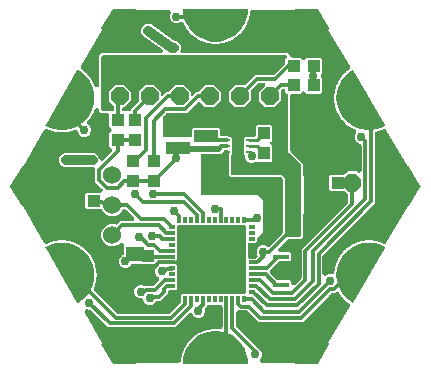
<source format=gbr>
G04 EAGLE Gerber RS-274X export*
G75*
%MOMM*%
%FSLAX34Y34*%
%LPD*%
%INBottom Copper*%
%IPPOS*%
%AMOC8*
5,1,8,0,0,1.08239X$1,22.5*%
G01*
%ADD10R,1.399997X0.400000*%
%ADD11P,1.649562X8X112.500000*%
%ADD12R,1.100000X1.000000*%
%ADD13R,1.000000X1.100000*%
%ADD14R,1.300000X1.500000*%
%ADD15R,1.500000X1.300000*%
%ADD16C,1.524000*%
%ADD17R,0.550000X0.300000*%
%ADD18R,0.300000X0.550000*%
%ADD19R,5.600000X5.600000*%
%ADD20R,0.500000X0.250000*%
%ADD21R,0.900000X1.600000*%
%ADD22C,1.000000*%
%ADD23P,1.649562X8X22.500000*%
%ADD24C,0.304800*%
%ADD25C,0.756400*%
%ADD26C,0.812800*%
%ADD27C,0.254000*%
%ADD28C,0.508000*%

G36*
X-39522Y42828D02*
X-39522Y42828D01*
X-39495Y42826D01*
X-39321Y42848D01*
X-39148Y42866D01*
X-39123Y42873D01*
X-39096Y42877D01*
X-38930Y42932D01*
X-38763Y42984D01*
X-38740Y42997D01*
X-38714Y43005D01*
X-38563Y43092D01*
X-38409Y43176D01*
X-38389Y43193D01*
X-38365Y43206D01*
X-38112Y43421D01*
X-29778Y51755D01*
X-29761Y51776D01*
X-29740Y51794D01*
X-29633Y51931D01*
X-29523Y52067D01*
X-29510Y52091D01*
X-29494Y52112D01*
X-29416Y52269D01*
X-29334Y52423D01*
X-29326Y52448D01*
X-29314Y52472D01*
X-29269Y52642D01*
X-29219Y52808D01*
X-29217Y52835D01*
X-29210Y52861D01*
X-29183Y53192D01*
X-29183Y56429D01*
X-29111Y56564D01*
X-29103Y56590D01*
X-29091Y56614D01*
X-29046Y56783D01*
X-28996Y56950D01*
X-28994Y56977D01*
X-28987Y57003D01*
X-28960Y57333D01*
X-28960Y58587D01*
X-27918Y59629D01*
X24065Y59629D01*
X24083Y59631D01*
X24101Y59629D01*
X24283Y59650D01*
X24466Y59669D01*
X24483Y59674D01*
X24500Y59676D01*
X24675Y59733D01*
X24851Y59787D01*
X24866Y59795D01*
X24883Y59801D01*
X25043Y59891D01*
X25205Y59979D01*
X25218Y59990D01*
X25234Y59999D01*
X25373Y60119D01*
X25514Y60236D01*
X25525Y60250D01*
X25539Y60262D01*
X25651Y60407D01*
X25766Y60550D01*
X25774Y60566D01*
X25785Y60580D01*
X25867Y60745D01*
X25952Y60907D01*
X25957Y60924D01*
X25965Y60940D01*
X26012Y61119D01*
X26063Y61294D01*
X26065Y61312D01*
X26069Y61329D01*
X26096Y61660D01*
X26096Y87813D01*
X26094Y87840D01*
X26096Y87867D01*
X26074Y88041D01*
X26056Y88214D01*
X26049Y88239D01*
X26045Y88266D01*
X25990Y88432D01*
X25938Y88599D01*
X25925Y88622D01*
X25917Y88648D01*
X25830Y88799D01*
X25746Y88953D01*
X25729Y88973D01*
X25716Y88997D01*
X25526Y89220D01*
X25526Y104453D01*
X25539Y104464D01*
X25646Y104602D01*
X25756Y104737D01*
X25769Y104761D01*
X25785Y104782D01*
X25863Y104939D01*
X25945Y105093D01*
X25953Y105118D01*
X25965Y105142D01*
X26010Y105311D01*
X26060Y105479D01*
X26062Y105505D01*
X26069Y105531D01*
X26096Y105862D01*
X26096Y116140D01*
X26094Y116158D01*
X26096Y116176D01*
X26075Y116358D01*
X26056Y116541D01*
X26051Y116558D01*
X26049Y116575D01*
X25992Y116750D01*
X25938Y116926D01*
X25930Y116941D01*
X25924Y116958D01*
X25834Y117118D01*
X25746Y117280D01*
X25735Y117293D01*
X25726Y117309D01*
X25606Y117448D01*
X25489Y117589D01*
X25475Y117600D01*
X25463Y117614D01*
X25318Y117726D01*
X25175Y117841D01*
X25159Y117849D01*
X25145Y117860D01*
X24980Y117942D01*
X24818Y118027D01*
X24801Y118032D01*
X24785Y118040D01*
X24606Y118087D01*
X24431Y118138D01*
X24413Y118140D01*
X24396Y118144D01*
X24065Y118171D01*
X-30415Y118171D01*
X-30433Y118169D01*
X-30451Y118171D01*
X-30633Y118150D01*
X-30816Y118131D01*
X-30833Y118126D01*
X-30850Y118124D01*
X-31025Y118067D01*
X-31201Y118013D01*
X-31216Y118005D01*
X-31233Y117999D01*
X-31393Y117909D01*
X-31555Y117821D01*
X-31568Y117810D01*
X-31584Y117801D01*
X-31723Y117681D01*
X-31864Y117564D01*
X-31875Y117550D01*
X-31889Y117538D01*
X-32001Y117393D01*
X-32116Y117250D01*
X-32124Y117234D01*
X-32135Y117220D01*
X-32217Y117055D01*
X-32302Y116893D01*
X-32307Y116876D01*
X-32315Y116860D01*
X-32362Y116681D01*
X-32413Y116506D01*
X-32415Y116488D01*
X-32419Y116471D01*
X-32446Y116140D01*
X-32446Y89164D01*
X-33775Y87836D01*
X-33786Y87822D01*
X-33800Y87810D01*
X-33914Y87666D01*
X-34030Y87524D01*
X-34038Y87509D01*
X-34049Y87495D01*
X-34133Y87330D01*
X-34218Y87169D01*
X-34223Y87152D01*
X-34232Y87136D01*
X-34281Y86958D01*
X-34333Y86783D01*
X-34335Y86765D01*
X-34340Y86748D01*
X-34353Y86565D01*
X-34370Y86382D01*
X-34368Y86364D01*
X-34369Y86346D01*
X-34346Y86164D01*
X-34326Y85981D01*
X-34321Y85964D01*
X-34319Y85947D01*
X-34260Y85773D01*
X-34205Y85598D01*
X-34196Y85582D01*
X-34190Y85565D01*
X-34099Y85406D01*
X-34010Y85245D01*
X-33998Y85232D01*
X-33989Y85216D01*
X-33775Y84963D01*
X-32446Y83635D01*
X-32446Y64157D01*
X-33488Y63115D01*
X-34742Y63115D01*
X-34768Y63113D01*
X-34795Y63115D01*
X-34969Y63093D01*
X-34983Y63091D01*
X-38316Y63091D01*
X-38334Y63089D01*
X-38351Y63091D01*
X-38534Y63070D01*
X-38717Y63051D01*
X-38734Y63046D01*
X-38751Y63044D01*
X-38926Y62987D01*
X-39101Y62933D01*
X-39117Y62925D01*
X-39134Y62919D01*
X-39294Y62829D01*
X-39455Y62741D01*
X-39469Y62730D01*
X-39485Y62721D01*
X-39624Y62601D01*
X-39765Y62484D01*
X-39776Y62470D01*
X-39789Y62458D01*
X-39902Y62313D01*
X-40017Y62170D01*
X-40025Y62154D01*
X-40036Y62140D01*
X-40118Y61975D01*
X-40203Y61813D01*
X-40207Y61796D01*
X-40215Y61780D01*
X-40263Y61601D01*
X-40314Y61426D01*
X-40315Y61408D01*
X-40320Y61391D01*
X-40347Y61060D01*
X-40347Y60213D01*
X-46432Y54128D01*
X-49016Y54128D01*
X-49039Y54126D01*
X-49061Y54128D01*
X-49239Y54106D01*
X-49417Y54088D01*
X-49438Y54082D01*
X-49461Y54079D01*
X-49631Y54023D01*
X-49802Y53970D01*
X-49822Y53960D01*
X-49843Y53953D01*
X-49998Y53864D01*
X-50156Y53778D01*
X-50173Y53764D01*
X-50193Y53753D01*
X-50328Y53635D01*
X-50465Y53521D01*
X-50479Y53503D01*
X-50496Y53489D01*
X-50605Y53347D01*
X-50718Y53207D01*
X-50728Y53187D01*
X-50741Y53169D01*
X-50826Y53004D01*
X-52413Y51418D01*
X-54456Y50571D01*
X-56669Y50571D01*
X-58712Y51418D01*
X-60277Y52982D01*
X-61048Y54845D01*
X-61059Y54864D01*
X-61066Y54886D01*
X-61154Y55042D01*
X-61238Y55200D01*
X-61253Y55217D01*
X-61264Y55236D01*
X-61381Y55372D01*
X-61495Y55510D01*
X-61512Y55524D01*
X-61527Y55541D01*
X-61668Y55651D01*
X-61807Y55764D01*
X-61827Y55774D01*
X-61845Y55788D01*
X-62005Y55867D01*
X-62164Y55951D01*
X-62185Y55957D01*
X-62205Y55967D01*
X-62378Y56013D01*
X-62550Y56064D01*
X-62573Y56066D01*
X-62594Y56071D01*
X-62925Y56099D01*
X-64353Y56099D01*
X-66397Y56945D01*
X-67961Y58509D01*
X-68808Y60553D01*
X-68808Y62765D01*
X-67961Y64809D01*
X-66397Y66373D01*
X-65548Y66725D01*
X-65547Y66725D01*
X-64353Y67220D01*
X-62141Y67220D01*
X-60821Y66673D01*
X-60791Y66664D01*
X-60763Y66650D01*
X-60599Y66606D01*
X-60436Y66557D01*
X-60404Y66554D01*
X-60374Y66546D01*
X-60044Y66519D01*
X-53106Y66519D01*
X-53080Y66521D01*
X-53053Y66519D01*
X-52879Y66541D01*
X-52706Y66559D01*
X-52680Y66566D01*
X-52653Y66570D01*
X-52488Y66625D01*
X-52321Y66677D01*
X-52297Y66690D01*
X-52272Y66698D01*
X-52121Y66785D01*
X-51967Y66869D01*
X-51946Y66886D01*
X-51923Y66899D01*
X-51670Y67114D01*
X-47988Y70795D01*
X-47980Y70806D01*
X-47970Y70814D01*
X-47853Y70961D01*
X-47733Y71107D01*
X-47727Y71119D01*
X-47719Y71129D01*
X-47633Y71296D01*
X-47545Y71462D01*
X-47541Y71475D01*
X-47535Y71487D01*
X-47484Y71667D01*
X-47430Y71848D01*
X-47429Y71862D01*
X-47425Y71875D01*
X-47411Y72060D01*
X-47394Y72249D01*
X-47395Y72263D01*
X-47394Y72276D01*
X-47416Y72461D01*
X-47437Y72649D01*
X-47441Y72662D01*
X-47443Y72676D01*
X-47501Y72853D01*
X-47558Y73033D01*
X-47565Y73045D01*
X-47569Y73058D01*
X-47662Y73221D01*
X-47753Y73386D01*
X-47762Y73396D01*
X-47769Y73408D01*
X-47892Y73549D01*
X-48014Y73693D01*
X-48024Y73701D01*
X-48033Y73711D01*
X-48183Y73826D01*
X-48330Y73942D01*
X-48342Y73948D01*
X-48352Y73957D01*
X-48392Y73977D01*
X-49999Y75584D01*
X-50846Y77628D01*
X-50846Y79840D01*
X-49956Y81988D01*
X-49952Y82001D01*
X-49946Y82012D01*
X-49894Y82192D01*
X-49840Y82373D01*
X-49838Y82386D01*
X-49835Y82399D01*
X-49819Y82587D01*
X-49802Y82774D01*
X-49803Y82787D01*
X-49802Y82801D01*
X-49824Y82987D01*
X-49843Y83174D01*
X-49847Y83187D01*
X-49849Y83200D01*
X-49907Y83380D01*
X-49963Y83559D01*
X-49969Y83570D01*
X-49974Y83583D01*
X-50066Y83747D01*
X-50156Y83912D01*
X-50165Y83922D01*
X-50172Y83934D01*
X-50294Y84076D01*
X-50416Y84220D01*
X-50426Y84228D01*
X-50435Y84239D01*
X-50583Y84353D01*
X-50730Y84471D01*
X-50742Y84477D01*
X-50753Y84485D01*
X-50921Y84569D01*
X-51088Y84655D01*
X-51101Y84659D01*
X-51113Y84665D01*
X-51296Y84714D01*
X-51476Y84765D01*
X-51489Y84766D01*
X-51502Y84769D01*
X-51833Y84796D01*
X-63113Y84796D01*
X-63118Y84801D01*
X-63256Y84908D01*
X-63391Y85019D01*
X-63414Y85031D01*
X-63436Y85048D01*
X-63592Y85126D01*
X-63746Y85208D01*
X-63772Y85215D01*
X-63796Y85227D01*
X-63965Y85272D01*
X-64132Y85322D01*
X-64159Y85325D01*
X-64185Y85332D01*
X-64516Y85359D01*
X-69633Y85359D01*
X-69655Y85357D01*
X-69678Y85358D01*
X-69855Y85337D01*
X-70034Y85319D01*
X-70055Y85312D01*
X-70077Y85310D01*
X-70247Y85253D01*
X-70419Y85201D01*
X-70438Y85190D01*
X-70460Y85183D01*
X-70616Y85094D01*
X-70773Y85009D01*
X-70790Y84995D01*
X-70809Y84984D01*
X-70945Y84865D01*
X-71082Y84751D01*
X-71096Y84734D01*
X-71113Y84719D01*
X-71222Y84577D01*
X-71334Y84437D01*
X-71345Y84418D01*
X-71358Y84400D01*
X-71474Y84174D01*
X-73050Y82598D01*
X-75094Y81752D01*
X-77306Y81752D01*
X-79350Y82598D01*
X-80914Y84163D01*
X-81761Y86206D01*
X-81761Y88419D01*
X-80914Y90462D01*
X-79350Y92027D01*
X-78795Y92256D01*
X-78776Y92267D01*
X-78754Y92274D01*
X-78598Y92362D01*
X-78440Y92447D01*
X-78423Y92461D01*
X-78404Y92472D01*
X-78268Y92589D01*
X-78130Y92703D01*
X-78116Y92720D01*
X-78099Y92735D01*
X-77989Y92876D01*
X-77876Y93016D01*
X-77866Y93035D01*
X-77852Y93053D01*
X-77772Y93213D01*
X-77689Y93372D01*
X-77683Y93394D01*
X-77673Y93414D01*
X-77626Y93587D01*
X-77576Y93759D01*
X-77574Y93781D01*
X-77568Y93802D01*
X-77541Y94133D01*
X-77541Y101113D01*
X-77542Y101122D01*
X-77541Y101131D01*
X-77542Y101134D01*
X-77543Y101144D01*
X-77562Y101323D01*
X-77581Y101514D01*
X-77584Y101522D01*
X-77585Y101531D01*
X-77642Y101713D01*
X-77699Y101899D01*
X-77704Y101907D01*
X-77706Y101915D01*
X-77799Y102083D01*
X-77891Y102253D01*
X-77897Y102259D01*
X-77901Y102267D01*
X-78026Y102415D01*
X-78149Y102562D01*
X-78156Y102567D01*
X-78162Y102574D01*
X-78313Y102694D01*
X-78463Y102814D01*
X-78471Y102818D01*
X-78477Y102824D01*
X-78649Y102911D01*
X-78820Y103000D01*
X-78828Y103002D01*
X-78836Y103006D01*
X-79022Y103058D01*
X-79207Y103111D01*
X-79216Y103112D01*
X-79224Y103114D01*
X-79417Y103128D01*
X-79608Y103144D01*
X-79617Y103143D01*
X-79626Y103144D01*
X-79819Y103119D01*
X-80008Y103097D01*
X-80016Y103094D01*
X-80025Y103093D01*
X-80209Y103032D01*
X-80391Y102972D01*
X-80399Y102968D01*
X-80407Y102965D01*
X-80572Y102870D01*
X-80741Y102774D01*
X-80748Y102768D01*
X-80756Y102764D01*
X-81009Y102549D01*
X-81989Y101570D01*
X-83507Y100940D01*
X-83508Y100940D01*
X-85443Y100139D01*
X-89182Y100139D01*
X-92636Y101570D01*
X-95280Y104214D01*
X-96711Y107668D01*
X-96711Y111407D01*
X-95280Y114861D01*
X-92636Y117505D01*
X-89182Y118936D01*
X-85443Y118936D01*
X-84676Y118618D01*
X-84654Y118612D01*
X-84634Y118602D01*
X-84462Y118554D01*
X-84290Y118502D01*
X-84268Y118500D01*
X-84247Y118494D01*
X-84067Y118481D01*
X-83889Y118464D01*
X-83867Y118466D01*
X-83845Y118464D01*
X-83666Y118487D01*
X-83489Y118505D01*
X-83468Y118512D01*
X-83446Y118515D01*
X-83275Y118572D01*
X-83105Y118625D01*
X-83085Y118636D01*
X-83064Y118643D01*
X-82908Y118733D01*
X-82751Y118819D01*
X-82734Y118833D01*
X-82715Y118844D01*
X-82462Y119059D01*
X-80462Y121059D01*
X-70783Y121059D01*
X-70775Y121060D01*
X-70766Y121059D01*
X-70572Y121080D01*
X-70383Y121099D01*
X-70374Y121101D01*
X-70365Y121102D01*
X-70181Y121161D01*
X-69998Y121217D01*
X-69990Y121221D01*
X-69981Y121224D01*
X-69813Y121317D01*
X-69644Y121409D01*
X-69637Y121414D01*
X-69629Y121419D01*
X-69482Y121543D01*
X-69335Y121666D01*
X-69329Y121673D01*
X-69322Y121679D01*
X-69202Y121831D01*
X-69082Y121980D01*
X-69078Y121988D01*
X-69073Y121995D01*
X-68985Y122168D01*
X-68897Y122337D01*
X-68894Y122346D01*
X-68890Y122354D01*
X-68838Y122540D01*
X-68785Y122724D01*
X-68785Y122733D01*
X-68782Y122742D01*
X-68768Y122935D01*
X-68752Y123126D01*
X-68753Y123134D01*
X-68753Y123143D01*
X-68777Y123336D01*
X-68799Y123525D01*
X-68802Y123534D01*
X-68803Y123543D01*
X-68864Y123725D01*
X-68924Y123908D01*
X-68929Y123916D01*
X-68931Y123924D01*
X-69028Y124091D01*
X-69122Y124259D01*
X-69128Y124266D01*
X-69132Y124273D01*
X-69347Y124526D01*
X-75757Y130936D01*
X-75767Y130945D01*
X-75776Y130955D01*
X-75923Y131072D01*
X-76068Y131191D01*
X-76080Y131197D01*
X-76091Y131206D01*
X-76258Y131292D01*
X-76424Y131380D01*
X-76437Y131384D01*
X-76449Y131390D01*
X-76629Y131441D01*
X-76810Y131495D01*
X-76823Y131496D01*
X-76836Y131499D01*
X-77022Y131514D01*
X-77211Y131531D01*
X-77224Y131529D01*
X-77238Y131531D01*
X-77422Y131508D01*
X-77611Y131488D01*
X-77624Y131483D01*
X-77637Y131482D01*
X-77814Y131423D01*
X-77995Y131366D01*
X-78007Y131359D01*
X-78019Y131355D01*
X-78182Y131262D01*
X-78347Y131171D01*
X-78358Y131163D01*
X-78369Y131156D01*
X-78511Y131032D01*
X-78654Y130911D01*
X-78663Y130900D01*
X-78673Y130891D01*
X-78787Y130743D01*
X-78904Y130595D01*
X-78910Y130583D01*
X-78918Y130572D01*
X-79070Y130277D01*
X-79345Y129614D01*
X-81989Y126970D01*
X-85443Y125539D01*
X-89182Y125539D01*
X-92636Y126970D01*
X-95280Y129614D01*
X-95707Y130642D01*
X-95717Y130662D01*
X-95724Y130683D01*
X-95812Y130839D01*
X-95897Y130997D01*
X-95911Y131014D01*
X-95922Y131034D01*
X-96039Y131169D01*
X-96153Y131308D01*
X-96170Y131322D01*
X-96185Y131339D01*
X-96326Y131448D01*
X-96466Y131561D01*
X-96486Y131572D01*
X-96503Y131585D01*
X-96664Y131665D01*
X-96822Y131748D01*
X-96844Y131755D01*
X-96864Y131765D01*
X-97037Y131811D01*
X-97209Y131861D01*
X-97231Y131863D01*
X-97252Y131869D01*
X-97583Y131896D01*
X-109424Y131896D01*
X-110466Y132938D01*
X-110466Y144412D01*
X-109424Y145454D01*
X-97449Y145454D01*
X-97441Y145455D01*
X-97432Y145454D01*
X-97240Y145475D01*
X-97049Y145494D01*
X-97040Y145496D01*
X-97031Y145497D01*
X-96849Y145555D01*
X-96664Y145612D01*
X-96656Y145616D01*
X-96648Y145619D01*
X-96479Y145712D01*
X-96310Y145804D01*
X-96303Y145809D01*
X-96295Y145814D01*
X-96148Y145938D01*
X-96001Y146061D01*
X-95995Y146068D01*
X-95988Y146074D01*
X-95869Y146225D01*
X-95748Y146375D01*
X-95744Y146383D01*
X-95739Y146390D01*
X-95651Y146563D01*
X-95563Y146732D01*
X-95560Y146741D01*
X-95556Y146749D01*
X-95504Y146935D01*
X-95451Y147119D01*
X-95451Y147128D01*
X-95448Y147137D01*
X-95434Y147330D01*
X-95418Y147521D01*
X-95420Y147529D01*
X-95419Y147538D01*
X-95443Y147731D01*
X-95465Y147920D01*
X-95468Y147929D01*
X-95469Y147938D01*
X-95531Y148121D01*
X-95590Y148303D01*
X-95595Y148311D01*
X-95597Y148319D01*
X-95693Y148485D01*
X-95788Y148654D01*
X-95794Y148661D01*
X-95798Y148668D01*
X-96013Y148921D01*
X-99008Y151916D01*
X-101537Y154445D01*
X-101537Y165164D01*
X-101539Y165181D01*
X-101538Y165199D01*
X-101559Y165381D01*
X-101577Y165564D01*
X-101582Y165581D01*
X-101584Y165599D01*
X-101641Y165773D01*
X-101695Y165949D01*
X-101704Y165965D01*
X-101709Y165982D01*
X-101800Y166142D01*
X-101887Y166303D01*
X-101898Y166317D01*
X-101907Y166332D01*
X-102027Y166472D01*
X-102145Y166612D01*
X-102159Y166624D01*
X-102170Y166637D01*
X-102315Y166750D01*
X-102459Y166865D01*
X-102474Y166873D01*
X-102488Y166884D01*
X-102653Y166966D01*
X-102816Y167050D01*
X-102833Y167055D01*
X-102849Y167063D01*
X-103027Y167111D01*
X-103203Y167162D01*
X-103221Y167163D01*
X-103238Y167168D01*
X-103568Y167195D01*
X-127384Y167195D01*
X-129531Y168084D01*
X-131175Y169728D01*
X-132064Y171875D01*
X-132064Y174200D01*
X-131175Y176347D01*
X-129531Y177991D01*
X-127384Y178880D01*
X-102879Y178880D01*
X-100731Y177991D01*
X-99088Y176347D01*
X-98163Y174113D01*
X-98158Y174072D01*
X-98156Y174063D01*
X-98155Y174054D01*
X-98096Y173870D01*
X-98040Y173687D01*
X-98036Y173679D01*
X-98033Y173671D01*
X-97940Y173502D01*
X-97848Y173333D01*
X-97843Y173326D01*
X-97838Y173318D01*
X-97714Y173171D01*
X-97591Y173024D01*
X-97584Y173018D01*
X-97578Y173011D01*
X-97426Y172891D01*
X-97277Y172771D01*
X-97269Y172767D01*
X-97262Y172762D01*
X-97089Y172674D01*
X-96920Y172586D01*
X-96911Y172583D01*
X-96903Y172579D01*
X-96717Y172527D01*
X-96533Y172474D01*
X-96524Y172474D01*
X-96515Y172471D01*
X-96322Y172457D01*
X-96131Y172441D01*
X-96123Y172443D01*
X-96114Y172442D01*
X-95921Y172466D01*
X-95732Y172488D01*
X-95723Y172491D01*
X-95714Y172492D01*
X-95532Y172553D01*
X-95349Y172613D01*
X-95341Y172618D01*
X-95333Y172620D01*
X-95166Y172717D01*
X-94998Y172811D01*
X-94991Y172817D01*
X-94984Y172821D01*
X-94731Y173036D01*
X-88076Y179691D01*
X-88070Y179698D01*
X-88063Y179704D01*
X-87943Y179853D01*
X-87821Y180003D01*
X-87816Y180011D01*
X-87811Y180018D01*
X-87722Y180189D01*
X-87632Y180358D01*
X-87629Y180367D01*
X-87625Y180375D01*
X-87572Y180560D01*
X-87517Y180744D01*
X-87516Y180753D01*
X-87514Y180762D01*
X-87498Y180953D01*
X-87481Y181145D01*
X-87482Y181154D01*
X-87481Y181163D01*
X-87503Y181352D01*
X-87524Y181546D01*
X-87527Y181554D01*
X-87528Y181563D01*
X-87587Y181743D01*
X-87646Y181929D01*
X-87650Y181937D01*
X-87653Y181946D01*
X-87748Y182114D01*
X-87840Y182282D01*
X-87846Y182288D01*
X-87851Y182296D01*
X-87977Y182442D01*
X-88101Y182589D01*
X-88108Y182594D01*
X-88114Y182601D01*
X-88265Y182718D01*
X-88417Y182838D01*
X-88425Y182842D01*
X-88432Y182848D01*
X-88519Y182891D01*
X-89829Y184201D01*
X-89829Y195674D01*
X-88502Y197001D01*
X-88491Y197015D01*
X-88477Y197027D01*
X-88363Y197171D01*
X-88247Y197313D01*
X-88238Y197328D01*
X-88227Y197342D01*
X-88144Y197507D01*
X-88058Y197668D01*
X-88053Y197685D01*
X-88045Y197701D01*
X-87996Y197878D01*
X-87943Y198054D01*
X-87942Y198072D01*
X-87937Y198089D01*
X-87924Y198272D01*
X-87907Y198455D01*
X-87909Y198473D01*
X-87908Y198491D01*
X-87931Y198673D01*
X-87950Y198856D01*
X-87956Y198873D01*
X-87958Y198890D01*
X-88016Y199063D01*
X-88072Y199239D01*
X-88081Y199255D01*
X-88086Y199272D01*
X-88178Y199431D01*
X-88267Y199592D01*
X-88278Y199605D01*
X-88287Y199621D01*
X-88502Y199874D01*
X-89829Y201201D01*
X-89829Y210820D01*
X-89831Y210838D01*
X-89829Y210856D01*
X-89850Y211038D01*
X-89869Y211221D01*
X-89874Y211238D01*
X-89876Y211255D01*
X-89933Y211430D01*
X-89987Y211606D01*
X-89995Y211621D01*
X-90001Y211638D01*
X-90091Y211798D01*
X-90179Y211960D01*
X-90190Y211973D01*
X-90199Y211989D01*
X-90319Y212128D01*
X-90436Y212269D01*
X-90450Y212280D01*
X-90462Y212294D01*
X-90607Y212406D01*
X-90750Y212521D01*
X-90766Y212529D01*
X-90780Y212540D01*
X-90945Y212622D01*
X-91107Y212707D01*
X-91124Y212712D01*
X-91140Y212720D01*
X-91319Y212767D01*
X-91494Y212818D01*
X-91512Y212820D01*
X-91529Y212824D01*
X-91860Y212851D01*
X-96513Y212851D01*
X-98299Y214637D01*
X-98299Y215126D01*
X-98317Y215309D01*
X-98332Y215494D01*
X-98337Y215510D01*
X-98339Y215527D01*
X-98393Y215703D01*
X-98444Y215881D01*
X-98452Y215896D01*
X-98457Y215912D01*
X-98545Y216074D01*
X-98630Y216238D01*
X-98640Y216251D01*
X-98649Y216266D01*
X-98767Y216408D01*
X-98882Y216551D01*
X-98895Y216562D01*
X-98906Y216575D01*
X-99050Y216690D01*
X-99192Y216809D01*
X-99207Y216817D01*
X-99220Y216828D01*
X-99383Y216912D01*
X-99546Y217000D01*
X-99562Y217005D01*
X-99577Y217013D01*
X-99755Y217064D01*
X-99931Y217118D01*
X-99948Y217120D01*
X-99964Y217124D01*
X-100148Y217140D01*
X-100332Y217158D01*
X-100349Y217156D01*
X-100366Y217157D01*
X-100549Y217136D01*
X-100732Y217117D01*
X-100748Y217112D01*
X-100765Y217110D01*
X-100941Y217053D01*
X-101117Y216999D01*
X-101134Y216990D01*
X-101148Y216986D01*
X-101212Y216950D01*
X-101411Y216846D01*
X-101669Y216684D01*
X-101729Y216637D01*
X-101795Y216598D01*
X-101888Y216514D01*
X-101987Y216437D01*
X-102037Y216379D01*
X-102094Y216328D01*
X-102168Y216227D01*
X-102250Y216132D01*
X-102287Y216065D01*
X-102333Y216004D01*
X-102405Y215857D01*
X-102448Y215781D01*
X-102459Y215747D01*
X-102479Y215706D01*
X-102917Y214587D01*
X-102938Y214514D01*
X-102968Y214443D01*
X-102993Y214320D01*
X-103026Y214200D01*
X-103032Y214124D01*
X-103047Y214049D01*
X-103047Y213923D01*
X-103051Y213883D01*
X-103421Y213240D01*
X-103449Y213179D01*
X-103553Y212966D01*
X-103819Y212288D01*
X-103906Y212201D01*
X-104002Y212119D01*
X-104049Y212059D01*
X-104103Y212005D01*
X-104195Y211871D01*
X-104249Y211802D01*
X-104265Y211770D01*
X-104291Y211732D01*
X-104892Y210691D01*
X-104923Y210622D01*
X-104963Y210556D01*
X-105006Y210439D01*
X-105057Y210324D01*
X-105075Y210250D01*
X-105101Y210178D01*
X-105119Y210054D01*
X-105129Y210014D01*
X-105591Y209434D01*
X-105627Y209378D01*
X-105762Y209183D01*
X-106126Y208552D01*
X-106226Y208478D01*
X-106332Y208412D01*
X-106387Y208360D01*
X-106449Y208314D01*
X-106561Y208195D01*
X-106624Y208135D01*
X-106645Y208106D01*
X-106676Y208072D01*
X-107425Y207133D01*
X-107466Y207069D01*
X-107515Y207010D01*
X-107575Y206900D01*
X-107643Y206795D01*
X-107671Y206723D01*
X-107708Y206656D01*
X-107745Y206537D01*
X-107760Y206499D01*
X-108062Y206218D01*
X-108099Y206176D01*
X-108141Y206140D01*
X-108232Y206026D01*
X-108329Y205916D01*
X-108357Y205868D01*
X-108391Y205824D01*
X-108457Y205694D01*
X-108530Y205568D01*
X-108548Y205515D01*
X-108573Y205465D01*
X-108613Y205325D01*
X-108659Y205186D01*
X-108666Y205131D01*
X-108681Y205078D01*
X-108692Y204932D01*
X-108711Y204787D01*
X-108707Y204731D01*
X-108711Y204676D01*
X-108692Y204531D01*
X-108682Y204385D01*
X-108667Y204332D01*
X-108660Y204277D01*
X-108614Y204138D01*
X-108575Y203997D01*
X-108550Y203948D01*
X-108532Y203895D01*
X-108459Y203768D01*
X-108393Y203638D01*
X-108359Y203594D01*
X-108331Y203546D01*
X-108192Y203382D01*
X-108144Y203321D01*
X-108131Y203310D01*
X-108116Y203293D01*
X-106411Y201587D01*
X-105564Y199544D01*
X-105564Y197331D01*
X-106411Y195288D01*
X-107975Y193723D01*
X-110019Y192877D01*
X-112231Y192877D01*
X-114275Y193723D01*
X-115839Y195288D01*
X-116697Y197359D01*
X-116704Y197373D01*
X-116709Y197385D01*
X-116736Y197434D01*
X-116760Y197496D01*
X-116828Y197603D01*
X-116887Y197714D01*
X-116935Y197772D01*
X-116976Y197835D01*
X-117063Y197927D01*
X-117144Y198024D01*
X-117202Y198072D01*
X-117254Y198126D01*
X-117358Y198198D01*
X-117456Y198278D01*
X-117523Y198313D01*
X-117585Y198356D01*
X-117701Y198406D01*
X-117813Y198465D01*
X-117885Y198486D01*
X-117954Y198516D01*
X-118078Y198543D01*
X-118199Y198578D01*
X-118274Y198585D01*
X-118348Y198600D01*
X-118474Y198602D01*
X-118600Y198613D01*
X-118675Y198604D01*
X-118750Y198605D01*
X-118875Y198582D01*
X-119001Y198568D01*
X-119072Y198545D01*
X-119146Y198531D01*
X-119301Y198471D01*
X-119384Y198445D01*
X-119414Y198428D01*
X-119456Y198412D01*
X-119980Y198159D01*
X-120104Y198154D01*
X-120229Y198159D01*
X-120304Y198147D01*
X-120381Y198144D01*
X-120540Y198109D01*
X-120626Y198095D01*
X-120660Y198082D01*
X-120705Y198072D01*
X-121853Y197718D01*
X-121923Y197688D01*
X-121997Y197667D01*
X-122108Y197610D01*
X-122224Y197562D01*
X-122287Y197519D01*
X-122355Y197484D01*
X-122453Y197406D01*
X-122487Y197383D01*
X-123220Y197272D01*
X-123286Y197255D01*
X-123516Y197204D01*
X-124213Y196989D01*
X-124335Y197003D01*
X-124458Y197027D01*
X-124535Y197026D01*
X-124611Y197034D01*
X-124774Y197023D01*
X-124861Y197022D01*
X-124896Y197015D01*
X-124942Y197012D01*
X-126130Y196832D01*
X-126204Y196813D01*
X-126280Y196804D01*
X-126398Y196764D01*
X-126520Y196733D01*
X-126589Y196700D01*
X-126662Y196676D01*
X-126770Y196613D01*
X-126807Y196595D01*
X-127549Y196595D01*
X-127616Y196588D01*
X-127852Y196572D01*
X-128572Y196463D01*
X-128691Y196496D01*
X-128810Y196537D01*
X-128885Y196548D01*
X-128959Y196568D01*
X-129122Y196581D01*
X-129208Y196593D01*
X-129244Y196591D01*
X-129290Y196595D01*
X-130491Y196594D01*
X-130567Y196587D01*
X-130644Y196588D01*
X-130767Y196567D01*
X-130892Y196554D01*
X-130965Y196532D01*
X-131040Y196518D01*
X-131157Y196473D01*
X-131196Y196461D01*
X-131930Y196571D01*
X-131997Y196574D01*
X-132232Y196594D01*
X-132961Y196593D01*
X-133074Y196643D01*
X-133185Y196702D01*
X-133259Y196723D01*
X-133329Y196754D01*
X-133487Y196791D01*
X-133571Y196816D01*
X-133607Y196819D01*
X-133652Y196830D01*
X-134839Y197009D01*
X-134916Y197012D01*
X-134991Y197026D01*
X-135117Y197022D01*
X-135241Y197029D01*
X-135317Y197017D01*
X-135394Y197015D01*
X-135516Y196988D01*
X-135556Y196982D01*
X-136265Y197200D01*
X-136331Y197213D01*
X-136561Y197268D01*
X-137282Y197376D01*
X-137386Y197442D01*
X-137487Y197516D01*
X-137556Y197549D01*
X-137621Y197590D01*
X-137773Y197650D01*
X-137852Y197687D01*
X-137886Y197696D01*
X-137929Y197713D01*
X-139077Y198066D01*
X-139152Y198082D01*
X-139225Y198106D01*
X-139349Y198121D01*
X-139472Y198146D01*
X-139548Y198146D01*
X-139624Y198156D01*
X-139749Y198147D01*
X-139790Y198147D01*
X-140458Y198468D01*
X-140521Y198491D01*
X-140741Y198579D01*
X-141438Y198794D01*
X-141531Y198875D01*
X-141620Y198963D01*
X-141684Y199006D01*
X-141742Y199056D01*
X-141882Y199138D01*
X-141955Y199186D01*
X-141988Y199200D01*
X-142028Y199223D01*
X-142170Y199292D01*
X-142305Y199341D01*
X-142436Y199398D01*
X-142494Y199410D01*
X-142549Y199430D01*
X-142690Y199451D01*
X-142830Y199481D01*
X-142889Y199481D01*
X-142947Y199490D01*
X-143090Y199483D01*
X-143233Y199485D01*
X-143290Y199474D01*
X-143349Y199471D01*
X-143488Y199436D01*
X-143628Y199409D01*
X-143682Y199387D01*
X-143739Y199373D01*
X-143869Y199311D01*
X-144001Y199257D01*
X-144050Y199225D01*
X-144103Y199199D01*
X-144217Y199114D01*
X-144336Y199034D01*
X-144378Y198993D01*
X-144425Y198958D01*
X-144520Y198851D01*
X-144621Y198750D01*
X-144659Y198695D01*
X-144693Y198657D01*
X-144735Y198586D01*
X-144810Y198477D01*
X-162808Y167303D01*
X-163416Y167723D01*
X-163443Y167735D01*
X-163465Y167753D01*
X-163534Y167774D01*
X-163599Y167801D01*
X-163628Y167802D01*
X-163656Y167810D01*
X-163727Y167802D01*
X-163798Y167802D01*
X-163825Y167791D01*
X-163854Y167788D01*
X-163916Y167753D01*
X-163981Y167725D01*
X-164002Y167704D01*
X-164027Y167690D01*
X-164090Y167613D01*
X-164120Y167582D01*
X-164124Y167572D01*
X-164133Y167562D01*
X-173633Y151062D01*
X-173657Y150989D01*
X-173688Y150918D01*
X-173688Y150895D01*
X-173696Y150873D01*
X-173690Y150796D01*
X-173691Y150719D01*
X-173681Y150695D01*
X-173680Y150675D01*
X-173659Y150635D01*
X-173640Y150583D01*
X-173639Y150578D01*
X-173637Y150576D01*
X-173633Y150563D01*
X-164133Y134063D01*
X-164114Y134042D01*
X-164101Y134015D01*
X-164048Y133968D01*
X-164001Y133914D01*
X-163975Y133902D01*
X-163954Y133882D01*
X-163886Y133859D01*
X-163822Y133828D01*
X-163793Y133827D01*
X-163766Y133818D01*
X-163694Y133822D01*
X-163623Y133819D01*
X-163596Y133829D01*
X-163567Y133831D01*
X-163477Y133874D01*
X-163437Y133888D01*
X-163429Y133896D01*
X-163416Y133902D01*
X-162808Y134322D01*
X-144810Y103148D01*
X-144727Y103032D01*
X-144650Y102911D01*
X-144610Y102869D01*
X-144575Y102821D01*
X-144470Y102723D01*
X-144372Y102620D01*
X-144324Y102587D01*
X-144280Y102547D01*
X-144159Y102472D01*
X-144041Y102390D01*
X-143987Y102367D01*
X-143937Y102336D01*
X-143803Y102286D01*
X-143672Y102229D01*
X-143615Y102217D01*
X-143560Y102197D01*
X-143418Y102175D01*
X-143278Y102145D01*
X-143220Y102144D01*
X-143162Y102135D01*
X-143019Y102142D01*
X-142876Y102140D01*
X-142818Y102151D01*
X-142759Y102153D01*
X-142621Y102188D01*
X-142480Y102214D01*
X-142418Y102238D01*
X-142369Y102250D01*
X-142294Y102286D01*
X-142170Y102333D01*
X-142028Y102402D01*
X-141962Y102442D01*
X-141893Y102473D01*
X-141791Y102546D01*
X-141684Y102611D01*
X-141628Y102663D01*
X-141566Y102708D01*
X-141480Y102800D01*
X-141450Y102827D01*
X-140741Y103046D01*
X-140679Y103072D01*
X-140458Y103157D01*
X-139802Y103473D01*
X-139679Y103477D01*
X-139553Y103472D01*
X-139478Y103484D01*
X-139401Y103487D01*
X-139242Y103522D01*
X-139156Y103536D01*
X-139122Y103549D01*
X-139077Y103559D01*
X-137929Y103912D01*
X-137859Y103942D01*
X-137785Y103963D01*
X-137674Y104020D01*
X-137558Y104068D01*
X-137495Y104111D01*
X-137427Y104146D01*
X-137329Y104224D01*
X-137295Y104247D01*
X-136561Y104357D01*
X-136497Y104374D01*
X-136265Y104425D01*
X-135569Y104639D01*
X-135446Y104625D01*
X-135323Y104602D01*
X-135246Y104603D01*
X-135170Y104594D01*
X-135008Y104605D01*
X-134920Y104606D01*
X-134885Y104613D01*
X-134839Y104616D01*
X-133652Y104795D01*
X-133577Y104814D01*
X-133502Y104823D01*
X-133383Y104863D01*
X-133261Y104894D01*
X-133192Y104927D01*
X-133120Y104952D01*
X-133011Y105014D01*
X-132974Y105032D01*
X-132232Y105031D01*
X-132165Y105038D01*
X-131930Y105054D01*
X-131209Y105162D01*
X-131090Y105130D01*
X-130972Y105089D01*
X-130896Y105078D01*
X-130822Y105058D01*
X-130660Y105045D01*
X-130573Y105033D01*
X-130537Y105035D01*
X-130491Y105031D01*
X-129290Y105030D01*
X-129214Y105038D01*
X-129137Y105036D01*
X-129014Y105058D01*
X-128889Y105070D01*
X-128816Y105093D01*
X-128741Y105106D01*
X-128624Y105152D01*
X-128585Y105164D01*
X-127852Y105053D01*
X-127785Y105049D01*
X-127549Y105030D01*
X-126820Y105030D01*
X-126707Y104980D01*
X-126596Y104921D01*
X-126523Y104900D01*
X-126453Y104869D01*
X-126294Y104831D01*
X-126210Y104806D01*
X-126175Y104803D01*
X-126130Y104793D01*
X-124942Y104613D01*
X-124866Y104609D01*
X-124790Y104596D01*
X-124665Y104599D01*
X-124540Y104593D01*
X-124464Y104604D01*
X-124388Y104606D01*
X-124266Y104634D01*
X-124225Y104640D01*
X-123516Y104421D01*
X-123450Y104407D01*
X-123220Y104353D01*
X-122500Y104244D01*
X-122395Y104178D01*
X-122295Y104104D01*
X-122225Y104071D01*
X-122161Y104031D01*
X-122010Y103970D01*
X-121930Y103933D01*
X-121895Y103924D01*
X-121853Y103907D01*
X-120705Y103553D01*
X-120630Y103537D01*
X-120557Y103513D01*
X-120433Y103497D01*
X-120310Y103473D01*
X-120234Y103472D01*
X-120158Y103463D01*
X-120033Y103472D01*
X-119992Y103472D01*
X-119324Y103150D01*
X-119260Y103127D01*
X-119041Y103039D01*
X-118345Y102824D01*
X-118251Y102743D01*
X-118163Y102654D01*
X-118099Y102612D01*
X-118041Y102562D01*
X-117901Y102479D01*
X-117828Y102431D01*
X-117795Y102417D01*
X-117755Y102394D01*
X-116673Y101872D01*
X-116601Y101846D01*
X-116533Y101811D01*
X-116413Y101777D01*
X-116295Y101734D01*
X-116219Y101723D01*
X-116146Y101702D01*
X-116021Y101693D01*
X-115980Y101686D01*
X-115367Y101268D01*
X-115308Y101236D01*
X-115105Y101116D01*
X-114448Y100800D01*
X-114368Y100706D01*
X-114294Y100605D01*
X-114237Y100554D01*
X-114187Y100496D01*
X-114060Y100393D01*
X-113996Y100334D01*
X-113965Y100316D01*
X-113929Y100287D01*
X-112937Y99610D01*
X-112870Y99573D01*
X-112808Y99529D01*
X-112693Y99477D01*
X-112583Y99417D01*
X-112511Y99394D01*
X-112441Y99363D01*
X-112319Y99335D01*
X-112280Y99323D01*
X-111736Y98818D01*
X-111683Y98777D01*
X-111499Y98629D01*
X-110897Y98218D01*
X-110831Y98113D01*
X-110773Y98002D01*
X-110724Y97943D01*
X-110684Y97878D01*
X-110574Y97758D01*
X-110519Y97690D01*
X-110491Y97667D01*
X-110460Y97633D01*
X-109580Y96816D01*
X-109519Y96770D01*
X-109464Y96716D01*
X-109358Y96648D01*
X-109259Y96573D01*
X-109190Y96539D01*
X-109126Y96498D01*
X-109009Y96452D01*
X-108972Y96434D01*
X-108510Y95854D01*
X-108463Y95805D01*
X-108304Y95631D01*
X-107770Y95135D01*
X-107720Y95022D01*
X-107679Y94904D01*
X-107640Y94838D01*
X-107610Y94768D01*
X-107519Y94632D01*
X-107474Y94557D01*
X-107450Y94530D01*
X-107425Y94492D01*
X-106676Y93553D01*
X-106623Y93498D01*
X-106577Y93437D01*
X-106483Y93354D01*
X-106395Y93264D01*
X-106332Y93221D01*
X-106275Y93170D01*
X-106166Y93108D01*
X-106133Y93085D01*
X-105762Y92442D01*
X-105723Y92387D01*
X-105591Y92191D01*
X-105137Y91621D01*
X-105105Y91502D01*
X-105082Y91379D01*
X-105053Y91308D01*
X-105034Y91234D01*
X-104964Y91086D01*
X-104931Y91005D01*
X-104911Y90975D01*
X-104892Y90934D01*
X-104291Y89893D01*
X-104247Y89831D01*
X-104210Y89764D01*
X-104130Y89668D01*
X-104057Y89566D01*
X-104001Y89514D01*
X-103952Y89455D01*
X-103854Y89377D01*
X-103824Y89349D01*
X-103553Y88659D01*
X-103522Y88598D01*
X-103421Y88385D01*
X-103057Y87754D01*
X-103044Y87631D01*
X-103039Y87506D01*
X-103021Y87431D01*
X-103013Y87355D01*
X-102966Y87199D01*
X-102946Y87114D01*
X-102931Y87082D01*
X-102917Y87038D01*
X-102479Y85919D01*
X-102444Y85851D01*
X-102418Y85779D01*
X-102353Y85672D01*
X-102296Y85561D01*
X-102248Y85501D01*
X-102208Y85436D01*
X-102123Y85344D01*
X-102098Y85312D01*
X-101933Y84588D01*
X-101911Y84524D01*
X-101843Y84298D01*
X-101577Y83620D01*
X-101582Y83496D01*
X-101596Y83372D01*
X-101590Y83295D01*
X-101593Y83219D01*
X-101570Y83058D01*
X-101562Y82971D01*
X-101552Y82936D01*
X-101546Y82891D01*
X-101279Y81719D01*
X-101255Y81647D01*
X-101239Y81572D01*
X-101191Y81457D01*
X-101151Y81338D01*
X-101113Y81271D01*
X-101083Y81201D01*
X-101013Y81097D01*
X-100992Y81062D01*
X-100937Y80322D01*
X-100925Y80255D01*
X-100892Y80022D01*
X-100730Y79311D01*
X-100753Y79190D01*
X-100786Y79069D01*
X-100791Y78992D01*
X-100805Y78917D01*
X-100806Y78754D01*
X-100812Y78667D01*
X-100807Y78632D01*
X-100808Y78586D01*
X-100718Y77388D01*
X-100705Y77312D01*
X-100701Y77236D01*
X-100670Y77115D01*
X-100649Y76991D01*
X-100621Y76920D01*
X-100602Y76846D01*
X-100548Y76733D01*
X-100533Y76695D01*
X-100588Y75955D01*
X-100587Y75887D01*
X-100589Y75651D01*
X-100534Y74925D01*
X-100575Y74808D01*
X-100626Y74693D01*
X-100642Y74619D01*
X-100667Y74546D01*
X-100693Y74385D01*
X-100711Y74300D01*
X-100712Y74264D01*
X-100719Y74219D01*
X-100809Y73021D01*
X-100807Y72944D01*
X-100815Y72868D01*
X-100803Y72744D01*
X-100800Y72618D01*
X-100783Y72544D01*
X-100775Y72467D01*
X-100738Y72348D01*
X-100729Y72308D01*
X-100895Y71585D01*
X-100903Y71518D01*
X-100940Y71285D01*
X-100995Y70558D01*
X-101053Y70449D01*
X-101119Y70343D01*
X-101147Y70271D01*
X-101183Y70204D01*
X-101232Y70048D01*
X-101263Y69966D01*
X-101269Y69931D01*
X-101283Y69887D01*
X-101550Y68716D01*
X-101560Y68640D01*
X-101579Y68566D01*
X-101585Y68441D01*
X-101601Y68317D01*
X-101595Y68240D01*
X-101599Y68164D01*
X-101580Y68040D01*
X-101577Y67999D01*
X-101849Y67309D01*
X-101867Y67244D01*
X-101938Y67019D01*
X-102101Y66308D01*
X-102174Y66209D01*
X-102256Y66114D01*
X-102294Y66048D01*
X-102339Y65986D01*
X-102411Y65840D01*
X-102454Y65764D01*
X-102465Y65730D01*
X-102485Y65688D01*
X-102879Y64687D01*
X-102880Y64683D01*
X-102881Y64680D01*
X-102935Y64488D01*
X-102988Y64299D01*
X-102988Y64296D01*
X-102989Y64292D01*
X-103004Y64090D01*
X-103019Y63898D01*
X-103018Y63894D01*
X-103019Y63891D01*
X-102993Y63690D01*
X-102970Y63498D01*
X-102969Y63495D01*
X-102968Y63491D01*
X-102905Y63304D01*
X-102843Y63116D01*
X-102841Y63113D01*
X-102840Y63110D01*
X-102739Y62933D01*
X-102643Y62767D01*
X-102641Y62764D01*
X-102639Y62761D01*
X-102425Y62508D01*
X-83337Y43421D01*
X-83317Y43404D01*
X-83299Y43383D01*
X-83161Y43276D01*
X-83026Y43166D01*
X-83002Y43153D01*
X-82981Y43137D01*
X-82824Y43059D01*
X-82670Y42977D01*
X-82645Y42969D01*
X-82621Y42957D01*
X-82451Y42912D01*
X-82284Y42862D01*
X-82258Y42860D01*
X-82232Y42853D01*
X-81901Y42826D01*
X-39549Y42826D01*
X-39522Y42828D01*
G37*
G36*
X66417Y67123D02*
X66417Y67123D01*
X66426Y67123D01*
X66618Y67147D01*
X66808Y67169D01*
X66816Y67172D01*
X66825Y67173D01*
X67008Y67235D01*
X67191Y67294D01*
X67198Y67299D01*
X67207Y67301D01*
X67374Y67397D01*
X67541Y67492D01*
X67548Y67498D01*
X67556Y67502D01*
X67809Y67717D01*
X72302Y72211D01*
X72319Y72231D01*
X72340Y72249D01*
X72446Y72386D01*
X72557Y72522D01*
X72570Y72546D01*
X72586Y72567D01*
X72664Y72723D01*
X72746Y72878D01*
X72754Y72903D01*
X72766Y72927D01*
X72811Y73096D01*
X72861Y73264D01*
X72863Y73290D01*
X72870Y73316D01*
X72897Y73647D01*
X72897Y97855D01*
X111990Y136948D01*
X112007Y136969D01*
X112027Y136986D01*
X112134Y137124D01*
X112245Y137259D01*
X112257Y137283D01*
X112274Y137304D01*
X112352Y137461D01*
X112434Y137615D01*
X112441Y137641D01*
X112453Y137665D01*
X112499Y137834D01*
X112548Y138001D01*
X112551Y138028D01*
X112558Y138054D01*
X112585Y138384D01*
X112585Y143157D01*
X112582Y143184D01*
X112584Y143210D01*
X112562Y143384D01*
X112545Y143558D01*
X112537Y143583D01*
X112534Y143610D01*
X112478Y143775D01*
X112427Y143943D01*
X112414Y143966D01*
X112405Y143992D01*
X112318Y144143D01*
X112235Y144297D01*
X112218Y144317D01*
X112205Y144340D01*
X111990Y144593D01*
X109969Y146614D01*
X109949Y146631D01*
X109931Y146651D01*
X109793Y146758D01*
X109658Y146869D01*
X109634Y146881D01*
X109613Y146898D01*
X109456Y146976D01*
X109302Y147058D01*
X109277Y147065D01*
X109253Y147077D01*
X109083Y147123D01*
X108916Y147172D01*
X108890Y147175D01*
X108864Y147182D01*
X108533Y147209D01*
X97513Y147209D01*
X96471Y148251D01*
X96471Y159724D01*
X97513Y160766D01*
X108533Y160766D01*
X108560Y160769D01*
X108586Y160767D01*
X108760Y160789D01*
X108934Y160806D01*
X108959Y160814D01*
X108986Y160817D01*
X109152Y160873D01*
X109319Y160924D01*
X109342Y160937D01*
X109368Y160946D01*
X109519Y161033D01*
X109673Y161116D01*
X109693Y161133D01*
X109716Y161147D01*
X109969Y161361D01*
X111994Y163386D01*
X119781Y163386D01*
X120230Y162937D01*
X120237Y162931D01*
X120242Y162925D01*
X120391Y162805D01*
X120541Y162682D01*
X120549Y162678D01*
X120556Y162672D01*
X120726Y162584D01*
X120897Y162493D01*
X120906Y162491D01*
X120913Y162487D01*
X121098Y162434D01*
X121283Y162379D01*
X121292Y162378D01*
X121300Y162375D01*
X121491Y162360D01*
X121684Y162342D01*
X121693Y162343D01*
X121702Y162342D01*
X121891Y162365D01*
X122084Y162386D01*
X122093Y162388D01*
X122101Y162389D01*
X122284Y162449D01*
X122468Y162507D01*
X122476Y162511D01*
X122484Y162514D01*
X122651Y162608D01*
X122820Y162702D01*
X122827Y162708D01*
X122835Y162712D01*
X122980Y162837D01*
X123127Y162962D01*
X123133Y162969D01*
X123140Y162975D01*
X123257Y163127D01*
X123377Y163278D01*
X123381Y163286D01*
X123386Y163293D01*
X123472Y163465D01*
X123559Y163637D01*
X123562Y163646D01*
X123566Y163654D01*
X123615Y163839D01*
X123667Y164025D01*
X123668Y164034D01*
X123670Y164043D01*
X123697Y164373D01*
X123697Y185204D01*
X123695Y185226D01*
X123697Y185248D01*
X123675Y185426D01*
X123657Y185604D01*
X123651Y185626D01*
X123648Y185648D01*
X123592Y185818D01*
X123539Y185989D01*
X123529Y186009D01*
X123522Y186030D01*
X123433Y186186D01*
X123347Y186343D01*
X123333Y186360D01*
X123322Y186380D01*
X123204Y186516D01*
X123090Y186653D01*
X123072Y186666D01*
X123058Y186683D01*
X122916Y186793D01*
X122776Y186905D01*
X122756Y186915D01*
X122738Y186929D01*
X122443Y187080D01*
X120258Y187985D01*
X118694Y189550D01*
X117848Y191593D01*
X117848Y193806D01*
X118733Y195943D01*
X118739Y195951D01*
X118792Y196050D01*
X118853Y196145D01*
X118886Y196228D01*
X118928Y196306D01*
X118960Y196414D01*
X119001Y196519D01*
X119017Y196607D01*
X119043Y196692D01*
X119053Y196805D01*
X119073Y196915D01*
X119071Y197004D01*
X119079Y197093D01*
X119067Y197205D01*
X119065Y197318D01*
X119045Y197405D01*
X119036Y197493D01*
X119002Y197601D01*
X118977Y197711D01*
X118941Y197792D01*
X118914Y197877D01*
X118869Y197959D01*
X118841Y198025D01*
X118823Y198060D01*
X118814Y198079D01*
X118808Y198088D01*
X118670Y198350D01*
X118627Y198414D01*
X118593Y198482D01*
X118516Y198581D01*
X118447Y198685D01*
X118393Y198740D01*
X118346Y198800D01*
X118251Y198882D01*
X118163Y198971D01*
X118099Y199013D01*
X118041Y199063D01*
X117901Y199146D01*
X117828Y199194D01*
X117795Y199208D01*
X117755Y199231D01*
X116673Y199753D01*
X116601Y199779D01*
X116533Y199814D01*
X116413Y199848D01*
X116295Y199891D01*
X116219Y199902D01*
X116146Y199923D01*
X116021Y199932D01*
X115980Y199939D01*
X115367Y200357D01*
X115308Y200389D01*
X115105Y200509D01*
X114448Y200825D01*
X114368Y200919D01*
X114294Y201020D01*
X114237Y201071D01*
X114187Y201129D01*
X114060Y201232D01*
X113996Y201291D01*
X113965Y201309D01*
X113929Y201338D01*
X112937Y202015D01*
X112870Y202052D01*
X112808Y202096D01*
X112693Y202148D01*
X112583Y202208D01*
X112511Y202231D01*
X112441Y202262D01*
X112319Y202290D01*
X112280Y202302D01*
X111736Y202807D01*
X111683Y202847D01*
X111499Y202996D01*
X110897Y203407D01*
X110831Y203512D01*
X110773Y203623D01*
X110724Y203682D01*
X110684Y203747D01*
X110573Y203868D01*
X110519Y203935D01*
X110491Y203958D01*
X110460Y203992D01*
X109580Y204809D01*
X109519Y204855D01*
X109464Y204909D01*
X109359Y204977D01*
X109259Y205052D01*
X109190Y205086D01*
X109126Y205127D01*
X109009Y205173D01*
X108972Y205191D01*
X108510Y205771D01*
X108463Y205820D01*
X108304Y205994D01*
X107770Y206490D01*
X107720Y206603D01*
X107679Y206721D01*
X107640Y206787D01*
X107610Y206857D01*
X107519Y206993D01*
X107474Y207068D01*
X107450Y207095D01*
X107425Y207133D01*
X106676Y208072D01*
X106623Y208127D01*
X106577Y208188D01*
X106483Y208271D01*
X106395Y208361D01*
X106332Y208404D01*
X106275Y208455D01*
X106166Y208517D01*
X106133Y208540D01*
X105762Y209183D01*
X105723Y209238D01*
X105591Y209434D01*
X105137Y210004D01*
X105105Y210123D01*
X105082Y210246D01*
X105053Y210317D01*
X105034Y210391D01*
X104964Y210539D01*
X104931Y210620D01*
X104911Y210650D01*
X104892Y210691D01*
X104291Y211732D01*
X104247Y211794D01*
X104210Y211861D01*
X104130Y211957D01*
X104057Y212059D01*
X104001Y212111D01*
X103952Y212170D01*
X103854Y212248D01*
X103824Y212276D01*
X103553Y212966D01*
X103522Y213027D01*
X103421Y213240D01*
X103057Y213871D01*
X103044Y213994D01*
X103039Y214119D01*
X103021Y214194D01*
X103013Y214270D01*
X102966Y214426D01*
X102946Y214511D01*
X102931Y214543D01*
X102917Y214587D01*
X102479Y215706D01*
X102444Y215774D01*
X102418Y215846D01*
X102353Y215953D01*
X102296Y216064D01*
X102248Y216124D01*
X102208Y216189D01*
X102123Y216281D01*
X102098Y216313D01*
X101933Y217037D01*
X101911Y217101D01*
X101843Y217327D01*
X101577Y218005D01*
X101582Y218129D01*
X101596Y218253D01*
X101590Y218329D01*
X101593Y218406D01*
X101570Y218567D01*
X101562Y218654D01*
X101552Y218689D01*
X101546Y218734D01*
X101279Y219906D01*
X101255Y219978D01*
X101239Y220053D01*
X101191Y220169D01*
X101151Y220287D01*
X101113Y220354D01*
X101083Y220424D01*
X101013Y220528D01*
X100992Y220563D01*
X100937Y221303D01*
X100925Y221369D01*
X100892Y221603D01*
X100730Y222314D01*
X100753Y222435D01*
X100786Y222556D01*
X100791Y222633D01*
X100805Y222708D01*
X100806Y222871D01*
X100812Y222958D01*
X100807Y222993D01*
X100808Y223039D01*
X100718Y224237D01*
X100705Y224313D01*
X100701Y224389D01*
X100670Y224510D01*
X100649Y224634D01*
X100621Y224705D01*
X100602Y224779D01*
X100548Y224892D01*
X100533Y224930D01*
X100588Y225670D01*
X100587Y225738D01*
X100589Y225974D01*
X100534Y226700D01*
X100575Y226817D01*
X100626Y226932D01*
X100642Y227006D01*
X100667Y227079D01*
X100693Y227240D01*
X100711Y227325D01*
X100712Y227361D01*
X100719Y227406D01*
X100809Y228604D01*
X100807Y228681D01*
X100815Y228757D01*
X100803Y228881D01*
X100800Y229007D01*
X100783Y229082D01*
X100775Y229158D01*
X100738Y229277D01*
X100729Y229317D01*
X100895Y230040D01*
X100903Y230107D01*
X100940Y230340D01*
X100995Y231067D01*
X101053Y231176D01*
X101119Y231282D01*
X101147Y231354D01*
X101183Y231421D01*
X101232Y231577D01*
X101263Y231658D01*
X101269Y231694D01*
X101283Y231738D01*
X101550Y232909D01*
X101560Y232985D01*
X101579Y233059D01*
X101585Y233184D01*
X101601Y233308D01*
X101595Y233385D01*
X101599Y233461D01*
X101580Y233585D01*
X101577Y233626D01*
X101849Y234316D01*
X101867Y234381D01*
X101938Y234606D01*
X102101Y235316D01*
X102174Y235416D01*
X102256Y235511D01*
X102294Y235577D01*
X102339Y235639D01*
X102411Y235785D01*
X102454Y235861D01*
X102465Y235896D01*
X102485Y235937D01*
X102925Y237055D01*
X102945Y237128D01*
X102975Y237199D01*
X103000Y237322D01*
X103034Y237442D01*
X103040Y237519D01*
X103055Y237594D01*
X103055Y237719D01*
X103058Y237760D01*
X103429Y238402D01*
X103457Y238463D01*
X103561Y238676D01*
X103828Y239354D01*
X103915Y239441D01*
X104010Y239522D01*
X104057Y239583D01*
X104112Y239637D01*
X104204Y239771D01*
X104258Y239840D01*
X104274Y239872D01*
X104301Y239910D01*
X104901Y240950D01*
X104933Y241019D01*
X104973Y241085D01*
X105016Y241202D01*
X105067Y241317D01*
X105084Y241391D01*
X105111Y241463D01*
X105130Y241587D01*
X105139Y241627D01*
X105601Y242207D01*
X105638Y242263D01*
X105773Y242458D01*
X106137Y243088D01*
X106237Y243162D01*
X106343Y243228D01*
X106398Y243281D01*
X106460Y243326D01*
X106572Y243445D01*
X106635Y243505D01*
X106656Y243534D01*
X106687Y243568D01*
X107437Y244507D01*
X107478Y244571D01*
X107527Y244629D01*
X107588Y244740D01*
X107655Y244845D01*
X107683Y244916D01*
X107720Y244983D01*
X107757Y245103D01*
X107772Y245141D01*
X108316Y245645D01*
X108360Y245695D01*
X108523Y245867D01*
X108977Y246437D01*
X109087Y246495D01*
X109202Y246545D01*
X109264Y246588D01*
X109332Y246624D01*
X109460Y246725D01*
X109532Y246775D01*
X109557Y246801D01*
X109593Y246829D01*
X110474Y247646D01*
X110524Y247703D01*
X110582Y247754D01*
X110658Y247854D01*
X110740Y247947D01*
X110779Y248013D01*
X110825Y248074D01*
X110880Y248188D01*
X110900Y248223D01*
X111513Y248640D01*
X111564Y248683D01*
X111751Y248830D01*
X112285Y249325D01*
X112402Y249366D01*
X112523Y249398D01*
X112591Y249432D01*
X112663Y249457D01*
X112806Y249538D01*
X112884Y249576D01*
X112912Y249598D01*
X112952Y249621D01*
X113067Y249699D01*
X113177Y249791D01*
X113292Y249877D01*
X113331Y249920D01*
X113375Y249957D01*
X113465Y250069D01*
X113562Y250177D01*
X113591Y250227D01*
X113627Y250272D01*
X113693Y250399D01*
X113766Y250523D01*
X113785Y250578D01*
X113812Y250629D01*
X113851Y250768D01*
X113899Y250904D01*
X113906Y250961D01*
X113922Y251017D01*
X113934Y251160D01*
X113953Y251303D01*
X113950Y251360D01*
X113954Y251418D01*
X113937Y251561D01*
X113928Y251704D01*
X113913Y251760D01*
X113906Y251818D01*
X113861Y251954D01*
X113824Y252093D01*
X113796Y252153D01*
X113781Y252200D01*
X113740Y252272D01*
X113683Y252393D01*
X95686Y283565D01*
X96314Y283861D01*
X96336Y283878D01*
X96363Y283888D01*
X96415Y283937D01*
X96473Y283980D01*
X96487Y284005D01*
X96508Y284025D01*
X96537Y284090D01*
X96573Y284152D01*
X96576Y284181D01*
X96588Y284207D01*
X96589Y284279D01*
X96598Y284349D01*
X96590Y284377D01*
X96591Y284406D01*
X96555Y284500D01*
X96544Y284541D01*
X96537Y284549D01*
X96533Y284562D01*
X87033Y301062D01*
X86981Y301120D01*
X86935Y301183D01*
X86916Y301194D01*
X86901Y301211D01*
X86831Y301244D01*
X86764Y301284D01*
X86740Y301288D01*
X86722Y301297D01*
X86677Y301299D01*
X86600Y301312D01*
X67600Y301312D01*
X67572Y301306D01*
X67544Y301309D01*
X67476Y301286D01*
X67405Y301272D01*
X67382Y301256D01*
X67355Y301247D01*
X67300Y301200D01*
X67241Y301160D01*
X67226Y301136D01*
X67205Y301117D01*
X67173Y301053D01*
X67134Y300992D01*
X67129Y300964D01*
X67117Y300939D01*
X67108Y300837D01*
X67101Y300796D01*
X67103Y300786D01*
X67102Y300773D01*
X67159Y300058D01*
X31113Y300058D01*
X30971Y300044D01*
X30827Y300038D01*
X30771Y300024D01*
X30713Y300018D01*
X30576Y299976D01*
X30436Y299942D01*
X30384Y299917D01*
X30328Y299900D01*
X30202Y299831D01*
X30072Y299770D01*
X30025Y299736D01*
X29974Y299708D01*
X29864Y299616D01*
X29748Y299531D01*
X29709Y299488D01*
X29664Y299450D01*
X29575Y299339D01*
X29478Y299232D01*
X29449Y299182D01*
X29412Y299136D01*
X29346Y299009D01*
X29273Y298886D01*
X29253Y298831D01*
X29227Y298779D01*
X29187Y298642D01*
X29139Y298506D01*
X29129Y298440D01*
X29115Y298392D01*
X29108Y298310D01*
X29088Y298178D01*
X29077Y298032D01*
X29079Y297956D01*
X29071Y297880D01*
X29084Y297755D01*
X29087Y297630D01*
X29104Y297555D01*
X29111Y297479D01*
X29148Y297359D01*
X29157Y297319D01*
X28992Y296596D01*
X28984Y296530D01*
X28976Y296483D01*
X28971Y296464D01*
X28968Y296432D01*
X28947Y296296D01*
X28892Y295569D01*
X28834Y295460D01*
X28767Y295354D01*
X28740Y295283D01*
X28704Y295215D01*
X28655Y295059D01*
X28624Y294978D01*
X28618Y294942D01*
X28604Y294899D01*
X28338Y293730D01*
X28328Y293654D01*
X28309Y293580D01*
X28303Y293454D01*
X28287Y293330D01*
X28293Y293254D01*
X28289Y293177D01*
X28308Y293054D01*
X28311Y293013D01*
X28040Y292322D01*
X28021Y292257D01*
X27950Y292032D01*
X27788Y291322D01*
X27715Y291222D01*
X27633Y291128D01*
X27595Y291061D01*
X27550Y290999D01*
X27478Y290853D01*
X27435Y290777D01*
X27424Y290743D01*
X27404Y290701D01*
X26965Y289585D01*
X26945Y289512D01*
X26915Y289441D01*
X26890Y289318D01*
X26856Y289198D01*
X26850Y289122D01*
X26835Y289047D01*
X26835Y288921D01*
X26832Y288880D01*
X26461Y288238D01*
X26434Y288177D01*
X26329Y287964D01*
X26063Y287286D01*
X25976Y287199D01*
X25881Y287117D01*
X25833Y287057D01*
X25779Y287003D01*
X25687Y286869D01*
X25633Y286800D01*
X25617Y286768D01*
X25590Y286730D01*
X24991Y285692D01*
X24959Y285622D01*
X24920Y285557D01*
X24877Y285439D01*
X24825Y285325D01*
X24808Y285250D01*
X24782Y285178D01*
X24763Y285055D01*
X24754Y285015D01*
X24291Y284435D01*
X24255Y284378D01*
X24120Y284184D01*
X23756Y283553D01*
X23656Y283479D01*
X23550Y283413D01*
X23495Y283360D01*
X23433Y283315D01*
X23321Y283196D01*
X23258Y283136D01*
X23237Y283107D01*
X23206Y283073D01*
X22458Y282136D01*
X22417Y282072D01*
X22368Y282013D01*
X22308Y281903D01*
X22240Y281798D01*
X22212Y281727D01*
X22175Y281659D01*
X22138Y281540D01*
X22123Y281502D01*
X21579Y280997D01*
X21535Y280947D01*
X21373Y280775D01*
X20918Y280205D01*
X20809Y280147D01*
X20694Y280097D01*
X20631Y280053D01*
X20564Y280018D01*
X20435Y279917D01*
X20364Y279867D01*
X20339Y279841D01*
X20303Y279813D01*
X19424Y278997D01*
X19373Y278940D01*
X19316Y278889D01*
X19240Y278789D01*
X19157Y278696D01*
X19119Y278629D01*
X19073Y278568D01*
X19018Y278456D01*
X18998Y278420D01*
X18385Y278002D01*
X18333Y277959D01*
X18147Y277813D01*
X17613Y277317D01*
X17496Y277277D01*
X17375Y277244D01*
X17307Y277211D01*
X17235Y277185D01*
X17093Y277105D01*
X17015Y277066D01*
X16986Y277044D01*
X16946Y277021D01*
X15955Y276346D01*
X15897Y276297D01*
X15833Y276255D01*
X15743Y276168D01*
X15647Y276087D01*
X15599Y276027D01*
X15544Y275974D01*
X15474Y275871D01*
X15448Y275839D01*
X14780Y275517D01*
X14722Y275482D01*
X14517Y275365D01*
X13915Y274955D01*
X13793Y274932D01*
X13669Y274918D01*
X13596Y274895D01*
X13521Y274880D01*
X13368Y274822D01*
X13285Y274795D01*
X13254Y274778D01*
X13211Y274761D01*
X12131Y274241D01*
X12065Y274201D01*
X11996Y274170D01*
X11894Y274097D01*
X11787Y274031D01*
X11731Y273979D01*
X11669Y273935D01*
X11583Y273843D01*
X11553Y273815D01*
X10845Y273597D01*
X10783Y273571D01*
X10562Y273486D01*
X9906Y273170D01*
X9782Y273165D01*
X9657Y273170D01*
X9581Y273158D01*
X9505Y273155D01*
X9345Y273120D01*
X9259Y273106D01*
X9226Y273093D01*
X9181Y273083D01*
X8035Y272730D01*
X7964Y272700D01*
X7891Y272680D01*
X7779Y272622D01*
X7664Y272574D01*
X7601Y272531D01*
X7532Y272496D01*
X7434Y272418D01*
X7401Y272395D01*
X6667Y272284D01*
X6602Y272268D01*
X6371Y272217D01*
X5675Y272002D01*
X5552Y272016D01*
X5429Y272039D01*
X5352Y272039D01*
X5276Y272047D01*
X5114Y272036D01*
X5026Y272035D01*
X4991Y272028D01*
X4945Y272025D01*
X3760Y271846D01*
X3686Y271827D01*
X3610Y271818D01*
X3491Y271778D01*
X3370Y271747D01*
X3301Y271714D01*
X3228Y271689D01*
X3119Y271627D01*
X3083Y271609D01*
X2341Y271609D01*
X2274Y271603D01*
X2038Y271587D01*
X1317Y271478D01*
X1198Y271510D01*
X1080Y271552D01*
X1004Y271562D01*
X930Y271582D01*
X767Y271596D01*
X681Y271608D01*
X645Y271606D01*
X599Y271609D01*
X-599Y271609D01*
X-676Y271602D01*
X-752Y271604D01*
X-875Y271582D01*
X-1000Y271569D01*
X-1073Y271547D01*
X-1149Y271534D01*
X-1265Y271488D01*
X-1304Y271476D01*
X-2038Y271587D01*
X-2105Y271590D01*
X-2341Y271609D01*
X-3069Y271609D01*
X-3183Y271659D01*
X-3293Y271718D01*
X-3367Y271739D01*
X-3437Y271770D01*
X-3595Y271807D01*
X-3679Y271832D01*
X-3715Y271836D01*
X-3760Y271846D01*
X-4945Y272025D01*
X-5022Y272029D01*
X-5097Y272042D01*
X-5222Y272039D01*
X-5347Y272045D01*
X-5423Y272034D01*
X-5500Y272032D01*
X-5622Y272004D01*
X-5662Y271998D01*
X-6371Y272217D01*
X-6437Y272230D01*
X-6667Y272284D01*
X-7388Y272393D01*
X-7492Y272459D01*
X-7593Y272533D01*
X-7662Y272566D01*
X-7727Y272607D01*
X-7878Y272667D01*
X-7957Y272704D01*
X-7992Y272713D01*
X-8035Y272730D01*
X-9181Y273083D01*
X-9256Y273099D01*
X-9328Y273123D01*
X-9452Y273138D01*
X-9575Y273163D01*
X-9652Y273163D01*
X-9728Y273173D01*
X-9853Y273164D01*
X-9894Y273164D01*
X-10562Y273486D01*
X-10626Y273509D01*
X-10845Y273597D01*
X-11541Y273811D01*
X-11634Y273892D01*
X-11723Y273981D01*
X-11787Y274023D01*
X-11844Y274073D01*
X-11985Y274156D01*
X-12058Y274204D01*
X-12091Y274218D01*
X-12131Y274241D01*
X-13211Y274761D01*
X-13283Y274788D01*
X-13351Y274822D01*
X-13471Y274856D01*
X-13589Y274899D01*
X-13665Y274911D01*
X-13739Y274932D01*
X-13863Y274941D01*
X-13904Y274947D01*
X-14517Y275365D01*
X-14576Y275397D01*
X-14780Y275517D01*
X-15436Y275833D01*
X-15517Y275927D01*
X-15591Y276028D01*
X-15648Y276079D01*
X-15697Y276137D01*
X-15824Y276240D01*
X-15889Y276299D01*
X-15920Y276317D01*
X-15955Y276346D01*
X-16946Y277021D01*
X-17013Y277058D01*
X-17075Y277103D01*
X-17190Y277154D01*
X-17300Y277214D01*
X-17373Y277237D01*
X-17442Y277268D01*
X-17565Y277296D01*
X-17604Y277308D01*
X-18147Y277813D01*
X-18201Y277854D01*
X-18385Y278002D01*
X-18987Y278413D01*
X-19053Y278518D01*
X-19111Y278628D01*
X-19159Y278688D01*
X-19200Y278752D01*
X-19310Y278873D01*
X-19365Y278941D01*
X-19393Y278963D01*
X-19424Y278997D01*
X-20303Y279813D01*
X-20364Y279859D01*
X-20418Y279912D01*
X-20523Y279980D01*
X-20623Y280056D01*
X-20693Y280089D01*
X-20757Y280131D01*
X-20873Y280177D01*
X-20910Y280194D01*
X-21373Y280775D01*
X-21420Y280823D01*
X-21579Y280997D01*
X-22113Y281493D01*
X-22163Y281606D01*
X-22204Y281724D01*
X-22243Y281790D01*
X-22273Y281860D01*
X-22364Y281996D01*
X-22409Y282071D01*
X-22433Y282098D01*
X-22458Y282136D01*
X-23206Y283073D01*
X-23259Y283128D01*
X-23305Y283189D01*
X-23399Y283272D01*
X-23487Y283362D01*
X-23550Y283405D01*
X-23607Y283455D01*
X-23716Y283518D01*
X-23749Y283541D01*
X-24120Y284184D01*
X-24160Y284238D01*
X-24291Y284435D01*
X-24746Y285004D01*
X-24778Y285124D01*
X-24801Y285247D01*
X-24829Y285318D01*
X-24849Y285392D01*
X-24919Y285539D01*
X-24952Y285620D01*
X-24971Y285650D01*
X-24991Y285692D01*
X-25590Y286730D01*
X-25635Y286792D01*
X-25672Y286859D01*
X-25752Y286955D01*
X-25825Y287057D01*
X-25881Y287109D01*
X-25931Y287168D01*
X-26028Y287246D01*
X-26058Y287274D01*
X-26329Y287964D01*
X-26360Y288024D01*
X-26461Y288238D01*
X-26951Y289087D01*
X-26999Y289154D01*
X-27039Y289226D01*
X-27116Y289317D01*
X-27186Y289414D01*
X-27246Y289470D01*
X-27300Y289533D01*
X-27393Y289607D01*
X-27481Y289688D01*
X-27551Y289731D01*
X-27616Y289782D01*
X-27722Y289836D01*
X-27824Y289899D01*
X-27901Y289927D01*
X-27975Y289965D01*
X-28090Y289997D01*
X-28202Y290038D01*
X-28283Y290051D01*
X-28363Y290073D01*
X-28482Y290081D01*
X-28600Y290100D01*
X-28682Y290096D01*
X-28764Y290102D01*
X-28883Y290087D01*
X-29002Y290082D01*
X-29082Y290062D01*
X-29164Y290051D01*
X-29277Y290013D01*
X-29393Y289985D01*
X-29467Y289949D01*
X-29545Y289923D01*
X-29649Y289864D01*
X-29757Y289812D01*
X-29811Y289772D01*
X-31977Y288875D01*
X-34189Y288875D01*
X-36233Y289721D01*
X-37797Y291286D01*
X-38643Y293329D01*
X-38643Y295542D01*
X-37936Y297249D01*
X-37932Y297262D01*
X-37926Y297274D01*
X-37874Y297454D01*
X-37820Y297635D01*
X-37818Y297648D01*
X-37815Y297661D01*
X-37799Y297848D01*
X-37782Y298035D01*
X-37783Y298049D01*
X-37782Y298062D01*
X-37804Y298250D01*
X-37823Y298436D01*
X-37827Y298449D01*
X-37829Y298462D01*
X-37887Y298641D01*
X-37943Y298820D01*
X-37949Y298832D01*
X-37954Y298845D01*
X-38046Y299009D01*
X-38136Y299173D01*
X-38145Y299184D01*
X-38152Y299195D01*
X-38275Y299338D01*
X-38395Y299482D01*
X-38406Y299490D01*
X-38415Y299500D01*
X-38563Y299615D01*
X-38710Y299733D01*
X-38722Y299739D01*
X-38733Y299747D01*
X-38902Y299831D01*
X-39068Y299916D01*
X-39081Y299920D01*
X-39093Y299926D01*
X-39276Y299975D01*
X-39456Y300026D01*
X-39469Y300027D01*
X-39482Y300031D01*
X-39813Y300058D01*
X-67159Y300058D01*
X-67102Y300773D01*
X-67106Y300801D01*
X-67101Y300829D01*
X-67118Y300899D01*
X-67126Y300970D01*
X-67141Y300995D01*
X-67147Y301022D01*
X-67190Y301080D01*
X-67226Y301143D01*
X-67248Y301160D01*
X-67265Y301183D01*
X-67327Y301219D01*
X-67384Y301263D01*
X-67412Y301270D01*
X-67436Y301284D01*
X-67536Y301301D01*
X-67577Y301311D01*
X-67587Y301310D01*
X-67600Y301312D01*
X-86600Y301312D01*
X-86676Y301296D01*
X-86754Y301288D01*
X-86773Y301277D01*
X-86795Y301272D01*
X-86859Y301228D01*
X-86927Y301190D01*
X-86943Y301171D01*
X-86959Y301160D01*
X-86983Y301122D01*
X-87033Y301062D01*
X-96533Y284562D01*
X-96542Y284534D01*
X-96558Y284511D01*
X-96573Y284441D01*
X-96596Y284373D01*
X-96593Y284345D01*
X-96599Y284316D01*
X-96586Y284246D01*
X-96580Y284175D01*
X-96567Y284149D01*
X-96561Y284121D01*
X-96521Y284062D01*
X-96488Y283998D01*
X-96466Y283980D01*
X-96450Y283956D01*
X-96367Y283899D01*
X-96335Y283872D01*
X-96324Y283869D01*
X-96314Y283861D01*
X-95686Y283565D01*
X-113683Y252393D01*
X-113742Y252262D01*
X-113808Y252135D01*
X-113824Y252079D01*
X-113848Y252026D01*
X-113880Y251886D01*
X-113921Y251748D01*
X-113925Y251690D01*
X-113938Y251634D01*
X-113942Y251490D01*
X-113954Y251347D01*
X-113948Y251289D01*
X-113949Y251232D01*
X-113925Y251090D01*
X-113908Y250947D01*
X-113891Y250892D01*
X-113881Y250835D01*
X-113829Y250701D01*
X-113784Y250564D01*
X-113756Y250513D01*
X-113735Y250459D01*
X-113658Y250338D01*
X-113587Y250213D01*
X-113550Y250169D01*
X-113519Y250120D01*
X-113418Y250016D01*
X-113325Y249907D01*
X-113274Y249866D01*
X-113239Y249830D01*
X-113171Y249783D01*
X-113067Y249699D01*
X-112952Y249621D01*
X-112885Y249584D01*
X-112823Y249540D01*
X-112709Y249488D01*
X-112598Y249428D01*
X-112525Y249405D01*
X-112456Y249374D01*
X-112333Y249346D01*
X-112295Y249334D01*
X-111751Y248830D01*
X-111697Y248789D01*
X-111513Y248640D01*
X-110911Y248230D01*
X-110845Y248125D01*
X-110787Y248015D01*
X-110739Y247955D01*
X-110698Y247890D01*
X-110588Y247770D01*
X-110533Y247702D01*
X-110505Y247680D01*
X-110474Y247646D01*
X-109593Y246829D01*
X-109532Y246783D01*
X-109477Y246729D01*
X-109372Y246661D01*
X-109272Y246586D01*
X-109203Y246553D01*
X-109139Y246511D01*
X-109022Y246465D01*
X-108986Y246447D01*
X-108523Y245867D01*
X-108476Y245819D01*
X-108316Y245645D01*
X-107782Y245150D01*
X-107733Y245036D01*
X-107691Y244918D01*
X-107652Y244852D01*
X-107622Y244782D01*
X-107531Y244647D01*
X-107486Y244571D01*
X-107462Y244545D01*
X-107437Y244507D01*
X-106687Y243568D01*
X-106634Y243513D01*
X-106588Y243452D01*
X-106494Y243369D01*
X-106406Y243279D01*
X-106343Y243236D01*
X-106286Y243186D01*
X-106177Y243123D01*
X-106144Y243100D01*
X-105773Y242457D01*
X-105733Y242403D01*
X-105601Y242207D01*
X-105147Y241637D01*
X-105115Y241518D01*
X-105092Y241395D01*
X-105063Y241324D01*
X-105043Y241250D01*
X-104974Y241102D01*
X-104941Y241021D01*
X-104921Y240991D01*
X-104901Y240950D01*
X-104301Y239910D01*
X-104256Y239847D01*
X-104219Y239780D01*
X-104139Y239684D01*
X-104066Y239583D01*
X-104009Y239531D01*
X-103960Y239472D01*
X-103862Y239394D01*
X-103833Y239366D01*
X-103561Y238675D01*
X-103530Y238615D01*
X-103429Y238402D01*
X-103065Y237771D01*
X-103051Y237648D01*
X-103047Y237523D01*
X-103029Y237449D01*
X-103020Y237373D01*
X-102973Y237216D01*
X-102953Y237131D01*
X-102938Y237099D01*
X-102925Y237055D01*
X-102485Y235937D01*
X-102451Y235869D01*
X-102424Y235797D01*
X-102359Y235690D01*
X-102302Y235579D01*
X-102254Y235519D01*
X-102214Y235453D01*
X-102129Y235361D01*
X-102051Y235263D01*
X-101993Y235214D01*
X-101941Y235158D01*
X-101810Y235060D01*
X-101743Y235004D01*
X-101712Y234987D01*
X-101675Y234959D01*
X-101410Y234793D01*
X-101244Y234710D01*
X-101083Y234627D01*
X-101066Y234622D01*
X-101050Y234614D01*
X-100872Y234566D01*
X-100696Y234515D01*
X-100678Y234514D01*
X-100661Y234509D01*
X-100478Y234497D01*
X-100294Y234482D01*
X-100277Y234484D01*
X-100259Y234483D01*
X-100077Y234508D01*
X-99895Y234529D01*
X-99878Y234535D01*
X-99860Y234537D01*
X-99686Y234597D01*
X-99512Y234654D01*
X-99496Y234663D01*
X-99480Y234669D01*
X-99321Y234762D01*
X-99161Y234852D01*
X-99148Y234864D01*
X-99132Y234873D01*
X-98995Y234995D01*
X-98856Y235115D01*
X-98846Y235129D01*
X-98832Y235141D01*
X-98722Y235288D01*
X-98610Y235433D01*
X-98602Y235449D01*
X-98591Y235463D01*
X-98512Y235629D01*
X-98430Y235794D01*
X-98426Y235811D01*
X-98418Y235827D01*
X-98374Y236004D01*
X-98326Y236183D01*
X-98324Y236202D01*
X-98320Y236217D01*
X-98317Y236291D01*
X-98299Y236513D01*
X-98299Y261613D01*
X-96513Y263399D01*
X-46694Y263399D01*
X-46519Y263416D01*
X-46342Y263429D01*
X-46318Y263436D01*
X-46293Y263439D01*
X-46125Y263490D01*
X-45955Y263538D01*
X-45932Y263549D01*
X-45908Y263557D01*
X-45753Y263641D01*
X-45596Y263721D01*
X-45576Y263737D01*
X-45554Y263749D01*
X-45419Y263862D01*
X-45281Y263971D01*
X-45264Y263990D01*
X-45245Y264006D01*
X-45135Y264144D01*
X-45021Y264278D01*
X-45008Y264300D01*
X-44993Y264320D01*
X-44912Y264476D01*
X-44826Y264631D01*
X-44819Y264655D01*
X-44807Y264677D01*
X-44758Y264847D01*
X-44705Y265015D01*
X-44703Y265040D01*
X-44696Y265064D01*
X-44681Y265240D01*
X-44663Y265415D01*
X-44665Y265440D01*
X-44663Y265466D01*
X-44683Y265641D01*
X-44700Y265816D01*
X-44707Y265840D01*
X-44710Y265865D01*
X-44764Y266033D01*
X-44815Y266202D01*
X-44827Y266224D01*
X-44835Y266248D01*
X-44921Y266402D01*
X-45004Y266558D01*
X-45020Y266577D01*
X-45033Y266599D01*
X-45148Y266732D01*
X-45260Y266869D01*
X-45281Y266887D01*
X-45296Y266903D01*
X-45361Y266954D01*
X-45513Y267083D01*
X-61492Y278496D01*
X-62722Y280468D01*
X-63104Y282761D01*
X-62580Y285025D01*
X-61229Y286917D01*
X-59257Y288147D01*
X-56964Y288529D01*
X-54700Y288005D01*
X-35805Y274509D01*
X-35752Y274478D01*
X-35704Y274441D01*
X-35578Y274378D01*
X-35456Y274308D01*
X-35398Y274289D01*
X-35344Y274262D01*
X-35207Y274225D01*
X-35074Y274181D01*
X-35014Y274173D01*
X-34955Y274157D01*
X-34756Y274141D01*
X-34674Y274131D01*
X-34652Y274133D01*
X-34624Y274130D01*
X-33763Y274130D01*
X-31615Y273241D01*
X-29972Y271597D01*
X-29082Y269450D01*
X-29082Y267125D01*
X-29463Y266207D01*
X-29466Y266194D01*
X-29473Y266183D01*
X-29524Y266002D01*
X-29579Y265822D01*
X-29580Y265809D01*
X-29584Y265796D01*
X-29599Y265607D01*
X-29617Y265421D01*
X-29616Y265408D01*
X-29617Y265394D01*
X-29595Y265208D01*
X-29576Y265021D01*
X-29572Y265008D01*
X-29570Y264995D01*
X-29512Y264816D01*
X-29456Y264636D01*
X-29449Y264625D01*
X-29445Y264612D01*
X-29352Y264448D01*
X-29262Y264283D01*
X-29254Y264273D01*
X-29247Y264261D01*
X-29124Y264119D01*
X-29003Y263975D01*
X-28993Y263967D01*
X-28984Y263956D01*
X-28836Y263842D01*
X-28688Y263724D01*
X-28677Y263718D01*
X-28666Y263710D01*
X-28497Y263626D01*
X-28330Y263540D01*
X-28317Y263536D01*
X-28305Y263530D01*
X-28123Y263481D01*
X-27943Y263430D01*
X-27930Y263429D01*
X-27917Y263426D01*
X-27586Y263399D01*
X61588Y263399D01*
X63384Y261603D01*
X63395Y261505D01*
X63414Y261322D01*
X63419Y261305D01*
X63421Y261287D01*
X63478Y261113D01*
X63532Y260937D01*
X63540Y260921D01*
X63546Y260904D01*
X63637Y260743D01*
X63724Y260583D01*
X63735Y260569D01*
X63744Y260554D01*
X63864Y260414D01*
X63981Y260274D01*
X63995Y260262D01*
X64007Y260249D01*
X64152Y260136D01*
X64295Y260021D01*
X64311Y260013D01*
X64325Y260002D01*
X64490Y259920D01*
X64652Y259836D01*
X64669Y259831D01*
X64685Y259823D01*
X64864Y259775D01*
X65039Y259724D01*
X65057Y259723D01*
X65074Y259718D01*
X65405Y259691D01*
X71849Y259691D01*
X73176Y258364D01*
X73190Y258353D01*
X73202Y258339D01*
X73346Y258225D01*
X73488Y258109D01*
X73503Y258101D01*
X73517Y258090D01*
X73682Y258006D01*
X73843Y257921D01*
X73860Y257916D01*
X73876Y257907D01*
X74054Y257858D01*
X74229Y257806D01*
X74247Y257804D01*
X74264Y257799D01*
X74447Y257786D01*
X74630Y257769D01*
X74648Y257771D01*
X74666Y257770D01*
X74848Y257793D01*
X75031Y257813D01*
X75048Y257818D01*
X75065Y257820D01*
X75239Y257879D01*
X75414Y257934D01*
X75430Y257943D01*
X75447Y257949D01*
X75606Y258040D01*
X75767Y258129D01*
X75780Y258141D01*
X75796Y258150D01*
X76049Y258364D01*
X77376Y259691D01*
X88849Y259691D01*
X89891Y258649D01*
X89891Y246176D01*
X89627Y245911D01*
X89616Y245898D01*
X89602Y245886D01*
X89488Y245742D01*
X89372Y245600D01*
X89363Y245584D01*
X89352Y245570D01*
X89269Y245407D01*
X89183Y245244D01*
X89178Y245227D01*
X89170Y245211D01*
X89121Y245034D01*
X89068Y244858D01*
X89067Y244840D01*
X89062Y244823D01*
X89049Y244640D01*
X89032Y244457D01*
X89034Y244439D01*
X89033Y244422D01*
X89056Y244240D01*
X89075Y244057D01*
X89081Y244040D01*
X89083Y244022D01*
X89141Y243848D01*
X89197Y243673D01*
X89206Y243658D01*
X89211Y243641D01*
X89303Y243481D01*
X89392Y243321D01*
X89403Y243307D01*
X89412Y243292D01*
X89627Y243039D01*
X89891Y242774D01*
X89891Y230301D01*
X88849Y229259D01*
X77376Y229259D01*
X76049Y230586D01*
X76035Y230597D01*
X76023Y230611D01*
X75879Y230724D01*
X75737Y230841D01*
X75722Y230849D01*
X75708Y230860D01*
X75543Y230944D01*
X75382Y231029D01*
X75365Y231034D01*
X75349Y231043D01*
X75172Y231092D01*
X74996Y231144D01*
X74978Y231146D01*
X74961Y231151D01*
X74778Y231164D01*
X74595Y231181D01*
X74577Y231179D01*
X74559Y231180D01*
X74377Y231157D01*
X74194Y231137D01*
X74177Y231132D01*
X74160Y231130D01*
X73986Y231071D01*
X73811Y231016D01*
X73795Y231007D01*
X73778Y231001D01*
X73619Y230910D01*
X73458Y230821D01*
X73445Y230809D01*
X73429Y230800D01*
X73176Y230586D01*
X71849Y229259D01*
X65405Y229259D01*
X65387Y229257D01*
X65369Y229258D01*
X65187Y229237D01*
X65004Y229219D01*
X64987Y229214D01*
X64970Y229212D01*
X64795Y229155D01*
X64619Y229101D01*
X64604Y229092D01*
X64587Y229087D01*
X64427Y228996D01*
X64265Y228909D01*
X64252Y228898D01*
X64236Y228889D01*
X64097Y228769D01*
X63956Y228651D01*
X63945Y228637D01*
X63931Y228626D01*
X63819Y228481D01*
X63704Y228337D01*
X63696Y228322D01*
X63685Y228308D01*
X63603Y228143D01*
X63518Y227980D01*
X63513Y227963D01*
X63505Y227947D01*
X63458Y227769D01*
X63407Y227593D01*
X63405Y227575D01*
X63401Y227558D01*
X63374Y227228D01*
X63374Y181492D01*
X63376Y181465D01*
X63374Y181438D01*
X63396Y181264D01*
X63414Y181091D01*
X63421Y181066D01*
X63425Y181039D01*
X63480Y180873D01*
X63532Y180706D01*
X63545Y180683D01*
X63553Y180657D01*
X63640Y180506D01*
X63724Y180352D01*
X63741Y180332D01*
X63754Y180308D01*
X63969Y180055D01*
X74486Y169538D01*
X74486Y160333D01*
X74489Y160307D01*
X74487Y160280D01*
X74509Y160106D01*
X74526Y159933D01*
X74534Y159907D01*
X74537Y159880D01*
X74593Y159715D01*
X74644Y159548D01*
X74657Y159524D01*
X74666Y159499D01*
X74753Y159347D01*
X74836Y159194D01*
X74853Y159173D01*
X74867Y159150D01*
X74929Y159076D01*
X74929Y128255D01*
X74826Y128129D01*
X74814Y128106D01*
X74797Y128084D01*
X74720Y127928D01*
X74637Y127774D01*
X74630Y127748D01*
X74618Y127724D01*
X74572Y127555D01*
X74523Y127388D01*
X74520Y127361D01*
X74513Y127335D01*
X74486Y127004D01*
X74486Y108275D01*
X72700Y106489D01*
X62519Y106489D01*
X62492Y106486D01*
X62465Y106488D01*
X62292Y106466D01*
X62118Y106449D01*
X62093Y106441D01*
X62066Y106438D01*
X61900Y106382D01*
X61733Y106331D01*
X61710Y106318D01*
X61684Y106309D01*
X61533Y106222D01*
X61379Y106139D01*
X61359Y106122D01*
X61335Y106109D01*
X61082Y105894D01*
X53810Y98621D01*
X53804Y98614D01*
X53797Y98609D01*
X53677Y98459D01*
X53555Y98310D01*
X53551Y98302D01*
X53545Y98295D01*
X53456Y98124D01*
X53366Y97954D01*
X53364Y97945D01*
X53359Y97938D01*
X53306Y97753D01*
X53251Y97568D01*
X53251Y97559D01*
X53248Y97551D01*
X53232Y97359D01*
X53215Y97167D01*
X53216Y97158D01*
X53215Y97149D01*
X53237Y96960D01*
X53258Y96767D01*
X53261Y96758D01*
X53262Y96750D01*
X53321Y96568D01*
X53380Y96383D01*
X53384Y96375D01*
X53387Y96367D01*
X53482Y96198D01*
X53575Y96031D01*
X53580Y96024D01*
X53585Y96016D01*
X53711Y95870D01*
X53835Y95724D01*
X53842Y95718D01*
X53848Y95711D01*
X53999Y95594D01*
X54151Y95474D01*
X54159Y95470D01*
X54166Y95465D01*
X54338Y95379D01*
X54510Y95292D01*
X54519Y95289D01*
X54527Y95285D01*
X54713Y95235D01*
X54898Y95184D01*
X54907Y95183D01*
X54915Y95181D01*
X55246Y95154D01*
X63299Y95154D01*
X64341Y94112D01*
X64341Y88638D01*
X63299Y87596D01*
X55008Y87596D01*
X54982Y87594D01*
X54955Y87596D01*
X54781Y87574D01*
X54608Y87556D01*
X54582Y87548D01*
X54556Y87545D01*
X54390Y87489D01*
X54223Y87438D01*
X54199Y87425D01*
X54174Y87417D01*
X54022Y87330D01*
X53869Y87246D01*
X53848Y87229D01*
X53825Y87216D01*
X53572Y87001D01*
X46588Y80018D01*
X46577Y80004D01*
X46563Y79992D01*
X46450Y79848D01*
X46333Y79706D01*
X46325Y79690D01*
X46314Y79676D01*
X46230Y79512D01*
X46145Y79350D01*
X46140Y79333D01*
X46131Y79317D01*
X46082Y79140D01*
X46030Y78964D01*
X46028Y78947D01*
X46023Y78929D01*
X46010Y78746D01*
X45993Y78563D01*
X45995Y78546D01*
X45994Y78528D01*
X46017Y78346D01*
X46037Y78163D01*
X46042Y78146D01*
X46044Y78128D01*
X46103Y77955D01*
X46158Y77779D01*
X46167Y77764D01*
X46173Y77747D01*
X46265Y77587D01*
X46353Y77427D01*
X46365Y77414D01*
X46374Y77398D01*
X46588Y77145D01*
X51985Y71749D01*
X52005Y71732D01*
X52023Y71712D01*
X52161Y71604D01*
X52296Y71494D01*
X52320Y71481D01*
X52341Y71465D01*
X52498Y71387D01*
X52652Y71305D01*
X52677Y71297D01*
X52701Y71285D01*
X52871Y71240D01*
X53038Y71190D01*
X53064Y71188D01*
X53090Y71181D01*
X53421Y71154D01*
X63299Y71154D01*
X64341Y70112D01*
X64341Y69153D01*
X64342Y69144D01*
X64341Y69136D01*
X64362Y68944D01*
X64381Y68753D01*
X64384Y68744D01*
X64385Y68735D01*
X64442Y68553D01*
X64499Y68368D01*
X64504Y68360D01*
X64506Y68351D01*
X64599Y68183D01*
X64691Y68014D01*
X64697Y68007D01*
X64701Y67999D01*
X64826Y67852D01*
X64949Y67705D01*
X64956Y67699D01*
X64962Y67692D01*
X65112Y67573D01*
X65262Y67452D01*
X65270Y67448D01*
X65277Y67443D01*
X65450Y67355D01*
X65620Y67267D01*
X65628Y67264D01*
X65636Y67260D01*
X65823Y67208D01*
X66007Y67155D01*
X66016Y67155D01*
X66024Y67152D01*
X66217Y67138D01*
X66408Y67122D01*
X66417Y67123D01*
G37*
G36*
X71556Y108283D02*
X71556Y108283D01*
X71674Y108291D01*
X71713Y108303D01*
X71753Y108308D01*
X71864Y108352D01*
X71977Y108389D01*
X72011Y108410D01*
X72049Y108425D01*
X72145Y108495D01*
X72246Y108559D01*
X72273Y108588D01*
X72306Y108612D01*
X72382Y108704D01*
X72464Y108790D01*
X72483Y108826D01*
X72509Y108857D01*
X72560Y108965D01*
X72617Y109069D01*
X72627Y109108D01*
X72644Y109145D01*
X72667Y109261D01*
X72697Y109377D01*
X72700Y109437D01*
X72704Y109457D01*
X72703Y109477D01*
X72707Y109538D01*
X72707Y168275D01*
X72694Y168373D01*
X72691Y168472D01*
X72675Y168530D01*
X72667Y168591D01*
X72630Y168683D01*
X72603Y168778D01*
X72572Y168830D01*
X72550Y168886D01*
X72492Y168966D01*
X72441Y169052D01*
X72375Y169127D01*
X72363Y169144D01*
X72354Y169151D01*
X72335Y169173D01*
X62810Y178698D01*
X62732Y178758D01*
X62660Y178826D01*
X62607Y178855D01*
X62559Y178892D01*
X62468Y178932D01*
X62381Y178980D01*
X62323Y178995D01*
X62267Y179019D01*
X62169Y179034D01*
X62073Y179059D01*
X61973Y179065D01*
X61953Y179069D01*
X61941Y179067D01*
X61913Y179069D01*
X61594Y179069D01*
X61594Y227990D01*
X61579Y228108D01*
X61572Y228226D01*
X61559Y228265D01*
X61554Y228305D01*
X61511Y228416D01*
X61474Y228529D01*
X61452Y228563D01*
X61437Y228601D01*
X61368Y228697D01*
X61304Y228798D01*
X61274Y228825D01*
X61251Y228858D01*
X61159Y228934D01*
X61072Y229016D01*
X61037Y229035D01*
X61006Y229061D01*
X60898Y229112D01*
X60794Y229169D01*
X60754Y229179D01*
X60718Y229196D01*
X60601Y229219D01*
X60486Y229249D01*
X60426Y229252D01*
X60406Y229256D01*
X60385Y229255D01*
X60379Y229255D01*
X59334Y230301D01*
X59334Y231966D01*
X59319Y232084D01*
X59311Y232202D01*
X59299Y232241D01*
X59294Y232281D01*
X59250Y232392D01*
X59213Y232505D01*
X59192Y232539D01*
X59177Y232577D01*
X59107Y232673D01*
X59043Y232774D01*
X59014Y232801D01*
X58990Y232834D01*
X58898Y232910D01*
X58812Y232992D01*
X58776Y233011D01*
X58745Y233037D01*
X58637Y233088D01*
X58533Y233145D01*
X58494Y233155D01*
X58457Y233172D01*
X58341Y233195D01*
X58225Y233225D01*
X58165Y233228D01*
X58145Y233232D01*
X58125Y233231D01*
X58065Y233235D01*
X57456Y233235D01*
X57358Y233222D01*
X57259Y233219D01*
X57201Y233203D01*
X57141Y233195D01*
X57049Y233158D01*
X56954Y233131D01*
X56901Y233100D01*
X56845Y233078D01*
X56765Y233020D01*
X56680Y232969D01*
X56604Y232903D01*
X56588Y232891D01*
X56580Y232882D01*
X56559Y232863D01*
X55808Y232112D01*
X55747Y232034D01*
X55679Y231962D01*
X55650Y231909D01*
X55613Y231861D01*
X55574Y231770D01*
X55526Y231683D01*
X55511Y231625D01*
X55487Y231569D01*
X55471Y231471D01*
X55446Y231375D01*
X55440Y231275D01*
X55437Y231255D01*
X55438Y231243D01*
X55436Y231215D01*
X55436Y223119D01*
X49931Y217614D01*
X42144Y217614D01*
X36639Y223119D01*
X36639Y230906D01*
X41754Y236021D01*
X41839Y236131D01*
X41928Y236238D01*
X41937Y236256D01*
X41949Y236272D01*
X42005Y236400D01*
X42064Y236526D01*
X42067Y236545D01*
X42076Y236564D01*
X42097Y236702D01*
X42123Y236838D01*
X42122Y236858D01*
X42125Y236878D01*
X42112Y237017D01*
X42104Y237155D01*
X42097Y237175D01*
X42096Y237195D01*
X42048Y237326D01*
X42006Y237458D01*
X41995Y237475D01*
X41988Y237494D01*
X41910Y237609D01*
X41835Y237727D01*
X41821Y237741D01*
X41809Y237757D01*
X41705Y237849D01*
X41604Y237945D01*
X41586Y237954D01*
X41571Y237968D01*
X41447Y238031D01*
X41325Y238098D01*
X41306Y238103D01*
X41288Y238112D01*
X41152Y238143D01*
X41017Y238178D01*
X40989Y238179D01*
X40977Y238182D01*
X40957Y238181D01*
X40857Y238188D01*
X37009Y238188D01*
X36911Y238175D01*
X36812Y238172D01*
X36754Y238156D01*
X36694Y238148D01*
X36602Y238111D01*
X36507Y238084D01*
X36454Y238053D01*
X36398Y238031D01*
X36318Y237973D01*
X36233Y237922D01*
X36157Y237856D01*
X36141Y237844D01*
X36133Y237835D01*
X36112Y237816D01*
X30408Y232112D01*
X30347Y232034D01*
X30279Y231962D01*
X30250Y231909D01*
X30213Y231861D01*
X30174Y231770D01*
X30126Y231683D01*
X30111Y231625D01*
X30087Y231569D01*
X30071Y231471D01*
X30046Y231375D01*
X30040Y231275D01*
X30037Y231255D01*
X30038Y231243D01*
X30036Y231215D01*
X30036Y223119D01*
X24531Y217614D01*
X16744Y217614D01*
X11239Y223119D01*
X11239Y230906D01*
X16744Y236411D01*
X24840Y236411D01*
X24938Y236424D01*
X25037Y236427D01*
X25095Y236443D01*
X25155Y236451D01*
X25247Y236488D01*
X25342Y236515D01*
X25395Y236546D01*
X25451Y236568D01*
X25531Y236626D01*
X25616Y236677D01*
X25692Y236743D01*
X25708Y236755D01*
X25716Y236764D01*
X25737Y236783D01*
X33747Y244793D01*
X48668Y244793D01*
X48766Y244806D01*
X48865Y244809D01*
X48923Y244825D01*
X48983Y244833D01*
X49075Y244870D01*
X49170Y244897D01*
X49223Y244928D01*
X49279Y244950D01*
X49359Y245008D01*
X49444Y245059D01*
X49520Y245125D01*
X49536Y245137D01*
X49544Y245146D01*
X49565Y245165D01*
X58962Y254562D01*
X59023Y254640D01*
X59091Y254712D01*
X59120Y254765D01*
X59157Y254813D01*
X59196Y254904D01*
X59244Y254991D01*
X59259Y255049D01*
X59283Y255105D01*
X59299Y255203D01*
X59324Y255299D01*
X59330Y255399D01*
X59333Y255419D01*
X59332Y255431D01*
X59334Y255459D01*
X59334Y258649D01*
X60137Y259453D01*
X60222Y259562D01*
X60311Y259669D01*
X60320Y259688D01*
X60332Y259704D01*
X60387Y259832D01*
X60446Y259957D01*
X60450Y259977D01*
X60458Y259996D01*
X60480Y260134D01*
X60506Y260270D01*
X60505Y260290D01*
X60508Y260310D01*
X60495Y260449D01*
X60486Y260587D01*
X60480Y260606D01*
X60478Y260626D01*
X60431Y260758D01*
X60388Y260889D01*
X60378Y260907D01*
X60371Y260926D01*
X60293Y261041D01*
X60218Y261158D01*
X60203Y261172D01*
X60192Y261189D01*
X60088Y261281D01*
X59987Y261376D01*
X59969Y261386D01*
X59954Y261399D01*
X59830Y261462D01*
X59708Y261530D01*
X59689Y261535D01*
X59670Y261544D01*
X59535Y261574D01*
X59400Y261609D01*
X59372Y261611D01*
X59360Y261614D01*
X59340Y261613D01*
X59240Y261619D01*
X-95250Y261619D01*
X-95368Y261604D01*
X-95487Y261597D01*
X-95525Y261584D01*
X-95566Y261579D01*
X-95676Y261536D01*
X-95789Y261499D01*
X-95824Y261477D01*
X-95861Y261462D01*
X-95957Y261393D01*
X-96058Y261329D01*
X-96086Y261299D01*
X-96119Y261276D01*
X-96195Y261184D01*
X-96276Y261097D01*
X-96296Y261062D01*
X-96321Y261031D01*
X-96372Y260923D01*
X-96430Y260819D01*
X-96440Y260779D01*
X-96457Y260743D01*
X-96479Y260626D01*
X-96509Y260511D01*
X-96513Y260451D01*
X-96517Y260431D01*
X-96515Y260410D01*
X-96519Y260350D01*
X-96519Y215900D01*
X-96504Y215782D01*
X-96497Y215663D01*
X-96484Y215625D01*
X-96479Y215584D01*
X-96436Y215474D01*
X-96399Y215361D01*
X-96377Y215326D01*
X-96362Y215289D01*
X-96293Y215193D01*
X-96229Y215092D01*
X-96199Y215064D01*
X-96176Y215031D01*
X-96084Y214956D01*
X-95997Y214874D01*
X-95962Y214854D01*
X-95931Y214829D01*
X-95823Y214778D01*
X-95719Y214720D01*
X-95679Y214710D01*
X-95643Y214693D01*
X-95526Y214671D01*
X-95411Y214641D01*
X-95351Y214637D01*
X-95331Y214633D01*
X-95310Y214635D01*
X-95250Y214631D01*
X-87122Y214631D01*
X-87004Y214646D01*
X-86885Y214653D01*
X-86847Y214666D01*
X-86806Y214671D01*
X-86696Y214714D01*
X-86583Y214751D01*
X-86548Y214773D01*
X-86511Y214788D01*
X-86415Y214858D01*
X-86314Y214921D01*
X-86286Y214951D01*
X-86253Y214974D01*
X-86177Y215066D01*
X-86096Y215153D01*
X-86076Y215188D01*
X-86051Y215219D01*
X-86000Y215327D01*
X-85942Y215431D01*
X-85932Y215471D01*
X-85915Y215507D01*
X-85893Y215624D01*
X-85863Y215739D01*
X-85859Y215800D01*
X-85855Y215820D01*
X-85857Y215840D01*
X-85853Y215900D01*
X-85853Y218085D01*
X-85865Y218183D01*
X-85868Y218282D01*
X-85885Y218341D01*
X-85893Y218401D01*
X-85929Y218493D01*
X-85957Y218588D01*
X-85987Y218640D01*
X-86010Y218696D01*
X-86068Y218776D01*
X-86118Y218862D01*
X-86184Y218937D01*
X-86196Y218954D01*
X-86206Y218962D01*
X-86224Y218983D01*
X-90361Y223119D01*
X-90361Y230906D01*
X-84856Y236411D01*
X-77069Y236411D01*
X-71564Y230906D01*
X-71564Y223119D01*
X-77069Y217614D01*
X-77978Y217614D01*
X-78096Y217599D01*
X-78215Y217591D01*
X-78253Y217579D01*
X-78294Y217574D01*
X-78404Y217530D01*
X-78517Y217493D01*
X-78552Y217472D01*
X-78589Y217457D01*
X-78685Y217387D01*
X-78786Y217323D01*
X-78814Y217294D01*
X-78847Y217270D01*
X-78923Y217178D01*
X-79004Y217092D01*
X-79024Y217056D01*
X-79049Y217025D01*
X-79100Y216917D01*
X-79158Y216813D01*
X-79168Y216774D01*
X-79185Y216737D01*
X-79207Y216621D01*
X-79237Y216505D01*
X-79241Y216445D01*
X-79245Y216425D01*
X-79243Y216405D01*
X-79247Y216345D01*
X-79247Y215900D01*
X-79232Y215782D01*
X-79225Y215663D01*
X-79212Y215625D01*
X-79207Y215584D01*
X-79164Y215474D01*
X-79127Y215361D01*
X-79105Y215326D01*
X-79090Y215289D01*
X-79021Y215193D01*
X-78957Y215092D01*
X-78927Y215064D01*
X-78904Y215031D01*
X-78812Y214956D01*
X-78725Y214874D01*
X-78690Y214854D01*
X-78659Y214829D01*
X-78551Y214778D01*
X-78447Y214720D01*
X-78407Y214710D01*
X-78371Y214693D01*
X-78254Y214671D01*
X-78139Y214641D01*
X-78079Y214637D01*
X-78059Y214633D01*
X-78038Y214635D01*
X-77978Y214631D01*
X-72834Y214631D01*
X-72716Y214646D01*
X-72598Y214653D01*
X-72559Y214666D01*
X-72519Y214671D01*
X-72408Y214714D01*
X-72295Y214751D01*
X-72261Y214773D01*
X-72223Y214788D01*
X-72127Y214858D01*
X-72026Y214921D01*
X-71999Y214951D01*
X-71966Y214974D01*
X-71890Y215066D01*
X-71808Y215153D01*
X-71789Y215188D01*
X-71763Y215219D01*
X-71712Y215327D01*
X-71655Y215431D01*
X-71645Y215471D01*
X-71628Y215507D01*
X-71605Y215624D01*
X-71599Y215646D01*
X-65333Y221913D01*
X-65272Y221991D01*
X-65204Y222063D01*
X-65175Y222116D01*
X-65138Y222164D01*
X-65099Y222255D01*
X-65051Y222342D01*
X-65036Y222400D01*
X-65012Y222456D01*
X-64996Y222554D01*
X-64971Y222650D01*
X-64965Y222750D01*
X-64962Y222770D01*
X-64963Y222782D01*
X-64961Y222810D01*
X-64961Y230906D01*
X-59456Y236411D01*
X-51669Y236411D01*
X-46164Y230906D01*
X-46164Y228700D01*
X-46146Y228562D01*
X-46133Y228424D01*
X-46126Y228405D01*
X-46124Y228385D01*
X-46073Y228255D01*
X-46026Y228124D01*
X-46014Y228108D01*
X-46007Y228089D01*
X-45925Y227977D01*
X-45847Y227861D01*
X-45832Y227848D01*
X-45820Y227832D01*
X-45713Y227743D01*
X-45609Y227651D01*
X-45591Y227642D01*
X-45575Y227629D01*
X-45450Y227570D01*
X-45325Y227506D01*
X-45306Y227502D01*
X-45287Y227493D01*
X-45151Y227467D01*
X-45015Y227437D01*
X-44995Y227437D01*
X-44975Y227433D01*
X-44836Y227442D01*
X-44697Y227446D01*
X-44678Y227452D01*
X-44658Y227453D01*
X-44525Y227496D01*
X-44392Y227535D01*
X-44374Y227545D01*
X-44355Y227551D01*
X-44238Y227626D01*
X-44118Y227696D01*
X-44097Y227715D01*
X-44086Y227721D01*
X-44072Y227736D01*
X-43997Y227803D01*
X-43791Y228009D01*
X-41484Y230315D01*
X-40677Y230315D01*
X-40579Y230328D01*
X-40480Y230331D01*
X-40422Y230347D01*
X-40362Y230355D01*
X-40270Y230392D01*
X-40175Y230419D01*
X-40122Y230450D01*
X-40066Y230472D01*
X-39986Y230530D01*
X-39901Y230581D01*
X-39825Y230647D01*
X-39809Y230659D01*
X-39801Y230668D01*
X-39780Y230687D01*
X-34056Y236411D01*
X-26269Y236411D01*
X-20764Y230906D01*
X-20764Y228700D01*
X-20746Y228563D01*
X-20733Y228424D01*
X-20726Y228405D01*
X-20724Y228385D01*
X-20673Y228256D01*
X-20626Y228125D01*
X-20614Y228108D01*
X-20607Y228089D01*
X-20525Y227976D01*
X-20447Y227861D01*
X-20432Y227848D01*
X-20420Y227832D01*
X-20313Y227743D01*
X-20209Y227651D01*
X-20191Y227642D01*
X-20175Y227629D01*
X-20049Y227570D01*
X-19925Y227506D01*
X-19906Y227502D01*
X-19887Y227493D01*
X-19751Y227467D01*
X-19615Y227437D01*
X-19595Y227437D01*
X-19575Y227433D01*
X-19437Y227442D01*
X-19297Y227446D01*
X-19278Y227452D01*
X-19258Y227453D01*
X-19126Y227496D01*
X-18992Y227535D01*
X-18974Y227545D01*
X-18955Y227551D01*
X-18837Y227626D01*
X-18718Y227696D01*
X-18697Y227715D01*
X-18686Y227721D01*
X-18672Y227736D01*
X-18597Y227803D01*
X-16084Y230315D01*
X-15277Y230315D01*
X-15179Y230328D01*
X-15080Y230331D01*
X-15022Y230347D01*
X-14962Y230355D01*
X-14870Y230392D01*
X-14775Y230419D01*
X-14722Y230450D01*
X-14666Y230472D01*
X-14586Y230530D01*
X-14501Y230581D01*
X-14425Y230647D01*
X-14409Y230659D01*
X-14401Y230668D01*
X-14380Y230687D01*
X-8656Y236411D01*
X-869Y236411D01*
X4636Y230906D01*
X4636Y223119D01*
X-869Y217614D01*
X-8656Y217614D01*
X-13152Y222111D01*
X-13247Y222184D01*
X-13336Y222262D01*
X-13372Y222281D01*
X-13404Y222306D01*
X-13513Y222353D01*
X-13619Y222407D01*
X-13658Y222416D01*
X-13696Y222432D01*
X-13813Y222451D01*
X-13929Y222477D01*
X-13970Y222475D01*
X-14010Y222482D01*
X-14128Y222471D01*
X-14247Y222467D01*
X-14286Y222456D01*
X-14326Y222452D01*
X-14439Y222412D01*
X-14553Y222379D01*
X-14587Y222358D01*
X-14626Y222344D01*
X-14724Y222277D01*
X-14827Y222217D01*
X-14872Y222177D01*
X-14889Y222166D01*
X-14902Y222151D01*
X-14947Y222111D01*
X-24270Y212788D01*
X-40778Y212788D01*
X-40876Y212775D01*
X-40975Y212772D01*
X-41034Y212756D01*
X-41094Y212748D01*
X-41186Y212711D01*
X-41281Y212684D01*
X-41333Y212653D01*
X-41389Y212631D01*
X-41469Y212573D01*
X-41555Y212522D01*
X-41630Y212456D01*
X-41647Y212444D01*
X-41655Y212435D01*
X-41676Y212416D01*
X-43760Y210332D01*
X-43821Y210253D01*
X-43889Y210181D01*
X-43918Y210128D01*
X-43955Y210080D01*
X-43994Y209989D01*
X-44042Y209903D01*
X-44057Y209844D01*
X-44081Y209789D01*
X-44097Y209691D01*
X-44122Y209595D01*
X-44128Y209495D01*
X-44131Y209475D01*
X-44130Y209462D01*
X-44132Y209434D01*
X-44132Y193675D01*
X-44117Y193557D01*
X-44109Y193438D01*
X-44097Y193400D01*
X-44092Y193359D01*
X-44048Y193249D01*
X-44011Y193136D01*
X-43990Y193101D01*
X-43975Y193064D01*
X-43905Y192968D01*
X-43841Y192867D01*
X-43812Y192839D01*
X-43788Y192806D01*
X-43696Y192731D01*
X-43610Y192649D01*
X-43574Y192629D01*
X-43543Y192604D01*
X-43435Y192553D01*
X-43331Y192495D01*
X-43292Y192485D01*
X-43255Y192468D01*
X-43139Y192446D01*
X-43023Y192416D01*
X-42963Y192412D01*
X-42943Y192408D01*
X-42923Y192410D01*
X-42863Y192406D01*
X-20748Y192406D01*
X-20630Y192421D01*
X-20511Y192428D01*
X-20473Y192441D01*
X-20432Y192446D01*
X-20322Y192489D01*
X-20209Y192526D01*
X-20174Y192548D01*
X-20137Y192563D01*
X-20041Y192633D01*
X-19940Y192696D01*
X-19912Y192726D01*
X-19879Y192749D01*
X-19803Y192841D01*
X-19722Y192928D01*
X-19702Y192963D01*
X-19677Y192994D01*
X-19626Y193102D01*
X-19568Y193206D01*
X-19558Y193246D01*
X-19541Y193282D01*
X-19519Y193399D01*
X-19489Y193514D01*
X-19485Y193575D01*
X-19481Y193595D01*
X-19483Y193615D01*
X-19479Y193675D01*
X-19479Y199349D01*
X-18437Y200391D01*
X2562Y200391D01*
X3604Y199349D01*
X3604Y194397D01*
X3619Y194279D01*
X3626Y194160D01*
X3639Y194122D01*
X3644Y194081D01*
X3687Y193971D01*
X3724Y193858D01*
X3746Y193823D01*
X3761Y193786D01*
X3830Y193690D01*
X3894Y193589D01*
X3924Y193561D01*
X3947Y193528D01*
X4039Y193452D01*
X4126Y193371D01*
X4161Y193351D01*
X4192Y193326D01*
X4300Y193275D01*
X4404Y193217D01*
X4444Y193207D01*
X4480Y193190D01*
X4597Y193168D01*
X4712Y193138D01*
X4772Y193134D01*
X4792Y193130D01*
X4813Y193132D01*
X4873Y193128D01*
X10938Y193128D01*
X10971Y193097D01*
X11024Y193068D01*
X11072Y193031D01*
X11163Y192991D01*
X11249Y192943D01*
X11308Y192928D01*
X11363Y192904D01*
X11461Y192889D01*
X11557Y192864D01*
X11657Y192858D01*
X11678Y192854D01*
X11690Y192856D01*
X11718Y192854D01*
X12787Y192854D01*
X12863Y192778D01*
X12941Y192717D01*
X13013Y192649D01*
X13066Y192620D01*
X13114Y192583D01*
X13166Y192560D01*
X13175Y192537D01*
X13233Y192457D01*
X13284Y192371D01*
X13350Y192296D01*
X13362Y192279D01*
X13371Y192272D01*
X13390Y192250D01*
X13829Y191812D01*
X13829Y177838D01*
X13390Y177400D01*
X13329Y177321D01*
X13261Y177249D01*
X13232Y177196D01*
X13195Y177148D01*
X13156Y177057D01*
X13108Y176971D01*
X13093Y176912D01*
X13069Y176856D01*
X13053Y176758D01*
X13028Y176663D01*
X13022Y176563D01*
X13019Y176542D01*
X13020Y176530D01*
X13018Y176502D01*
X13018Y161925D01*
X13033Y161807D01*
X13041Y161688D01*
X13053Y161650D01*
X13058Y161609D01*
X13102Y161499D01*
X13139Y161386D01*
X13160Y161351D01*
X13175Y161314D01*
X13245Y161218D01*
X13309Y161117D01*
X13338Y161089D01*
X13362Y161056D01*
X13454Y160981D01*
X13540Y160899D01*
X13576Y160879D01*
X13607Y160854D01*
X13715Y160803D01*
X13819Y160745D01*
X13858Y160735D01*
X13895Y160718D01*
X14011Y160696D01*
X14127Y160666D01*
X14187Y160662D01*
X14207Y160658D01*
X14227Y160660D01*
X14288Y160656D01*
X56624Y160656D01*
X59056Y158224D01*
X59056Y109538D01*
X59071Y109419D01*
X59078Y109301D01*
X59091Y109262D01*
X59096Y109222D01*
X59139Y109111D01*
X59176Y108998D01*
X59198Y108964D01*
X59213Y108926D01*
X59283Y108830D01*
X59346Y108729D01*
X59376Y108702D01*
X59399Y108669D01*
X59491Y108593D01*
X59578Y108511D01*
X59613Y108492D01*
X59644Y108466D01*
X59752Y108415D01*
X59856Y108358D01*
X59896Y108348D01*
X59932Y108331D01*
X60049Y108308D01*
X60164Y108278D01*
X60225Y108275D01*
X60245Y108271D01*
X60265Y108272D01*
X60325Y108268D01*
X71438Y108268D01*
X71556Y108283D01*
G37*
G36*
X92691Y75044D02*
X92691Y75044D01*
X92700Y75043D01*
X92891Y75067D01*
X93082Y75090D01*
X93090Y75092D01*
X93099Y75093D01*
X93283Y75155D01*
X93465Y75214D01*
X93472Y75219D01*
X93481Y75222D01*
X93648Y75318D01*
X93815Y75412D01*
X93822Y75418D01*
X93830Y75423D01*
X94011Y75576D01*
X96073Y76430D01*
X98464Y76430D01*
X98506Y76426D01*
X98644Y76405D01*
X98706Y76407D01*
X98768Y76402D01*
X98906Y76416D01*
X99046Y76422D01*
X99106Y76437D01*
X99168Y76443D01*
X99301Y76485D01*
X99437Y76518D01*
X99493Y76544D01*
X99552Y76563D01*
X99675Y76630D01*
X99801Y76689D01*
X99851Y76726D01*
X99906Y76756D01*
X100012Y76846D01*
X100125Y76929D01*
X100166Y76975D01*
X100214Y77015D01*
X100301Y77124D01*
X100394Y77228D01*
X100426Y77281D01*
X100465Y77330D01*
X100529Y77454D01*
X100600Y77574D01*
X100621Y77633D01*
X100649Y77688D01*
X100687Y77822D01*
X100733Y77954D01*
X100744Y78024D01*
X100759Y78075D01*
X100765Y78156D01*
X100785Y78282D01*
X100808Y78586D01*
X100806Y78662D01*
X100813Y78738D01*
X100801Y78863D01*
X100798Y78988D01*
X100781Y79063D01*
X100773Y79139D01*
X100736Y79259D01*
X100727Y79298D01*
X100892Y80022D01*
X100900Y80088D01*
X100937Y80322D01*
X100991Y81049D01*
X101049Y81158D01*
X101116Y81264D01*
X101143Y81335D01*
X101179Y81403D01*
X101228Y81559D01*
X101259Y81640D01*
X101265Y81675D01*
X101279Y81719D01*
X101546Y82891D01*
X101555Y82967D01*
X101574Y83041D01*
X101580Y83166D01*
X101596Y83290D01*
X101590Y83366D01*
X101594Y83443D01*
X101575Y83567D01*
X101572Y83607D01*
X101843Y84298D01*
X101862Y84363D01*
X101933Y84588D01*
X102095Y85299D01*
X102168Y85398D01*
X102250Y85493D01*
X102287Y85560D01*
X102333Y85621D01*
X102405Y85768D01*
X102448Y85844D01*
X102459Y85878D01*
X102479Y85919D01*
X102917Y87038D01*
X102938Y87111D01*
X102968Y87182D01*
X102993Y87305D01*
X103026Y87425D01*
X103032Y87501D01*
X103047Y87576D01*
X103047Y87702D01*
X103051Y87742D01*
X103421Y88385D01*
X103449Y88446D01*
X103553Y88659D01*
X103819Y89337D01*
X103906Y89424D01*
X104002Y89506D01*
X104049Y89566D01*
X104103Y89620D01*
X104195Y89754D01*
X104249Y89823D01*
X104265Y89855D01*
X104291Y89893D01*
X104892Y90934D01*
X104923Y91003D01*
X104963Y91069D01*
X105006Y91186D01*
X105057Y91301D01*
X105075Y91375D01*
X105101Y91447D01*
X105119Y91571D01*
X105129Y91611D01*
X105591Y92191D01*
X105627Y92247D01*
X105762Y92442D01*
X106126Y93073D01*
X106226Y93147D01*
X106332Y93213D01*
X106387Y93265D01*
X106449Y93311D01*
X106561Y93430D01*
X106624Y93490D01*
X106645Y93519D01*
X106676Y93553D01*
X107425Y94492D01*
X107466Y94556D01*
X107515Y94615D01*
X107575Y94725D01*
X107643Y94830D01*
X107671Y94902D01*
X107708Y94969D01*
X107745Y95088D01*
X107760Y95126D01*
X108304Y95631D01*
X108348Y95682D01*
X108510Y95854D01*
X108964Y96424D01*
X109073Y96481D01*
X109188Y96531D01*
X109251Y96575D01*
X109319Y96611D01*
X109447Y96712D01*
X109519Y96762D01*
X109543Y96787D01*
X109580Y96816D01*
X110460Y97633D01*
X110511Y97691D01*
X110568Y97741D01*
X110644Y97841D01*
X110726Y97935D01*
X110765Y98001D01*
X110811Y98062D01*
X110865Y98175D01*
X110886Y98211D01*
X111499Y98629D01*
X111550Y98672D01*
X111736Y98818D01*
X112270Y99314D01*
X112386Y99354D01*
X112508Y99387D01*
X112576Y99421D01*
X112648Y99446D01*
X112790Y99527D01*
X112868Y99565D01*
X112897Y99587D01*
X112937Y99610D01*
X113929Y100287D01*
X113988Y100336D01*
X114052Y100378D01*
X114142Y100465D01*
X114238Y100546D01*
X114285Y100605D01*
X114340Y100659D01*
X114411Y100762D01*
X114436Y100794D01*
X115105Y101116D01*
X115162Y101151D01*
X115367Y101268D01*
X115969Y101679D01*
X116091Y101702D01*
X116216Y101716D01*
X116289Y101739D01*
X116364Y101753D01*
X116516Y101812D01*
X116599Y101838D01*
X116630Y101856D01*
X116673Y101872D01*
X117755Y102394D01*
X117821Y102434D01*
X117890Y102465D01*
X117992Y102538D01*
X118099Y102604D01*
X118155Y102656D01*
X118217Y102700D01*
X118302Y102792D01*
X118332Y102820D01*
X119041Y103039D01*
X119103Y103065D01*
X119324Y103150D01*
X119980Y103466D01*
X120104Y103471D01*
X120229Y103466D01*
X120304Y103478D01*
X120381Y103481D01*
X120540Y103516D01*
X120626Y103530D01*
X120660Y103543D01*
X120705Y103553D01*
X121853Y103907D01*
X121923Y103937D01*
X121997Y103958D01*
X122108Y104015D01*
X122224Y104063D01*
X122287Y104106D01*
X122355Y104141D01*
X122453Y104219D01*
X122487Y104242D01*
X123220Y104353D01*
X123285Y104370D01*
X123516Y104421D01*
X124213Y104636D01*
X124335Y104622D01*
X124458Y104598D01*
X124535Y104599D01*
X124611Y104591D01*
X124774Y104602D01*
X124861Y104603D01*
X124896Y104610D01*
X124942Y104613D01*
X126130Y104793D01*
X126204Y104812D01*
X126280Y104821D01*
X126398Y104861D01*
X126520Y104892D01*
X126589Y104925D01*
X126662Y104949D01*
X126770Y105012D01*
X126807Y105030D01*
X127549Y105030D01*
X127615Y105037D01*
X127852Y105053D01*
X128572Y105162D01*
X128691Y105129D01*
X128810Y105088D01*
X128885Y105077D01*
X128959Y105057D01*
X129122Y105044D01*
X129208Y105032D01*
X129244Y105034D01*
X129290Y105030D01*
X130491Y105031D01*
X130567Y105038D01*
X130644Y105037D01*
X130767Y105058D01*
X130892Y105071D01*
X130965Y105093D01*
X131040Y105107D01*
X131157Y105152D01*
X131196Y105164D01*
X131930Y105054D01*
X131997Y105051D01*
X132232Y105031D01*
X132961Y105032D01*
X133074Y104982D01*
X133185Y104923D01*
X133259Y104902D01*
X133329Y104871D01*
X133487Y104834D01*
X133571Y104809D01*
X133607Y104806D01*
X133652Y104795D01*
X134839Y104616D01*
X134916Y104613D01*
X134991Y104599D01*
X135117Y104603D01*
X135241Y104596D01*
X135317Y104608D01*
X135394Y104610D01*
X135516Y104637D01*
X135556Y104643D01*
X136265Y104425D01*
X136331Y104412D01*
X136561Y104357D01*
X137282Y104249D01*
X137386Y104183D01*
X137487Y104109D01*
X137556Y104076D01*
X137621Y104036D01*
X137773Y103975D01*
X137852Y103938D01*
X137887Y103929D01*
X137929Y103912D01*
X139077Y103559D01*
X139152Y103543D01*
X139225Y103519D01*
X139349Y103504D01*
X139472Y103479D01*
X139548Y103479D01*
X139624Y103469D01*
X139749Y103478D01*
X139790Y103478D01*
X140458Y103157D01*
X140521Y103134D01*
X140741Y103046D01*
X141438Y102831D01*
X141531Y102750D01*
X141620Y102662D01*
X141684Y102619D01*
X141742Y102569D01*
X141882Y102487D01*
X141955Y102439D01*
X141988Y102425D01*
X142028Y102402D01*
X142170Y102333D01*
X142305Y102284D01*
X142436Y102227D01*
X142494Y102215D01*
X142549Y102195D01*
X142690Y102174D01*
X142830Y102144D01*
X142889Y102144D01*
X142947Y102135D01*
X143090Y102142D01*
X143233Y102140D01*
X143290Y102151D01*
X143349Y102154D01*
X143488Y102189D01*
X143628Y102216D01*
X143682Y102238D01*
X143739Y102252D01*
X143869Y102314D01*
X144001Y102368D01*
X144050Y102400D01*
X144103Y102426D01*
X144217Y102511D01*
X144336Y102591D01*
X144378Y102632D01*
X144425Y102667D01*
X144520Y102774D01*
X144621Y102875D01*
X144659Y102930D01*
X144693Y102968D01*
X144735Y103039D01*
X144810Y103148D01*
X162808Y134322D01*
X163416Y133902D01*
X163443Y133890D01*
X163465Y133872D01*
X163534Y133852D01*
X163599Y133824D01*
X163628Y133823D01*
X163656Y133815D01*
X163727Y133823D01*
X163798Y133823D01*
X163825Y133834D01*
X163854Y133837D01*
X163916Y133873D01*
X163981Y133900D01*
X164002Y133921D01*
X164027Y133935D01*
X164090Y134012D01*
X164120Y134043D01*
X164124Y134053D01*
X164133Y134063D01*
X173633Y150563D01*
X173643Y150595D01*
X173652Y150608D01*
X173656Y150633D01*
X173657Y150636D01*
X173688Y150707D01*
X173688Y150730D01*
X173696Y150752D01*
X173690Y150829D01*
X173691Y150906D01*
X173681Y150930D01*
X173680Y150950D01*
X173659Y150990D01*
X173633Y151062D01*
X164133Y167562D01*
X164114Y167583D01*
X164101Y167610D01*
X164048Y167657D01*
X164001Y167711D01*
X163975Y167723D01*
X163954Y167743D01*
X163886Y167766D01*
X163822Y167797D01*
X163793Y167798D01*
X163766Y167807D01*
X163694Y167803D01*
X163623Y167806D01*
X163596Y167796D01*
X163567Y167794D01*
X163477Y167751D01*
X163437Y167737D01*
X163429Y167729D01*
X163416Y167723D01*
X162808Y167303D01*
X144810Y198477D01*
X144727Y198593D01*
X144650Y198714D01*
X144610Y198756D01*
X144575Y198804D01*
X144470Y198902D01*
X144372Y199005D01*
X144324Y199038D01*
X144280Y199078D01*
X144159Y199153D01*
X144041Y199235D01*
X143987Y199258D01*
X143937Y199289D01*
X143803Y199339D01*
X143672Y199396D01*
X143615Y199408D01*
X143560Y199428D01*
X143418Y199450D01*
X143278Y199480D01*
X143220Y199481D01*
X143162Y199490D01*
X143019Y199483D01*
X142876Y199485D01*
X142818Y199474D01*
X142759Y199472D01*
X142621Y199437D01*
X142480Y199411D01*
X142418Y199387D01*
X142369Y199375D01*
X142294Y199339D01*
X142170Y199292D01*
X142028Y199223D01*
X141962Y199183D01*
X141893Y199152D01*
X141791Y199079D01*
X141684Y199014D01*
X141628Y198962D01*
X141566Y198917D01*
X141480Y198825D01*
X141450Y198798D01*
X140741Y198579D01*
X140679Y198553D01*
X140458Y198468D01*
X139802Y198152D01*
X139678Y198148D01*
X139553Y198153D01*
X139478Y198141D01*
X139401Y198138D01*
X139242Y198103D01*
X139156Y198089D01*
X139122Y198076D01*
X139077Y198066D01*
X137929Y197713D01*
X137859Y197683D01*
X137785Y197662D01*
X137674Y197605D01*
X137558Y197557D01*
X137495Y197514D01*
X137427Y197479D01*
X137329Y197401D01*
X137295Y197378D01*
X136869Y197314D01*
X136804Y197297D01*
X136736Y197289D01*
X136609Y197248D01*
X136479Y197215D01*
X136418Y197186D01*
X136353Y197164D01*
X136237Y197099D01*
X136116Y197041D01*
X136062Y197000D01*
X136003Y196967D01*
X135902Y196879D01*
X135795Y196799D01*
X135749Y196748D01*
X135698Y196703D01*
X135616Y196598D01*
X135527Y196498D01*
X135493Y196439D01*
X135451Y196385D01*
X135392Y196265D01*
X135324Y196150D01*
X135302Y196086D01*
X135272Y196025D01*
X135237Y195895D01*
X135194Y195769D01*
X135185Y195702D01*
X135167Y195636D01*
X135153Y195455D01*
X135141Y195370D01*
X135143Y195341D01*
X135140Y195305D01*
X135140Y136819D01*
X91210Y92889D01*
X91193Y92869D01*
X91173Y92851D01*
X91066Y92713D01*
X90955Y92578D01*
X90943Y92554D01*
X90926Y92533D01*
X90848Y92376D01*
X90766Y92222D01*
X90759Y92197D01*
X90747Y92173D01*
X90701Y92003D01*
X90652Y91836D01*
X90649Y91810D01*
X90642Y91784D01*
X90615Y91453D01*
X90615Y77074D01*
X90616Y77065D01*
X90615Y77056D01*
X90636Y76864D01*
X90655Y76673D01*
X90658Y76664D01*
X90659Y76655D01*
X90717Y76470D01*
X90773Y76288D01*
X90778Y76280D01*
X90780Y76272D01*
X90874Y76103D01*
X90965Y75934D01*
X90971Y75927D01*
X90975Y75919D01*
X91100Y75772D01*
X91223Y75625D01*
X91230Y75619D01*
X91236Y75612D01*
X91386Y75494D01*
X91537Y75372D01*
X91545Y75368D01*
X91552Y75363D01*
X91723Y75276D01*
X91894Y75187D01*
X91902Y75184D01*
X91911Y75180D01*
X92095Y75129D01*
X92281Y75076D01*
X92290Y75075D01*
X92298Y75072D01*
X92488Y75059D01*
X92682Y75043D01*
X92691Y75044D01*
G37*
G36*
X86676Y329D02*
X86676Y329D01*
X86754Y337D01*
X86773Y348D01*
X86795Y353D01*
X86859Y397D01*
X86927Y435D01*
X86943Y454D01*
X86959Y465D01*
X86983Y503D01*
X87033Y563D01*
X96533Y17063D01*
X96542Y17091D01*
X96558Y17114D01*
X96573Y17184D01*
X96596Y17252D01*
X96593Y17281D01*
X96599Y17309D01*
X96586Y17379D01*
X96580Y17450D01*
X96567Y17476D01*
X96561Y17504D01*
X96521Y17563D01*
X96488Y17627D01*
X96466Y17645D01*
X96450Y17669D01*
X96367Y17726D01*
X96335Y17753D01*
X96324Y17756D01*
X96314Y17764D01*
X95686Y18061D01*
X113683Y49232D01*
X113742Y49363D01*
X113808Y49490D01*
X113824Y49546D01*
X113848Y49599D01*
X113880Y49739D01*
X113921Y49877D01*
X113925Y49934D01*
X113938Y49991D01*
X113942Y50135D01*
X113954Y50278D01*
X113948Y50336D01*
X113949Y50393D01*
X113925Y50535D01*
X113909Y50678D01*
X113891Y50733D01*
X113881Y50790D01*
X113829Y50924D01*
X113785Y51061D01*
X113756Y51112D01*
X113735Y51166D01*
X113658Y51286D01*
X113588Y51412D01*
X113550Y51456D01*
X113519Y51505D01*
X113419Y51608D01*
X113325Y51717D01*
X113274Y51759D01*
X113239Y51795D01*
X113171Y51842D01*
X113067Y51926D01*
X112952Y52004D01*
X112923Y52020D01*
X112901Y52038D01*
X112864Y52056D01*
X112823Y52085D01*
X112709Y52137D01*
X112599Y52197D01*
X112550Y52212D01*
X112540Y52217D01*
X112518Y52223D01*
X112456Y52251D01*
X112334Y52279D01*
X112295Y52291D01*
X111751Y52795D01*
X111697Y52836D01*
X111513Y52985D01*
X110911Y53395D01*
X110845Y53500D01*
X110787Y53610D01*
X110739Y53670D01*
X110698Y53735D01*
X110588Y53855D01*
X110533Y53923D01*
X110505Y53945D01*
X110474Y53979D01*
X109593Y54796D01*
X109532Y54842D01*
X109477Y54896D01*
X109372Y54964D01*
X109272Y55039D01*
X109203Y55072D01*
X109139Y55114D01*
X109022Y55160D01*
X108986Y55178D01*
X108523Y55758D01*
X108476Y55806D01*
X108316Y55980D01*
X107782Y56475D01*
X107733Y56589D01*
X107691Y56707D01*
X107652Y56773D01*
X107622Y56843D01*
X107531Y56978D01*
X107486Y57054D01*
X107462Y57080D01*
X107437Y57118D01*
X106687Y58057D01*
X106634Y58112D01*
X106588Y58173D01*
X106494Y58256D01*
X106406Y58346D01*
X106343Y58389D01*
X106286Y58439D01*
X106177Y58502D01*
X106144Y58525D01*
X105773Y59168D01*
X105733Y59223D01*
X105601Y59418D01*
X104718Y60526D01*
X104626Y60620D01*
X104541Y60720D01*
X104486Y60764D01*
X104437Y60814D01*
X104328Y60888D01*
X104225Y60970D01*
X104162Y61002D01*
X104104Y61041D01*
X103983Y61092D01*
X103866Y61152D01*
X103798Y61171D01*
X103734Y61198D01*
X103605Y61225D01*
X103478Y61260D01*
X103408Y61265D01*
X103339Y61279D01*
X103208Y61280D01*
X103077Y61289D01*
X103007Y61281D01*
X102937Y61281D01*
X102808Y61255D01*
X102677Y61239D01*
X102611Y61217D01*
X102542Y61203D01*
X102420Y61153D01*
X102296Y61111D01*
X102235Y61076D01*
X102170Y61049D01*
X102061Y60975D01*
X101947Y60910D01*
X101885Y60857D01*
X101835Y60824D01*
X101782Y60770D01*
X101694Y60695D01*
X101482Y60483D01*
X99130Y60483D01*
X99103Y60480D01*
X99076Y60482D01*
X98902Y60460D01*
X98729Y60443D01*
X98704Y60435D01*
X98677Y60432D01*
X98511Y60376D01*
X98344Y60325D01*
X98321Y60312D01*
X98295Y60304D01*
X98144Y60216D01*
X97990Y60133D01*
X97970Y60116D01*
X97946Y60103D01*
X97693Y59888D01*
X76656Y38851D01*
X74127Y36321D01*
X36795Y36321D01*
X27966Y45150D01*
X27946Y45167D01*
X27928Y45188D01*
X27790Y45295D01*
X27655Y45405D01*
X27631Y45418D01*
X27610Y45434D01*
X27453Y45512D01*
X27299Y45594D01*
X27274Y45602D01*
X27250Y45614D01*
X27080Y45659D01*
X26913Y45709D01*
X26887Y45711D01*
X26861Y45718D01*
X26530Y45745D01*
X19663Y45745D01*
X19645Y45743D01*
X19627Y45745D01*
X19445Y45724D01*
X19262Y45705D01*
X19245Y45700D01*
X19228Y45698D01*
X19053Y45641D01*
X18877Y45587D01*
X18862Y45579D01*
X18845Y45573D01*
X18685Y45483D01*
X18523Y45395D01*
X18510Y45384D01*
X18494Y45375D01*
X18355Y45255D01*
X18214Y45138D01*
X18203Y45124D01*
X18189Y45112D01*
X18077Y44967D01*
X17962Y44824D01*
X17954Y44808D01*
X17943Y44794D01*
X17861Y44629D01*
X17776Y44467D01*
X17771Y44450D01*
X17763Y44434D01*
X17716Y44255D01*
X17665Y44080D01*
X17663Y44062D01*
X17659Y44045D01*
X17632Y43714D01*
X17632Y33125D01*
X17634Y33098D01*
X17632Y33072D01*
X17654Y32898D01*
X17672Y32724D01*
X17679Y32699D01*
X17683Y32672D01*
X17738Y32507D01*
X17790Y32339D01*
X17803Y32316D01*
X17811Y32291D01*
X17898Y32139D01*
X17982Y31985D01*
X17999Y31965D01*
X18012Y31942D01*
X18227Y31689D01*
X36390Y13525D01*
X36415Y13505D01*
X36436Y13481D01*
X36509Y13425D01*
X38272Y11662D01*
X39118Y9618D01*
X39118Y7406D01*
X38272Y5362D01*
X37944Y5035D01*
X37938Y5028D01*
X37932Y5022D01*
X37811Y4872D01*
X37689Y4723D01*
X37685Y4715D01*
X37679Y4708D01*
X37591Y4538D01*
X37500Y4368D01*
X37498Y4359D01*
X37494Y4351D01*
X37441Y4168D01*
X37386Y3982D01*
X37385Y3973D01*
X37382Y3964D01*
X37367Y3774D01*
X37349Y3581D01*
X37350Y3572D01*
X37349Y3563D01*
X37372Y3373D01*
X37393Y3180D01*
X37395Y3172D01*
X37396Y3163D01*
X37456Y2980D01*
X37514Y2797D01*
X37518Y2789D01*
X37521Y2780D01*
X37616Y2612D01*
X37709Y2444D01*
X37715Y2437D01*
X37719Y2430D01*
X37845Y2284D01*
X37969Y2137D01*
X37976Y2132D01*
X37982Y2125D01*
X38134Y2007D01*
X38285Y1888D01*
X38293Y1884D01*
X38300Y1878D01*
X38474Y1792D01*
X38644Y1705D01*
X38653Y1703D01*
X38661Y1699D01*
X38849Y1648D01*
X39032Y1597D01*
X39041Y1597D01*
X39050Y1594D01*
X39380Y1567D01*
X67159Y1567D01*
X67102Y852D01*
X67106Y824D01*
X67101Y796D01*
X67118Y726D01*
X67126Y655D01*
X67141Y630D01*
X67147Y603D01*
X67190Y545D01*
X67226Y482D01*
X67248Y465D01*
X67265Y442D01*
X67327Y406D01*
X67384Y362D01*
X67412Y355D01*
X67436Y341D01*
X67536Y324D01*
X67577Y314D01*
X67587Y315D01*
X67600Y313D01*
X86600Y313D01*
X86676Y329D01*
G37*
G36*
X-67572Y319D02*
X-67572Y319D01*
X-67544Y316D01*
X-67476Y339D01*
X-67405Y353D01*
X-67382Y369D01*
X-67355Y378D01*
X-67300Y425D01*
X-67241Y465D01*
X-67226Y489D01*
X-67205Y508D01*
X-67173Y572D01*
X-67134Y633D01*
X-67129Y661D01*
X-67117Y686D01*
X-67108Y788D01*
X-67101Y829D01*
X-67103Y839D01*
X-67102Y852D01*
X-67159Y1567D01*
X-31113Y1567D01*
X-30971Y1581D01*
X-30827Y1587D01*
X-30771Y1601D01*
X-30713Y1607D01*
X-30576Y1649D01*
X-30436Y1683D01*
X-30384Y1708D01*
X-30328Y1725D01*
X-30202Y1794D01*
X-30072Y1855D01*
X-30025Y1889D01*
X-29974Y1917D01*
X-29864Y2009D01*
X-29748Y2094D01*
X-29709Y2137D01*
X-29664Y2175D01*
X-29575Y2286D01*
X-29478Y2393D01*
X-29449Y2443D01*
X-29412Y2489D01*
X-29346Y2616D01*
X-29273Y2739D01*
X-29253Y2794D01*
X-29227Y2846D01*
X-29187Y2983D01*
X-29139Y3119D01*
X-29129Y3185D01*
X-29115Y3233D01*
X-29108Y3315D01*
X-29088Y3447D01*
X-29077Y3593D01*
X-29079Y3669D01*
X-29071Y3745D01*
X-29084Y3870D01*
X-29087Y3995D01*
X-29104Y4070D01*
X-29111Y4146D01*
X-29148Y4266D01*
X-29157Y4306D01*
X-28992Y5029D01*
X-28984Y5095D01*
X-28947Y5329D01*
X-28892Y6056D01*
X-28834Y6165D01*
X-28768Y6271D01*
X-28740Y6342D01*
X-28704Y6410D01*
X-28655Y6566D01*
X-28624Y6647D01*
X-28618Y6682D01*
X-28604Y6726D01*
X-28338Y7895D01*
X-28328Y7971D01*
X-28309Y8045D01*
X-28303Y8171D01*
X-28287Y8295D01*
X-28293Y8371D01*
X-28289Y8447D01*
X-28308Y8571D01*
X-28311Y8612D01*
X-28040Y9303D01*
X-28021Y9368D01*
X-27950Y9593D01*
X-27788Y10303D01*
X-27715Y10403D01*
X-27633Y10497D01*
X-27595Y10564D01*
X-27550Y10626D01*
X-27478Y10772D01*
X-27435Y10848D01*
X-27424Y10882D01*
X-27404Y10924D01*
X-26965Y12040D01*
X-26945Y12113D01*
X-26915Y12184D01*
X-26890Y12307D01*
X-26856Y12427D01*
X-26850Y12503D01*
X-26835Y12578D01*
X-26835Y12704D01*
X-26832Y12745D01*
X-26461Y13387D01*
X-26434Y13448D01*
X-26329Y13661D01*
X-26063Y14339D01*
X-25976Y14426D01*
X-25881Y14508D01*
X-25833Y14568D01*
X-25779Y14622D01*
X-25687Y14756D01*
X-25633Y14825D01*
X-25617Y14857D01*
X-25590Y14895D01*
X-24991Y15933D01*
X-24959Y16003D01*
X-24920Y16068D01*
X-24877Y16186D01*
X-24825Y16300D01*
X-24808Y16375D01*
X-24782Y16447D01*
X-24763Y16570D01*
X-24754Y16610D01*
X-24291Y17190D01*
X-24255Y17247D01*
X-24120Y17441D01*
X-23756Y18072D01*
X-23656Y18146D01*
X-23550Y18212D01*
X-23495Y18265D01*
X-23433Y18310D01*
X-23341Y18408D01*
X-23321Y18425D01*
X-23306Y18444D01*
X-23258Y18489D01*
X-23237Y18518D01*
X-23206Y18552D01*
X-22458Y19489D01*
X-22417Y19553D01*
X-22368Y19612D01*
X-22308Y19722D01*
X-22240Y19827D01*
X-22212Y19899D01*
X-22175Y19966D01*
X-22138Y20085D01*
X-22123Y20123D01*
X-21579Y20628D01*
X-21535Y20678D01*
X-21373Y20850D01*
X-20918Y21420D01*
X-20809Y21478D01*
X-20694Y21528D01*
X-20631Y21572D01*
X-20564Y21607D01*
X-20435Y21708D01*
X-20364Y21758D01*
X-20339Y21784D01*
X-20303Y21812D01*
X-19424Y22628D01*
X-19373Y22685D01*
X-19316Y22736D01*
X-19240Y22836D01*
X-19157Y22929D01*
X-19119Y22996D01*
X-19073Y23057D01*
X-19018Y23169D01*
X-18998Y23205D01*
X-18385Y23623D01*
X-18333Y23666D01*
X-18147Y23812D01*
X-17613Y24308D01*
X-17496Y24348D01*
X-17375Y24381D01*
X-17307Y24414D01*
X-17235Y24440D01*
X-17093Y24520D01*
X-17015Y24559D01*
X-16986Y24581D01*
X-16946Y24604D01*
X-15955Y25279D01*
X-15897Y25328D01*
X-15833Y25370D01*
X-15743Y25457D01*
X-15647Y25538D01*
X-15599Y25598D01*
X-15544Y25651D01*
X-15474Y25754D01*
X-15448Y25786D01*
X-14780Y26108D01*
X-14722Y26143D01*
X-14517Y26260D01*
X-13915Y26670D01*
X-13793Y26693D01*
X-13669Y26707D01*
X-13596Y26730D01*
X-13521Y26745D01*
X-13368Y26803D01*
X-13285Y26830D01*
X-13254Y26847D01*
X-13211Y26864D01*
X-12131Y27384D01*
X-12065Y27424D01*
X-11996Y27455D01*
X-11894Y27528D01*
X-11787Y27594D01*
X-11731Y27646D01*
X-11669Y27690D01*
X-11583Y27782D01*
X-11553Y27810D01*
X-10845Y28028D01*
X-10783Y28054D01*
X-10562Y28139D01*
X-9906Y28455D01*
X-9782Y28460D01*
X-9657Y28455D01*
X-9581Y28467D01*
X-9505Y28470D01*
X-9345Y28505D01*
X-9259Y28519D01*
X-9226Y28532D01*
X-9181Y28542D01*
X-8035Y28895D01*
X-7964Y28925D01*
X-7891Y28945D01*
X-7779Y29003D01*
X-7664Y29051D01*
X-7601Y29094D01*
X-7532Y29129D01*
X-7434Y29207D01*
X-7401Y29230D01*
X-6667Y29341D01*
X-6602Y29357D01*
X-6371Y29408D01*
X-5675Y29623D01*
X-5552Y29609D01*
X-5429Y29586D01*
X-5352Y29586D01*
X-5276Y29578D01*
X-5114Y29589D01*
X-5026Y29590D01*
X-4991Y29597D01*
X-4945Y29600D01*
X-3760Y29779D01*
X-3686Y29798D01*
X-3610Y29807D01*
X-3491Y29847D01*
X-3370Y29878D01*
X-3301Y29911D01*
X-3228Y29936D01*
X-3119Y29998D01*
X-3083Y30016D01*
X-2341Y30016D01*
X-2274Y30022D01*
X-2038Y30038D01*
X-1317Y30147D01*
X-1198Y30115D01*
X-1080Y30073D01*
X-1004Y30063D01*
X-930Y30043D01*
X-767Y30029D01*
X-681Y30017D01*
X-645Y30019D01*
X-599Y30016D01*
X599Y30016D01*
X676Y30023D01*
X752Y30021D01*
X875Y30043D01*
X1000Y30056D01*
X1073Y30078D01*
X1149Y30091D01*
X1265Y30137D01*
X1304Y30149D01*
X2038Y30038D01*
X2105Y30035D01*
X2341Y30016D01*
X3150Y30016D01*
X3225Y29976D01*
X3233Y29973D01*
X3241Y29969D01*
X3427Y29916D01*
X3611Y29861D01*
X3620Y29860D01*
X3628Y29858D01*
X3819Y29842D01*
X4012Y29825D01*
X4021Y29826D01*
X4030Y29825D01*
X4219Y29847D01*
X4412Y29868D01*
X4421Y29871D01*
X4429Y29872D01*
X4611Y29931D01*
X4796Y29990D01*
X4804Y29994D01*
X4812Y29997D01*
X4980Y30091D01*
X5148Y30184D01*
X5155Y30190D01*
X5163Y30195D01*
X5309Y30321D01*
X5455Y30445D01*
X5461Y30452D01*
X5468Y30458D01*
X5585Y30609D01*
X5705Y30761D01*
X5709Y30769D01*
X5714Y30776D01*
X5800Y30948D01*
X5887Y31120D01*
X5890Y31128D01*
X5894Y31136D01*
X5944Y31323D01*
X5995Y31508D01*
X5996Y31516D01*
X5998Y31525D01*
X6025Y31856D01*
X6025Y48540D01*
X6023Y48558D01*
X6025Y48576D01*
X6004Y48758D01*
X5985Y48941D01*
X5980Y48958D01*
X5978Y48975D01*
X5921Y49150D01*
X5867Y49326D01*
X5859Y49341D01*
X5853Y49358D01*
X5763Y49518D01*
X5675Y49680D01*
X5664Y49693D01*
X5655Y49709D01*
X5535Y49848D01*
X5418Y49989D01*
X5404Y50000D01*
X5392Y50014D01*
X5247Y50126D01*
X5104Y50241D01*
X5088Y50249D01*
X5074Y50260D01*
X4909Y50342D01*
X4747Y50427D01*
X4730Y50432D01*
X4714Y50440D01*
X4535Y50487D01*
X4360Y50538D01*
X4342Y50540D01*
X4325Y50544D01*
X3994Y50571D01*
X-5343Y50571D01*
X-5361Y50569D01*
X-5379Y50571D01*
X-5561Y50550D01*
X-5744Y50531D01*
X-5761Y50526D01*
X-5778Y50524D01*
X-5953Y50467D01*
X-6129Y50413D01*
X-6144Y50405D01*
X-6161Y50399D01*
X-6321Y50309D01*
X-6483Y50221D01*
X-6496Y50210D01*
X-6512Y50201D01*
X-6651Y50081D01*
X-6792Y49964D01*
X-6803Y49950D01*
X-6817Y49938D01*
X-6929Y49793D01*
X-7044Y49650D01*
X-7052Y49634D01*
X-7063Y49620D01*
X-7145Y49455D01*
X-7184Y49381D01*
X-8327Y48238D01*
X-8341Y48221D01*
X-8358Y48206D01*
X-8469Y48064D01*
X-8582Y47927D01*
X-8592Y47907D01*
X-8606Y47889D01*
X-8687Y47728D01*
X-8770Y47571D01*
X-8777Y47549D01*
X-8787Y47529D01*
X-8834Y47357D01*
X-8885Y47185D01*
X-8887Y47162D01*
X-8893Y47141D01*
X-8905Y46963D01*
X-8922Y46784D01*
X-8919Y46761D01*
X-8921Y46739D01*
X-8897Y46562D01*
X-8885Y46444D01*
X-8885Y44096D01*
X-9731Y42053D01*
X-11296Y40488D01*
X-13339Y39642D01*
X-15552Y39642D01*
X-17595Y40488D01*
X-19160Y42053D01*
X-19213Y42182D01*
X-19219Y42193D01*
X-19223Y42206D01*
X-19314Y42370D01*
X-19403Y42536D01*
X-19412Y42547D01*
X-19418Y42558D01*
X-19539Y42701D01*
X-19660Y42847D01*
X-19670Y42855D01*
X-19679Y42865D01*
X-19826Y42982D01*
X-19972Y43101D01*
X-19984Y43107D01*
X-19995Y43115D01*
X-20162Y43200D01*
X-20329Y43288D01*
X-20342Y43291D01*
X-20354Y43297D01*
X-20535Y43348D01*
X-20715Y43401D01*
X-20729Y43402D01*
X-20741Y43405D01*
X-20930Y43419D01*
X-21116Y43435D01*
X-21129Y43434D01*
X-21143Y43435D01*
X-21330Y43411D01*
X-21516Y43390D01*
X-21529Y43386D01*
X-21542Y43384D01*
X-21720Y43325D01*
X-21900Y43267D01*
X-21911Y43260D01*
X-21924Y43256D01*
X-22087Y43162D01*
X-22251Y43071D01*
X-22261Y43062D01*
X-22273Y43055D01*
X-22526Y42841D01*
X-33972Y31394D01*
X-90653Y31394D01*
X-105146Y45888D01*
X-105167Y45905D01*
X-105184Y45925D01*
X-105322Y46032D01*
X-105457Y46143D01*
X-105481Y46155D01*
X-105502Y46172D01*
X-105659Y46250D01*
X-105813Y46331D01*
X-105839Y46339D01*
X-105863Y46351D01*
X-106032Y46396D01*
X-106199Y46446D01*
X-106226Y46449D01*
X-106252Y46455D01*
X-106582Y46483D01*
X-107755Y46483D01*
X-107931Y46556D01*
X-108067Y46597D01*
X-108200Y46645D01*
X-108259Y46655D01*
X-108317Y46672D01*
X-108458Y46685D01*
X-108598Y46707D01*
X-108658Y46704D01*
X-108717Y46710D01*
X-108858Y46695D01*
X-109000Y46689D01*
X-109058Y46675D01*
X-109118Y46668D01*
X-109253Y46626D01*
X-109391Y46592D01*
X-109445Y46566D01*
X-109502Y46549D01*
X-109627Y46481D01*
X-109755Y46420D01*
X-109803Y46384D01*
X-109855Y46355D01*
X-109964Y46264D01*
X-110078Y46179D01*
X-110118Y46135D01*
X-110164Y46096D01*
X-110252Y45986D01*
X-110347Y45880D01*
X-110377Y45828D01*
X-110415Y45781D01*
X-110479Y45655D01*
X-110551Y45533D01*
X-110571Y45477D01*
X-110599Y45423D01*
X-110637Y45287D01*
X-110684Y45153D01*
X-110692Y45094D01*
X-110708Y45036D01*
X-110719Y44895D01*
X-110738Y44754D01*
X-110735Y44694D01*
X-110739Y44635D01*
X-110722Y44494D01*
X-110713Y44352D01*
X-110698Y44294D01*
X-110691Y44235D01*
X-110646Y44100D01*
X-110610Y43963D01*
X-110580Y43901D01*
X-110564Y43853D01*
X-110524Y43781D01*
X-110468Y43663D01*
X-95686Y18061D01*
X-96314Y17764D01*
X-96336Y17747D01*
X-96363Y17737D01*
X-96415Y17688D01*
X-96473Y17645D01*
X-96487Y17620D01*
X-96508Y17600D01*
X-96537Y17535D01*
X-96573Y17473D01*
X-96576Y17445D01*
X-96588Y17418D01*
X-96589Y17346D01*
X-96598Y17276D01*
X-96590Y17248D01*
X-96591Y17219D01*
X-96555Y17125D01*
X-96544Y17084D01*
X-96537Y17076D01*
X-96533Y17063D01*
X-87033Y563D01*
X-86981Y505D01*
X-86935Y442D01*
X-86916Y431D01*
X-86901Y414D01*
X-86831Y381D01*
X-86764Y341D01*
X-86740Y337D01*
X-86722Y328D01*
X-86677Y326D01*
X-86600Y313D01*
X-67600Y313D01*
X-67572Y319D01*
G37*
G36*
X28805Y89690D02*
X28805Y89690D01*
X28904Y89693D01*
X28934Y89702D01*
X33705Y89702D01*
X33803Y89714D01*
X33902Y89717D01*
X33961Y89734D01*
X34021Y89742D01*
X34113Y89778D01*
X34208Y89806D01*
X34260Y89836D01*
X34316Y89859D01*
X34396Y89917D01*
X34482Y89967D01*
X34557Y90033D01*
X34574Y90045D01*
X34582Y90055D01*
X34603Y90073D01*
X35338Y90809D01*
X35356Y90832D01*
X35379Y90851D01*
X35453Y90958D01*
X35533Y91060D01*
X35545Y91087D01*
X35562Y91111D01*
X35608Y91233D01*
X35659Y91352D01*
X35664Y91381D01*
X35675Y91409D01*
X35689Y91538D01*
X35709Y91666D01*
X35707Y91696D01*
X35710Y91725D01*
X35692Y91853D01*
X35679Y91983D01*
X35669Y92011D01*
X35665Y92040D01*
X35613Y92192D01*
X34816Y94116D01*
X34816Y96329D01*
X35663Y98372D01*
X37227Y99937D01*
X39271Y100783D01*
X41483Y100783D01*
X43527Y99937D01*
X43758Y99706D01*
X43852Y99633D01*
X43941Y99554D01*
X43977Y99536D01*
X44009Y99511D01*
X44118Y99464D01*
X44224Y99409D01*
X44264Y99401D01*
X44301Y99384D01*
X44418Y99366D01*
X44535Y99340D01*
X44575Y99341D01*
X44615Y99335D01*
X44734Y99346D01*
X44853Y99349D01*
X44891Y99361D01*
X44932Y99364D01*
X45044Y99405D01*
X45158Y99438D01*
X45193Y99458D01*
X45231Y99472D01*
X45330Y99539D01*
X45432Y99599D01*
X45477Y99639D01*
X45494Y99651D01*
X45507Y99666D01*
X45553Y99706D01*
X56460Y110613D01*
X56521Y110691D01*
X56589Y110763D01*
X56618Y110816D01*
X56655Y110864D01*
X56694Y110955D01*
X56742Y111042D01*
X56757Y111100D01*
X56781Y111156D01*
X56797Y111254D01*
X56822Y111350D01*
X56828Y111450D01*
X56831Y111470D01*
X56830Y111482D01*
X56832Y111510D01*
X56832Y157163D01*
X56819Y157261D01*
X56816Y157360D01*
X56800Y157418D01*
X56792Y157478D01*
X56755Y157570D01*
X56728Y157665D01*
X56697Y157717D01*
X56675Y157774D01*
X56617Y157854D01*
X56566Y157939D01*
X56500Y158015D01*
X56488Y158031D01*
X56479Y158039D01*
X56460Y158060D01*
X56015Y158505D01*
X55937Y158565D01*
X55865Y158633D01*
X55812Y158662D01*
X55764Y158699D01*
X55673Y158739D01*
X55587Y158787D01*
X55528Y158802D01*
X55472Y158826D01*
X55375Y158841D01*
X55279Y158866D01*
X55179Y158872D01*
X55158Y158876D01*
X55146Y158874D01*
X55118Y158876D01*
X13025Y158876D01*
X12253Y159647D01*
X12175Y159708D01*
X12125Y159755D01*
X12116Y159770D01*
X12050Y159845D01*
X12038Y159862D01*
X12029Y159870D01*
X12010Y159891D01*
X11239Y160662D01*
X11239Y180253D01*
X11224Y180371D01*
X11216Y180490D01*
X11204Y180528D01*
X11199Y180569D01*
X11155Y180679D01*
X11118Y180792D01*
X11097Y180827D01*
X11082Y180864D01*
X11012Y180960D01*
X10948Y181061D01*
X10919Y181089D01*
X10895Y181122D01*
X10803Y181197D01*
X10717Y181279D01*
X10681Y181299D01*
X10650Y181324D01*
X10542Y181375D01*
X10438Y181433D01*
X10399Y181443D01*
X10362Y181460D01*
X10246Y181482D01*
X10130Y181512D01*
X10070Y181516D01*
X10050Y181520D01*
X10030Y181518D01*
X9970Y181522D01*
X8118Y181522D01*
X8020Y181510D01*
X7921Y181507D01*
X7863Y181490D01*
X7803Y181482D01*
X7711Y181446D01*
X7615Y181418D01*
X7563Y181388D01*
X7507Y181365D01*
X7427Y181307D01*
X7341Y181257D01*
X7266Y181191D01*
X7250Y181179D01*
X7242Y181169D01*
X7221Y181150D01*
X4474Y178404D01*
X-11113Y178404D01*
X-11231Y178389D01*
X-11349Y178382D01*
X-11388Y178369D01*
X-11428Y178364D01*
X-11539Y178321D01*
X-11652Y178284D01*
X-11686Y178262D01*
X-11724Y178247D01*
X-11820Y178178D01*
X-11921Y178114D01*
X-11948Y178084D01*
X-11981Y178061D01*
X-12057Y177969D01*
X-12139Y177882D01*
X-12158Y177847D01*
X-12184Y177816D01*
X-12235Y177708D01*
X-12292Y177604D01*
X-12302Y177564D01*
X-12319Y177528D01*
X-12342Y177411D01*
X-12372Y177296D01*
X-12375Y177236D01*
X-12379Y177216D01*
X-12378Y177195D01*
X-12382Y177135D01*
X-12382Y144463D01*
X-12367Y144344D01*
X-12359Y144226D01*
X-12347Y144187D01*
X-12342Y144147D01*
X-12298Y144036D01*
X-12261Y143923D01*
X-12240Y143889D01*
X-12225Y143851D01*
X-12155Y143755D01*
X-12091Y143654D01*
X-12062Y143627D01*
X-12038Y143594D01*
X-11946Y143518D01*
X-11860Y143436D01*
X-11824Y143417D01*
X-11793Y143391D01*
X-11685Y143340D01*
X-11581Y143283D01*
X-11542Y143273D01*
X-11505Y143256D01*
X-11389Y143233D01*
X-11273Y143203D01*
X-11213Y143200D01*
X-11193Y143196D01*
X-11173Y143197D01*
X-11113Y143193D01*
X35987Y143193D01*
X40006Y139174D01*
X40006Y126723D01*
X40007Y126714D01*
X40006Y126705D01*
X40027Y126556D01*
X40046Y126408D01*
X40049Y126399D01*
X40050Y126390D01*
X40102Y126237D01*
X40476Y125336D01*
X40476Y123124D01*
X40102Y122223D01*
X40100Y122214D01*
X40095Y122205D01*
X40058Y122060D01*
X40018Y121916D01*
X40018Y121907D01*
X40016Y121898D01*
X40006Y121737D01*
X40006Y111651D01*
X35525Y107170D01*
X35465Y107092D01*
X35397Y107020D01*
X35368Y106967D01*
X35331Y106919D01*
X35291Y106828D01*
X35243Y106742D01*
X35228Y106683D01*
X35204Y106627D01*
X35189Y106529D01*
X35164Y106434D01*
X35158Y106334D01*
X35154Y106313D01*
X35156Y106301D01*
X35154Y106273D01*
X35154Y104167D01*
X34112Y103125D01*
X28575Y103125D01*
X28457Y103110D01*
X28338Y103103D01*
X28300Y103090D01*
X28259Y103085D01*
X28149Y103042D01*
X28036Y103005D01*
X28001Y102983D01*
X27964Y102968D01*
X27868Y102899D01*
X27767Y102835D01*
X27739Y102805D01*
X27706Y102782D01*
X27631Y102690D01*
X27549Y102603D01*
X27529Y102568D01*
X27504Y102537D01*
X27453Y102429D01*
X27395Y102325D01*
X27385Y102285D01*
X27368Y102249D01*
X27346Y102132D01*
X27316Y102017D01*
X27312Y101957D01*
X27308Y101937D01*
X27310Y101916D01*
X27306Y101856D01*
X27306Y90947D01*
X27321Y90829D01*
X27328Y90710D01*
X27341Y90672D01*
X27346Y90631D01*
X27389Y90521D01*
X27426Y90408D01*
X27448Y90373D01*
X27463Y90336D01*
X27533Y90240D01*
X27596Y90139D01*
X27626Y90111D01*
X27649Y90078D01*
X27741Y90002D01*
X27828Y89921D01*
X27863Y89901D01*
X27894Y89876D01*
X28002Y89825D01*
X28106Y89767D01*
X28146Y89757D01*
X28182Y89740D01*
X28299Y89718D01*
X28414Y89688D01*
X28475Y89684D01*
X28495Y89680D01*
X28515Y89682D01*
X28575Y89678D01*
X28707Y89678D01*
X28805Y89690D01*
G37*
G36*
X131941Y198380D02*
X131941Y198380D01*
X131984Y198379D01*
X135977Y198979D01*
X136007Y198990D01*
X136050Y198996D01*
X139909Y200185D01*
X139937Y200200D01*
X139978Y200212D01*
X143616Y201963D01*
X143638Y201979D01*
X143664Y201989D01*
X143717Y202039D01*
X143775Y202083D01*
X143788Y202106D01*
X143808Y202125D01*
X143838Y202192D01*
X143874Y202255D01*
X143877Y202282D01*
X143888Y202307D01*
X143889Y202380D01*
X143898Y202453D01*
X143890Y202479D01*
X143890Y202506D01*
X143854Y202605D01*
X143842Y202644D01*
X143836Y202651D01*
X143832Y202662D01*
X116832Y249462D01*
X116814Y249482D01*
X116803Y249507D01*
X116749Y249556D01*
X116701Y249611D01*
X116676Y249623D01*
X116656Y249641D01*
X116587Y249665D01*
X116521Y249697D01*
X116494Y249698D01*
X116469Y249707D01*
X116396Y249702D01*
X116323Y249706D01*
X116297Y249696D01*
X116270Y249695D01*
X116174Y249651D01*
X116136Y249636D01*
X116129Y249630D01*
X116119Y249625D01*
X112782Y247352D01*
X112760Y247329D01*
X112724Y247305D01*
X109763Y244560D01*
X109744Y244534D01*
X109712Y244505D01*
X107194Y241349D01*
X107179Y241321D01*
X107152Y241288D01*
X105132Y237791D01*
X105122Y237761D01*
X105099Y237724D01*
X103623Y233966D01*
X103618Y233935D01*
X103601Y233895D01*
X102701Y229959D01*
X102701Y229927D01*
X102690Y229885D01*
X102387Y225859D01*
X102390Y225835D01*
X102387Y225815D01*
X102389Y225806D01*
X102387Y225784D01*
X102688Y221758D01*
X102696Y221727D01*
X102699Y221684D01*
X103596Y217747D01*
X103609Y217718D01*
X103618Y217676D01*
X105092Y213917D01*
X105109Y213890D01*
X105124Y213849D01*
X107142Y210352D01*
X107163Y210328D01*
X107184Y210290D01*
X109700Y207133D01*
X109725Y207112D01*
X109751Y207078D01*
X112710Y204331D01*
X112737Y204314D01*
X112768Y204284D01*
X116104Y202009D01*
X116133Y201996D01*
X116168Y201971D01*
X119806Y200218D01*
X119836Y200211D01*
X119875Y200191D01*
X123733Y199000D01*
X123765Y198997D01*
X123806Y198983D01*
X127798Y198380D01*
X127830Y198382D01*
X127872Y198374D01*
X131910Y198373D01*
X131941Y198380D01*
G37*
G36*
X-127872Y198374D02*
X-127872Y198374D01*
X-127841Y198381D01*
X-127798Y198380D01*
X-123806Y198983D01*
X-123776Y198994D01*
X-123733Y199000D01*
X-119875Y200191D01*
X-119847Y200206D01*
X-119806Y200218D01*
X-116168Y201971D01*
X-116143Y201991D01*
X-116104Y202009D01*
X-112768Y204284D01*
X-112746Y204307D01*
X-112710Y204331D01*
X-109751Y207078D01*
X-109732Y207104D01*
X-109700Y207133D01*
X-107184Y210290D01*
X-107169Y210319D01*
X-107142Y210352D01*
X-105124Y213849D01*
X-105114Y213880D01*
X-105092Y213917D01*
X-103618Y217676D01*
X-103612Y217707D01*
X-103596Y217747D01*
X-102699Y221684D01*
X-102698Y221716D01*
X-102688Y221758D01*
X-102387Y225784D01*
X-102391Y225816D01*
X-102390Y225832D01*
X-102387Y225848D01*
X-102388Y225852D01*
X-102387Y225859D01*
X-102690Y229885D01*
X-102699Y229916D01*
X-102701Y229959D01*
X-103601Y233895D01*
X-103614Y233924D01*
X-103623Y233966D01*
X-105099Y237724D01*
X-105117Y237751D01*
X-105132Y237791D01*
X-107152Y241288D01*
X-107173Y241311D01*
X-107194Y241349D01*
X-109712Y244505D01*
X-109737Y244526D01*
X-109763Y244560D01*
X-112724Y247305D01*
X-112751Y247322D01*
X-112782Y247352D01*
X-116119Y249625D01*
X-116144Y249636D01*
X-116165Y249653D01*
X-116235Y249674D01*
X-116302Y249702D01*
X-116330Y249702D01*
X-116356Y249710D01*
X-116428Y249702D01*
X-116501Y249701D01*
X-116526Y249691D01*
X-116553Y249688D01*
X-116617Y249652D01*
X-116684Y249623D01*
X-116703Y249604D01*
X-116726Y249590D01*
X-116794Y249509D01*
X-116822Y249480D01*
X-116825Y249471D01*
X-116832Y249462D01*
X-143832Y202662D01*
X-143841Y202636D01*
X-143857Y202614D01*
X-143872Y202543D01*
X-143896Y202473D01*
X-143893Y202446D01*
X-143899Y202420D01*
X-143886Y202348D01*
X-143880Y202275D01*
X-143867Y202251D01*
X-143862Y202224D01*
X-143822Y202164D01*
X-143788Y202099D01*
X-143767Y202081D01*
X-143752Y202059D01*
X-143666Y201998D01*
X-143635Y201972D01*
X-143626Y201969D01*
X-143616Y201963D01*
X-139978Y200212D01*
X-139947Y200204D01*
X-139909Y200185D01*
X-136050Y198996D01*
X-136018Y198993D01*
X-135977Y198979D01*
X-131984Y198379D01*
X-131953Y198380D01*
X-131910Y198373D01*
X-127872Y198374D01*
G37*
G36*
X116428Y51923D02*
X116428Y51923D01*
X116501Y51924D01*
X116526Y51934D01*
X116553Y51937D01*
X116617Y51973D01*
X116684Y52002D01*
X116703Y52021D01*
X116726Y52035D01*
X116794Y52116D01*
X116822Y52145D01*
X116825Y52154D01*
X116832Y52163D01*
X143832Y98963D01*
X143841Y98989D01*
X143857Y99011D01*
X143872Y99082D01*
X143896Y99152D01*
X143893Y99179D01*
X143899Y99205D01*
X143886Y99277D01*
X143880Y99350D01*
X143867Y99374D01*
X143862Y99401D01*
X143822Y99462D01*
X143788Y99526D01*
X143767Y99544D01*
X143752Y99566D01*
X143666Y99627D01*
X143635Y99653D01*
X143626Y99656D01*
X143616Y99662D01*
X139978Y101413D01*
X139947Y101421D01*
X139909Y101440D01*
X136050Y102629D01*
X136018Y102632D01*
X135977Y102646D01*
X131984Y103246D01*
X131953Y103245D01*
X131910Y103252D01*
X127872Y103251D01*
X127841Y103244D01*
X127798Y103245D01*
X123806Y102642D01*
X123776Y102631D01*
X123733Y102625D01*
X119875Y101434D01*
X119847Y101419D01*
X119806Y101407D01*
X116168Y99654D01*
X116143Y99634D01*
X116104Y99616D01*
X112768Y97341D01*
X112746Y97318D01*
X112710Y97294D01*
X109751Y94547D01*
X109732Y94521D01*
X109700Y94492D01*
X107184Y91335D01*
X107169Y91306D01*
X107142Y91273D01*
X105124Y87776D01*
X105114Y87745D01*
X105092Y87708D01*
X103618Y83949D01*
X103612Y83918D01*
X103596Y83878D01*
X102699Y79941D01*
X102698Y79909D01*
X102688Y79867D01*
X102387Y75841D01*
X102391Y75809D01*
X102387Y75766D01*
X102690Y71740D01*
X102699Y71709D01*
X102701Y71666D01*
X103601Y67730D01*
X103614Y67701D01*
X103623Y67659D01*
X105099Y63901D01*
X105117Y63874D01*
X105132Y63834D01*
X107152Y60338D01*
X107173Y60314D01*
X107194Y60276D01*
X109712Y57120D01*
X109737Y57100D01*
X109763Y57065D01*
X112724Y54320D01*
X112751Y54303D01*
X112782Y54273D01*
X116119Y52000D01*
X116144Y51989D01*
X116165Y51972D01*
X116235Y51951D01*
X116302Y51923D01*
X116330Y51923D01*
X116356Y51915D01*
X116428Y51923D01*
G37*
G36*
X-116396Y51923D02*
X-116396Y51923D01*
X-116323Y51919D01*
X-116297Y51929D01*
X-116270Y51930D01*
X-116174Y51974D01*
X-116136Y51989D01*
X-116129Y51995D01*
X-116119Y52000D01*
X-112782Y54273D01*
X-112760Y54296D01*
X-112724Y54320D01*
X-109763Y57065D01*
X-109744Y57091D01*
X-109712Y57120D01*
X-107194Y60276D01*
X-107179Y60304D01*
X-107152Y60338D01*
X-105132Y63834D01*
X-105122Y63864D01*
X-105099Y63901D01*
X-103623Y67659D01*
X-103618Y67690D01*
X-103601Y67730D01*
X-102701Y71666D01*
X-102701Y71698D01*
X-102690Y71740D01*
X-102387Y75766D01*
X-102391Y75798D01*
X-102387Y75841D01*
X-102688Y79867D01*
X-102696Y79898D01*
X-102699Y79941D01*
X-103596Y83878D01*
X-103609Y83907D01*
X-103618Y83949D01*
X-105092Y87708D01*
X-105109Y87735D01*
X-105124Y87776D01*
X-107142Y91273D01*
X-107163Y91297D01*
X-107184Y91335D01*
X-109700Y94492D01*
X-109725Y94513D01*
X-109751Y94547D01*
X-112710Y97294D01*
X-112737Y97311D01*
X-112768Y97341D01*
X-116104Y99616D01*
X-116133Y99629D01*
X-116168Y99654D01*
X-119806Y101407D01*
X-119836Y101414D01*
X-119875Y101434D01*
X-123733Y102625D01*
X-123765Y102628D01*
X-123806Y102642D01*
X-127798Y103245D01*
X-127830Y103243D01*
X-127872Y103251D01*
X-131910Y103252D01*
X-131941Y103246D01*
X-131984Y103246D01*
X-135977Y102646D01*
X-136007Y102635D01*
X-136050Y102629D01*
X-139909Y101440D01*
X-139937Y101425D01*
X-139978Y101413D01*
X-143616Y99662D01*
X-143638Y99646D01*
X-143664Y99636D01*
X-143717Y99586D01*
X-143775Y99542D01*
X-143788Y99519D01*
X-143808Y99500D01*
X-143838Y99433D01*
X-143874Y99370D01*
X-143877Y99343D01*
X-143888Y99318D01*
X-143889Y99245D01*
X-143898Y99172D01*
X-143890Y99146D01*
X-143890Y99119D01*
X-143854Y99020D01*
X-143842Y98981D01*
X-143836Y98974D01*
X-143832Y98963D01*
X-116832Y52163D01*
X-116814Y52143D01*
X-116803Y52118D01*
X-116749Y52069D01*
X-116701Y52014D01*
X-116676Y52002D01*
X-116656Y51984D01*
X-116587Y51960D01*
X-116521Y51928D01*
X-116494Y51927D01*
X-116469Y51918D01*
X-116396Y51923D01*
G37*
G36*
X2049Y273395D02*
X2049Y273395D01*
X2092Y273394D01*
X6082Y273996D01*
X6112Y274007D01*
X6155Y274012D01*
X10011Y275202D01*
X10039Y275217D01*
X10081Y275229D01*
X13717Y276980D01*
X13742Y276999D01*
X13781Y277017D01*
X17115Y279291D01*
X17138Y279313D01*
X17174Y279337D01*
X20132Y282082D01*
X20151Y282108D01*
X20183Y282137D01*
X22699Y285292D01*
X22713Y285320D01*
X22741Y285353D01*
X24759Y288848D01*
X24769Y288878D01*
X24791Y288915D01*
X26265Y292672D01*
X26266Y292678D01*
X26268Y292680D01*
X26272Y292706D01*
X26287Y292743D01*
X27185Y296677D01*
X27186Y296709D01*
X27196Y296751D01*
X27498Y300775D01*
X27494Y300802D01*
X27499Y300829D01*
X27482Y300900D01*
X27473Y300972D01*
X27459Y300996D01*
X27453Y301022D01*
X27410Y301081D01*
X27373Y301144D01*
X27351Y301161D01*
X27335Y301183D01*
X27272Y301220D01*
X27214Y301264D01*
X27187Y301270D01*
X27164Y301284D01*
X27060Y301302D01*
X27021Y301311D01*
X27011Y301310D01*
X27000Y301312D01*
X-27000Y301312D01*
X-27027Y301306D01*
X-27054Y301309D01*
X-27123Y301287D01*
X-27195Y301272D01*
X-27217Y301257D01*
X-27243Y301249D01*
X-27299Y301201D01*
X-27359Y301160D01*
X-27373Y301137D01*
X-27394Y301119D01*
X-27427Y301054D01*
X-27466Y300992D01*
X-27470Y300965D01*
X-27482Y300941D01*
X-27492Y300836D01*
X-27499Y300796D01*
X-27497Y300787D01*
X-27498Y300775D01*
X-27196Y296751D01*
X-27188Y296720D01*
X-27185Y296677D01*
X-26287Y292743D01*
X-26274Y292714D01*
X-26265Y292672D01*
X-24791Y288915D01*
X-24774Y288888D01*
X-24759Y288848D01*
X-22741Y285353D01*
X-22720Y285329D01*
X-22699Y285292D01*
X-20183Y282137D01*
X-20158Y282116D01*
X-20132Y282082D01*
X-17174Y279337D01*
X-17147Y279321D01*
X-17115Y279291D01*
X-13781Y277017D01*
X-13752Y277005D01*
X-13717Y276980D01*
X-10081Y275229D01*
X-10050Y275221D01*
X-10011Y275202D01*
X-6155Y274012D01*
X-6124Y274009D01*
X-6082Y273996D01*
X-2092Y273394D01*
X-2060Y273396D01*
X-2018Y273389D01*
X2018Y273389D01*
X2049Y273395D01*
G37*
G36*
X27027Y319D02*
X27027Y319D01*
X27054Y316D01*
X27123Y338D01*
X27195Y353D01*
X27217Y368D01*
X27243Y377D01*
X27299Y424D01*
X27359Y465D01*
X27373Y488D01*
X27394Y506D01*
X27427Y571D01*
X27466Y633D01*
X27470Y660D01*
X27482Y684D01*
X27492Y789D01*
X27499Y829D01*
X27497Y838D01*
X27498Y850D01*
X27196Y4874D01*
X27188Y4905D01*
X27185Y4948D01*
X26287Y8882D01*
X26274Y8911D01*
X26265Y8953D01*
X24791Y12710D01*
X24774Y12737D01*
X24759Y12777D01*
X22741Y16272D01*
X22720Y16296D01*
X22699Y16333D01*
X20183Y19488D01*
X20158Y19509D01*
X20132Y19543D01*
X17174Y22288D01*
X17147Y22304D01*
X17115Y22334D01*
X13781Y24608D01*
X13752Y24620D01*
X13717Y24645D01*
X10081Y26396D01*
X10050Y26404D01*
X10011Y26423D01*
X6155Y27613D01*
X6124Y27616D01*
X6082Y27629D01*
X2092Y28231D01*
X2060Y28229D01*
X2018Y28236D01*
X-2018Y28236D01*
X-2049Y28230D01*
X-2092Y28231D01*
X-6082Y27629D01*
X-6112Y27618D01*
X-6155Y27613D01*
X-10011Y26423D01*
X-10039Y26408D01*
X-10081Y26396D01*
X-13717Y24645D01*
X-13742Y24626D01*
X-13781Y24608D01*
X-17115Y22334D01*
X-17138Y22312D01*
X-17174Y22288D01*
X-20132Y19543D01*
X-20151Y19517D01*
X-20183Y19488D01*
X-22699Y16333D01*
X-22713Y16305D01*
X-22741Y16272D01*
X-24759Y12777D01*
X-24769Y12747D01*
X-24791Y12710D01*
X-26265Y8953D01*
X-26271Y8922D01*
X-26287Y8882D01*
X-27185Y4948D01*
X-27186Y4916D01*
X-27196Y4874D01*
X-27498Y850D01*
X-27494Y823D01*
X-27499Y796D01*
X-27482Y725D01*
X-27473Y653D01*
X-27459Y629D01*
X-27453Y603D01*
X-27410Y544D01*
X-27373Y481D01*
X-27351Y464D01*
X-27335Y442D01*
X-27272Y405D01*
X-27214Y361D01*
X-27187Y355D01*
X-27164Y341D01*
X-27060Y323D01*
X-27021Y314D01*
X-27011Y315D01*
X-27000Y313D01*
X27000Y313D01*
X27027Y319D01*
G37*
%LPC*%
G36*
X35440Y171613D02*
X35440Y171613D01*
X35404Y171632D01*
X35372Y171656D01*
X35262Y171704D01*
X35156Y171758D01*
X35117Y171767D01*
X35080Y171783D01*
X34963Y171801D01*
X34846Y171828D01*
X34806Y171826D01*
X34766Y171833D01*
X34648Y171821D01*
X34528Y171818D01*
X34489Y171807D01*
X34449Y171803D01*
X34337Y171762D01*
X34223Y171729D01*
X34188Y171709D01*
X34150Y171695D01*
X34051Y171628D01*
X33949Y171568D01*
X33904Y171528D01*
X33887Y171517D01*
X33874Y171502D01*
X31821Y170652D01*
X29609Y170652D01*
X27565Y171498D01*
X26001Y173063D01*
X25154Y175106D01*
X25154Y176429D01*
X25142Y176528D01*
X25139Y176627D01*
X25122Y176685D01*
X25114Y176745D01*
X25078Y176837D01*
X25050Y176932D01*
X25020Y176984D01*
X24997Y177041D01*
X24939Y177121D01*
X24889Y177206D01*
X24823Y177282D01*
X24811Y177298D01*
X24801Y177306D01*
X24783Y177327D01*
X24271Y177838D01*
X24271Y191812D01*
X25313Y192854D01*
X26741Y192854D01*
X26840Y192866D01*
X26940Y192869D01*
X26955Y192874D01*
X33227Y192874D01*
X33345Y192889D01*
X33464Y192896D01*
X33502Y192909D01*
X33543Y192914D01*
X33653Y192957D01*
X33766Y192994D01*
X33801Y193016D01*
X33838Y193031D01*
X33934Y193100D01*
X34035Y193164D01*
X34063Y193194D01*
X34096Y193217D01*
X34172Y193309D01*
X34253Y193396D01*
X34273Y193431D01*
X34298Y193462D01*
X34349Y193570D01*
X34407Y193674D01*
X34417Y193714D01*
X34434Y193750D01*
X34456Y193867D01*
X34486Y193982D01*
X34490Y194042D01*
X34494Y194062D01*
X34492Y194083D01*
X34496Y194143D01*
X34496Y202062D01*
X35538Y203104D01*
X47012Y203104D01*
X48054Y202062D01*
X48054Y189588D01*
X46688Y188222D01*
X46615Y188128D01*
X46536Y188039D01*
X46518Y188003D01*
X46493Y187971D01*
X46446Y187862D01*
X46392Y187756D01*
X46383Y187717D01*
X46367Y187679D01*
X46348Y187562D01*
X46322Y187446D01*
X46323Y187405D01*
X46317Y187365D01*
X46328Y187247D01*
X46332Y187128D01*
X46343Y187089D01*
X46347Y187049D01*
X46387Y186937D01*
X46420Y186822D01*
X46441Y186787D01*
X46454Y186749D01*
X46521Y186651D01*
X46582Y186548D01*
X46620Y186505D01*
X46622Y186502D01*
X46623Y186501D01*
X46633Y186486D01*
X46648Y186473D01*
X46688Y186427D01*
X48054Y185062D01*
X48054Y172588D01*
X47012Y171546D01*
X35516Y171546D01*
X35440Y171613D01*
G37*
%LPD*%
D10*
X55563Y67375D03*
X55563Y79375D03*
X55563Y91375D03*
D11*
X115888Y153988D03*
D12*
X-103188Y121675D03*
X-103188Y138675D03*
D13*
X53413Y207963D03*
X70413Y207963D03*
D12*
X103750Y153988D03*
X86750Y153988D03*
X48650Y114300D03*
X65650Y114300D03*
X48650Y123825D03*
X65650Y123825D03*
D13*
X-57375Y92075D03*
X-57375Y75075D03*
D14*
X47650Y136525D03*
X66650Y136525D03*
X47650Y150813D03*
X66650Y150813D03*
D15*
X-68263Y93638D03*
X-68263Y74638D03*
D16*
X-87313Y160338D03*
X-87313Y134938D03*
X-87313Y109538D03*
D17*
X30625Y116407D03*
X30625Y111406D03*
X30625Y106404D03*
X30625Y101403D03*
X30625Y96402D03*
X30625Y91401D03*
X30625Y86399D03*
X30625Y81398D03*
X30625Y76397D03*
X30625Y71396D03*
X30625Y66394D03*
X30625Y61393D03*
D18*
X24332Y55100D03*
X19331Y55100D03*
X14329Y55100D03*
X9328Y55100D03*
X4327Y55100D03*
X-674Y55100D03*
X-5676Y55100D03*
X-10677Y55100D03*
X-15678Y55100D03*
X-20679Y55100D03*
X-25681Y55100D03*
X-30682Y55100D03*
D17*
X-36975Y61393D03*
X-36975Y66394D03*
X-36975Y71396D03*
X-36975Y76397D03*
X-36975Y81398D03*
X-36975Y86399D03*
X-36975Y91401D03*
X-36975Y96402D03*
X-36975Y101403D03*
X-36975Y106404D03*
X-36975Y111406D03*
X-36975Y116407D03*
D18*
X-30682Y122700D03*
X-25681Y122700D03*
X-20679Y122700D03*
X-15678Y122700D03*
X-10677Y122700D03*
X-5676Y122700D03*
X-674Y122700D03*
X4327Y122700D03*
X9328Y122700D03*
X14329Y122700D03*
X19331Y122700D03*
X24332Y122700D03*
D19*
X-3175Y88900D03*
D20*
X28550Y194825D03*
X28550Y189825D03*
X28550Y184825D03*
X28550Y179825D03*
X9550Y179825D03*
X9550Y184825D03*
X9550Y189825D03*
X9550Y194825D03*
D21*
X19050Y187325D03*
D13*
X-3175Y193113D03*
X-3175Y210113D03*
X-12700Y193113D03*
X-12700Y210113D03*
X-26988Y183588D03*
X-26988Y200588D03*
X-36513Y183588D03*
X-36513Y200588D03*
X41275Y178825D03*
X41275Y195825D03*
D12*
X-82550Y189938D03*
X-82550Y206938D03*
X-68263Y189938D03*
X-68263Y206938D03*
X-69850Y155013D03*
X-69850Y172013D03*
X-52388Y155013D03*
X-52388Y172013D03*
D13*
X83113Y252413D03*
X66113Y252413D03*
X83113Y236538D03*
X66113Y236538D03*
D22*
X82600Y293913D03*
X165200Y150813D03*
X82600Y7713D03*
X-82600Y7713D03*
X-165200Y150813D03*
X-82600Y293913D03*
X123900Y222313D03*
X123900Y79313D03*
X0Y7713D03*
X-123900Y79313D03*
X-123900Y222313D03*
X0Y293913D03*
D23*
X-80963Y227013D03*
X-80963Y252413D03*
X-55563Y227013D03*
X-55563Y252413D03*
X-30163Y227013D03*
X-30163Y252413D03*
X-4763Y227013D03*
X-4763Y252413D03*
X20638Y227013D03*
X20638Y252413D03*
X46038Y227013D03*
X46038Y252413D03*
D24*
X-68263Y93638D02*
X-66700Y92075D01*
D25*
X-57150Y282575D03*
D26*
X-37148Y268288D01*
X-34925Y268288D01*
D25*
X-34925Y268288D03*
D24*
X-36975Y91401D02*
X-56701Y91401D01*
X-57375Y92075D01*
X-66700Y92075D01*
D25*
X-104041Y173038D03*
D26*
X-126222Y173038D01*
D25*
X-126222Y173038D03*
D24*
X-68263Y93638D02*
X-74588Y87313D01*
X-76200Y87313D01*
D25*
X-76200Y87313D03*
D26*
X165200Y150813D02*
X165200Y155033D01*
X163491Y157993D01*
D25*
X-82550Y26988D03*
D26*
X-82550Y7763D01*
X-82600Y7713D01*
D25*
X-82550Y49782D03*
D24*
X-47639Y86399D02*
X-36975Y86399D01*
X-47639Y86399D02*
X-57375Y76663D01*
D25*
X23813Y38100D03*
X1588Y44450D03*
D26*
X-165200Y146592D02*
X-165200Y150813D01*
X-165200Y155033D01*
X157163Y150813D02*
X165200Y150813D01*
D25*
X98425Y92075D03*
X98642Y55091D03*
X-43995Y24268D03*
X139700Y182563D03*
X119063Y182563D03*
X44450Y118725D03*
X52388Y118725D03*
X-12700Y191750D03*
X-3175Y191750D03*
X-6350Y171112D03*
X3175Y171112D03*
D27*
X28550Y179825D02*
X30715Y177660D01*
X30715Y176213D01*
D25*
X30715Y176213D03*
D24*
X-11337Y191750D02*
X-12700Y193113D01*
X-11337Y191750D02*
X-3175Y191750D01*
X-1251Y189825D02*
X9550Y189825D01*
X-1251Y189825D02*
X-3175Y191750D01*
X-3175Y193113D01*
D25*
X40377Y95223D03*
D24*
X40377Y91177D01*
X35599Y86399D02*
X30625Y86399D01*
X35599Y86399D02*
X40377Y91177D01*
X64818Y114300D02*
X65650Y114300D01*
X64818Y114300D02*
X45740Y95223D01*
X40377Y95223D01*
D25*
X63500Y157163D03*
D24*
X37872Y71396D02*
X30625Y71396D01*
X48943Y60325D02*
X65088Y60325D01*
X76200Y71438D01*
X48943Y60325D02*
X37872Y71396D01*
X115888Y136175D02*
X115888Y153988D01*
X76200Y96487D02*
X76200Y71438D01*
X76200Y96487D02*
X115888Y136175D01*
X115888Y153988D02*
X103750Y153988D01*
X-36975Y116407D02*
X-43325Y122757D01*
X-62907Y122757D02*
X-75088Y134938D01*
X-87313Y134938D01*
X-88338Y135963D02*
X-103188Y138675D01*
X-88338Y135963D02*
X-87313Y134938D01*
X-62907Y122757D02*
X-43325Y122757D01*
X30625Y76397D02*
X42666Y76397D01*
X51687Y67375D02*
X55563Y67375D01*
X51687Y67375D02*
X42666Y76397D01*
X43298Y81398D02*
X30625Y81398D01*
X53275Y91375D02*
X55563Y91375D01*
X53275Y91375D02*
X43298Y81398D01*
X-79094Y117756D02*
X-87313Y109538D01*
X-41738Y111406D02*
X-36975Y111406D01*
X-41738Y111406D02*
X-48088Y117756D01*
X-79094Y117756D01*
X-106631Y52043D02*
X-106649Y52043D01*
D25*
X-106649Y52043D03*
D24*
X-106631Y52043D02*
X-89285Y34697D01*
X-35340Y34697D01*
X-20855Y54924D02*
X-20679Y55100D01*
X-20855Y49182D02*
X-35340Y34697D01*
X-20855Y49182D02*
X-20855Y54924D01*
X-25880Y50982D02*
X-37339Y39523D01*
X-25880Y50982D02*
X-25880Y54901D01*
X-25681Y55100D01*
X-84111Y39523D02*
X-123900Y79313D01*
X-84111Y39523D02*
X-37339Y39523D01*
D25*
X97179Y70870D03*
D24*
X70760Y44450D01*
X41275Y44450D01*
X30625Y55100D01*
X24332Y55100D01*
X96920Y63786D02*
X100114Y63786D01*
X115640Y79313D02*
X123900Y79313D01*
X115640Y79313D02*
X100114Y63786D01*
X96920Y63786D02*
X72759Y39624D01*
X28740Y49048D02*
X21464Y49048D01*
X19331Y51181D02*
X19331Y55100D01*
X19331Y51181D02*
X21464Y49048D01*
X38164Y39624D02*
X72759Y39624D01*
X38164Y39624D02*
X28740Y49048D01*
D25*
X-52518Y144453D03*
D24*
X-10852Y122875D02*
X-10677Y122700D01*
X-26687Y144453D02*
X-52518Y144453D01*
X-10852Y128618D02*
X-10852Y122875D01*
X-10852Y128618D02*
X-26687Y144453D01*
X-15678Y126619D02*
X-15678Y122700D01*
X-61059Y137259D02*
X-68263Y144463D01*
D25*
X-68263Y144463D03*
X-33083Y294436D03*
D24*
X-32560Y293913D02*
X0Y293913D01*
X-32560Y293913D02*
X-33083Y294436D01*
X-26318Y137259D02*
X-61059Y137259D01*
X-26318Y137259D02*
X-15678Y126619D01*
X-36975Y96402D02*
X-46500Y96402D01*
X-51638Y101540D01*
X-56873Y101540D01*
X-63223Y107890D01*
X-64810Y107890D01*
D25*
X-64810Y107890D03*
X-111125Y198438D03*
D24*
X-123900Y211213D01*
X-123900Y222313D01*
D25*
X-45285Y78734D03*
D24*
X-37174Y81199D02*
X-36975Y81398D01*
X-37174Y81199D02*
X-41093Y81199D01*
X-43558Y78734D02*
X-45285Y78734D01*
X-43558Y78734D02*
X-41093Y81199D01*
D25*
X33557Y8512D03*
D24*
X33557Y11687D02*
X14329Y30916D01*
X14329Y55100D01*
X33557Y11687D02*
X33557Y8512D01*
X9328Y21289D02*
X9328Y55100D01*
X9328Y21289D02*
X2661Y14622D01*
X2661Y10373D02*
X0Y7713D01*
X2661Y10373D02*
X2661Y14622D01*
D25*
X123408Y192700D03*
D24*
X127000Y189108D01*
X127000Y140462D02*
X82283Y95746D01*
X127000Y140462D02*
X127000Y189108D01*
X82283Y95746D02*
X82283Y70346D01*
X66973Y55035D01*
X34731Y66394D02*
X30625Y66394D01*
X34731Y66394D02*
X46090Y55035D01*
X66973Y55035D01*
X69056Y50006D02*
X87313Y68263D01*
X69056Y50006D02*
X43599Y50006D01*
X32213Y61393D01*
X30625Y61393D01*
X87313Y68263D02*
X87313Y93663D01*
X131838Y214375D02*
X123900Y222313D01*
X131838Y214375D02*
X131838Y138188D01*
X87313Y93663D01*
D25*
X-33338Y174625D03*
X82550Y244475D03*
D24*
X82550Y251850D01*
X83113Y252413D01*
X82550Y244475D02*
X83113Y243913D01*
X83113Y236538D01*
X-52388Y155013D02*
X-69850Y155013D01*
X-68263Y189938D02*
X-82550Y189938D01*
X-82788Y149416D02*
X-91837Y149416D01*
X-98235Y155813D01*
X-98235Y164862D01*
X-77191Y155013D02*
X-69850Y155013D01*
X-77191Y155013D02*
X-82788Y149416D01*
X-82550Y180546D02*
X-82550Y189938D01*
X-82550Y180546D02*
X-98235Y164862D01*
X-33338Y174063D02*
X-33338Y174625D01*
X-33338Y174063D02*
X-52388Y155013D01*
D27*
X-31750Y183588D02*
X-26988Y183588D01*
X-31750Y183588D02*
X-36513Y183588D01*
D24*
X-33338Y182000D02*
X-33338Y174625D01*
X-33338Y182000D02*
X-31750Y183588D01*
X4788Y184825D02*
X9550Y184825D01*
X4788Y184825D02*
X2686Y182723D01*
D28*
X-26123Y182723D01*
D24*
X-26988Y183588D01*
D27*
X28550Y189825D02*
X35275Y189825D01*
X41275Y195825D01*
X35275Y184825D02*
X28550Y184825D01*
X35275Y184825D02*
X41275Y178825D01*
D25*
X-63247Y61659D03*
D24*
X-60054Y61659D01*
X-58497Y63216D01*
X-37151Y71220D02*
X-36975Y71396D01*
X-37151Y71220D02*
X-42893Y71220D01*
X-50897Y63216D02*
X-58497Y63216D01*
X-50897Y63216D02*
X-42893Y71220D01*
D25*
X-53667Y108624D03*
D24*
X-45097Y106404D02*
X-36975Y106404D01*
X-45097Y106404D02*
X-47317Y108624D01*
X-53667Y108624D01*
D25*
X-55563Y56132D03*
D24*
X-47800Y57431D02*
X-43650Y61581D01*
X-54264Y57431D02*
X-55563Y56132D01*
X-43650Y61581D02*
X-43650Y63638D01*
X-40894Y66394D01*
X-36975Y66394D01*
X-47800Y57431D02*
X-54264Y57431D01*
D25*
X-14445Y45203D03*
D24*
X-10677Y50558D02*
X-10677Y55100D01*
X-14445Y46790D02*
X-14445Y45203D01*
X-14445Y46790D02*
X-10677Y50558D01*
D25*
X-34925Y130175D03*
D24*
X-30682Y125932D02*
X-30682Y122700D01*
X-30682Y125932D02*
X-34925Y130175D01*
D25*
X0Y131763D03*
D24*
X4327Y131763D01*
X4327Y122700D01*
D25*
X34915Y124230D03*
D24*
X33385Y122700D01*
X24332Y122700D01*
X-82550Y206938D02*
X-82550Y225425D01*
X-80963Y227013D01*
X-68263Y214313D02*
X-55563Y227013D01*
X-68263Y214313D02*
X-68263Y206938D01*
X-58738Y181538D02*
X-68263Y172013D01*
X-69850Y172013D01*
X-58738Y181538D02*
X-58738Y208391D01*
X-40116Y227013D01*
X-30163Y227013D01*
X-52388Y206375D02*
X-52388Y172013D01*
X-14716Y227013D02*
X-4763Y227013D01*
X-25638Y216091D02*
X-42672Y216091D01*
X-25638Y216091D02*
X-14716Y227013D01*
X-42672Y216091D02*
X-52388Y206375D01*
X61484Y252413D02*
X66113Y252413D01*
X35116Y241491D02*
X20638Y227013D01*
X50562Y241491D02*
X61484Y252413D01*
X50562Y241491D02*
X35116Y241491D01*
X55563Y236538D02*
X66113Y236538D01*
X55563Y236538D02*
X46038Y227013D01*
M02*

</source>
